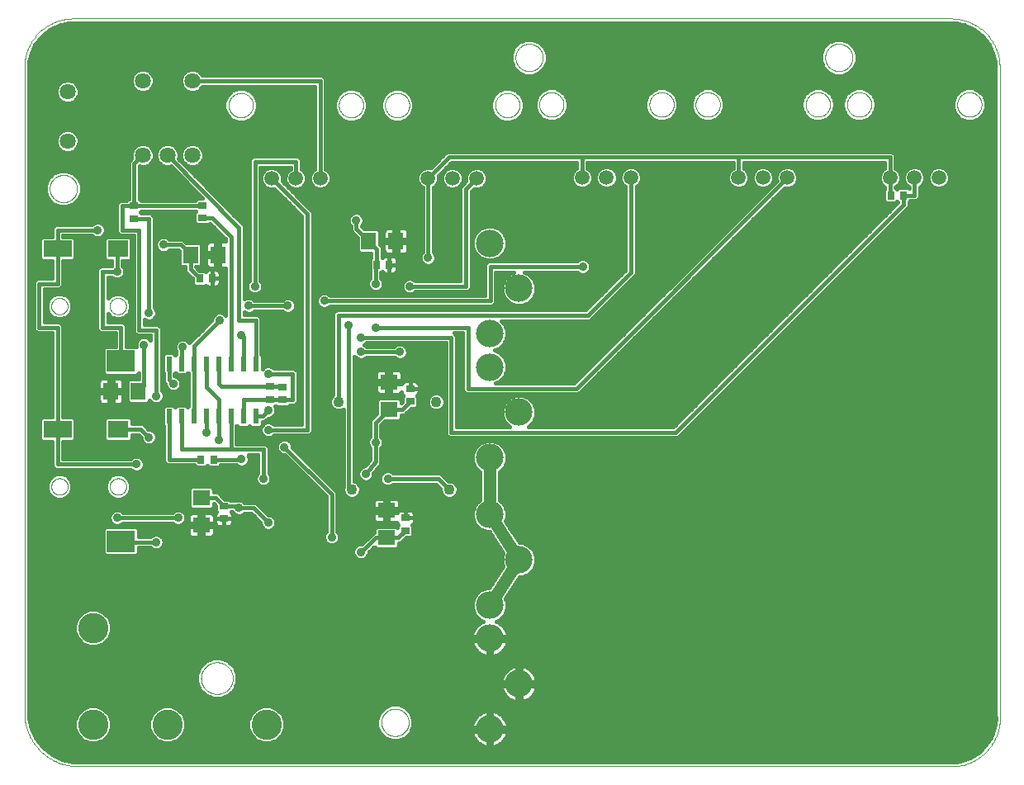
<source format=gtl>
G75*
%MOIN*%
%OFA0B0*%
%FSLAX25Y25*%
%IPPOS*%
%LPD*%
%AMOC8*
5,1,8,0,0,1.08239X$1,22.5*
%
%ADD10C,0.00000*%
%ADD11C,0.11102*%
%ADD12R,0.07087X0.06299*%
%ADD13R,0.03543X0.02756*%
%ADD14R,0.06299X0.07087*%
%ADD15R,0.02756X0.03543*%
%ADD16C,0.04283*%
%ADD17C,0.12189*%
%ADD18R,0.11417X0.06890*%
%ADD19R,0.08268X0.06890*%
%ADD20R,0.11417X0.08858*%
%ADD21C,0.06437*%
%ADD22R,0.02362X0.06102*%
%ADD23C,0.05937*%
%ADD24C,0.03562*%
%ADD25C,0.01600*%
%ADD26C,0.05000*%
D10*
X0023454Y0031328D02*
X0023454Y0291957D01*
X0023460Y0292433D01*
X0023477Y0292908D01*
X0023506Y0293383D01*
X0023546Y0293857D01*
X0023598Y0294330D01*
X0023661Y0294801D01*
X0023735Y0295271D01*
X0023821Y0295739D01*
X0023918Y0296205D01*
X0024026Y0296668D01*
X0024145Y0297128D01*
X0024276Y0297586D01*
X0024417Y0298040D01*
X0024570Y0298491D01*
X0024733Y0298937D01*
X0024907Y0299380D01*
X0025092Y0299818D01*
X0025287Y0300252D01*
X0025493Y0300681D01*
X0025709Y0301105D01*
X0025935Y0301524D01*
X0026171Y0301937D01*
X0026417Y0302344D01*
X0026673Y0302745D01*
X0026939Y0303139D01*
X0027214Y0303528D01*
X0027498Y0303909D01*
X0027791Y0304283D01*
X0028093Y0304651D01*
X0028405Y0305011D01*
X0028724Y0305363D01*
X0029052Y0305707D01*
X0029389Y0306044D01*
X0029733Y0306372D01*
X0030085Y0306691D01*
X0030445Y0307003D01*
X0030813Y0307305D01*
X0031187Y0307598D01*
X0031568Y0307882D01*
X0031957Y0308157D01*
X0032351Y0308423D01*
X0032752Y0308679D01*
X0033159Y0308925D01*
X0033572Y0309161D01*
X0033991Y0309387D01*
X0034415Y0309603D01*
X0034844Y0309809D01*
X0035278Y0310004D01*
X0035716Y0310189D01*
X0036159Y0310363D01*
X0036605Y0310526D01*
X0037056Y0310679D01*
X0037510Y0310820D01*
X0037968Y0310951D01*
X0038428Y0311070D01*
X0038891Y0311178D01*
X0039357Y0311275D01*
X0039825Y0311361D01*
X0040295Y0311435D01*
X0040766Y0311498D01*
X0041239Y0311550D01*
X0041713Y0311590D01*
X0042188Y0311619D01*
X0042663Y0311636D01*
X0043139Y0311642D01*
X0043139Y0311643D02*
X0397469Y0311643D01*
X0397469Y0311642D02*
X0397945Y0311636D01*
X0398420Y0311619D01*
X0398895Y0311590D01*
X0399369Y0311550D01*
X0399842Y0311498D01*
X0400313Y0311435D01*
X0400783Y0311361D01*
X0401251Y0311275D01*
X0401717Y0311178D01*
X0402180Y0311070D01*
X0402640Y0310951D01*
X0403098Y0310820D01*
X0403552Y0310679D01*
X0404003Y0310526D01*
X0404449Y0310363D01*
X0404892Y0310189D01*
X0405330Y0310004D01*
X0405764Y0309809D01*
X0406193Y0309603D01*
X0406617Y0309387D01*
X0407036Y0309161D01*
X0407449Y0308925D01*
X0407856Y0308679D01*
X0408257Y0308423D01*
X0408651Y0308157D01*
X0409040Y0307882D01*
X0409421Y0307598D01*
X0409795Y0307305D01*
X0410163Y0307003D01*
X0410523Y0306691D01*
X0410875Y0306372D01*
X0411219Y0306044D01*
X0411556Y0305707D01*
X0411884Y0305363D01*
X0412203Y0305011D01*
X0412515Y0304651D01*
X0412817Y0304283D01*
X0413110Y0303909D01*
X0413394Y0303528D01*
X0413669Y0303139D01*
X0413935Y0302745D01*
X0414191Y0302344D01*
X0414437Y0301937D01*
X0414673Y0301524D01*
X0414899Y0301105D01*
X0415115Y0300681D01*
X0415321Y0300252D01*
X0415516Y0299818D01*
X0415701Y0299380D01*
X0415875Y0298937D01*
X0416038Y0298491D01*
X0416191Y0298040D01*
X0416332Y0297586D01*
X0416463Y0297128D01*
X0416582Y0296668D01*
X0416690Y0296205D01*
X0416787Y0295739D01*
X0416873Y0295271D01*
X0416947Y0294801D01*
X0417010Y0294330D01*
X0417062Y0293857D01*
X0417102Y0293383D01*
X0417131Y0292908D01*
X0417148Y0292433D01*
X0417154Y0291957D01*
X0417154Y0031328D01*
X0417154Y0031327D02*
X0417196Y0030851D01*
X0417226Y0030374D01*
X0417245Y0029896D01*
X0417252Y0029418D01*
X0417248Y0028940D01*
X0417232Y0028463D01*
X0417204Y0027985D01*
X0417165Y0027509D01*
X0417115Y0027033D01*
X0417053Y0026559D01*
X0416980Y0026087D01*
X0416895Y0025617D01*
X0416799Y0025148D01*
X0416691Y0024682D01*
X0416573Y0024219D01*
X0416443Y0023759D01*
X0416302Y0023302D01*
X0416150Y0022849D01*
X0415987Y0022399D01*
X0415814Y0021954D01*
X0415630Y0021513D01*
X0415435Y0021076D01*
X0415229Y0020645D01*
X0415014Y0020218D01*
X0414788Y0019797D01*
X0414551Y0019381D01*
X0414305Y0018971D01*
X0414049Y0018567D01*
X0413784Y0018170D01*
X0413509Y0017779D01*
X0413224Y0017395D01*
X0412930Y0017018D01*
X0412628Y0016648D01*
X0412316Y0016285D01*
X0411996Y0015930D01*
X0411667Y0015583D01*
X0411330Y0015244D01*
X0410985Y0014913D01*
X0410632Y0014591D01*
X0410271Y0014277D01*
X0409903Y0013972D01*
X0409528Y0013676D01*
X0409145Y0013389D01*
X0408756Y0013112D01*
X0408360Y0012844D01*
X0407958Y0012585D01*
X0407549Y0012337D01*
X0407135Y0012098D01*
X0406715Y0011870D01*
X0406290Y0011651D01*
X0405859Y0011443D01*
X0405424Y0011246D01*
X0404984Y0011059D01*
X0404540Y0010883D01*
X0404091Y0010717D01*
X0403639Y0010563D01*
X0403183Y0010419D01*
X0402723Y0010287D01*
X0402261Y0010165D01*
X0401796Y0010055D01*
X0401328Y0009956D01*
X0400858Y0009868D01*
X0400386Y0009792D01*
X0399913Y0009727D01*
X0399437Y0009674D01*
X0399438Y0009674D02*
X0045107Y0009674D01*
X0044584Y0009680D01*
X0044061Y0009699D01*
X0043538Y0009731D01*
X0043017Y0009775D01*
X0042497Y0009832D01*
X0041978Y0009901D01*
X0041461Y0009983D01*
X0040947Y0010077D01*
X0040434Y0010184D01*
X0039925Y0010303D01*
X0039418Y0010435D01*
X0038915Y0010578D01*
X0038416Y0010734D01*
X0037920Y0010902D01*
X0037428Y0011081D01*
X0036941Y0011273D01*
X0036459Y0011476D01*
X0035982Y0011691D01*
X0035510Y0011917D01*
X0035044Y0012154D01*
X0034584Y0012403D01*
X0034129Y0012663D01*
X0033681Y0012934D01*
X0033240Y0013215D01*
X0032806Y0013507D01*
X0032379Y0013810D01*
X0031960Y0014122D01*
X0031548Y0014445D01*
X0031144Y0014778D01*
X0030748Y0015120D01*
X0030360Y0015471D01*
X0029981Y0015832D01*
X0029611Y0016202D01*
X0029250Y0016581D01*
X0028899Y0016969D01*
X0028557Y0017365D01*
X0028224Y0017769D01*
X0027901Y0018181D01*
X0027589Y0018600D01*
X0027286Y0019027D01*
X0026994Y0019461D01*
X0026713Y0019902D01*
X0026442Y0020350D01*
X0026182Y0020805D01*
X0025933Y0021265D01*
X0025696Y0021731D01*
X0025470Y0022203D01*
X0025255Y0022680D01*
X0025052Y0023162D01*
X0024860Y0023649D01*
X0024681Y0024141D01*
X0024513Y0024637D01*
X0024357Y0025136D01*
X0024214Y0025639D01*
X0024082Y0026146D01*
X0023963Y0026655D01*
X0023856Y0027168D01*
X0023762Y0027682D01*
X0023680Y0028199D01*
X0023611Y0028718D01*
X0023554Y0029238D01*
X0023510Y0029759D01*
X0023478Y0030282D01*
X0023459Y0030805D01*
X0023453Y0031328D01*
X0094772Y0045265D02*
X0094774Y0045425D01*
X0094780Y0045584D01*
X0094790Y0045743D01*
X0094804Y0045902D01*
X0094822Y0046061D01*
X0094843Y0046219D01*
X0094869Y0046376D01*
X0094899Y0046533D01*
X0094932Y0046689D01*
X0094970Y0046844D01*
X0095011Y0046998D01*
X0095056Y0047151D01*
X0095105Y0047303D01*
X0095158Y0047453D01*
X0095214Y0047602D01*
X0095274Y0047750D01*
X0095338Y0047896D01*
X0095406Y0048041D01*
X0095477Y0048184D01*
X0095551Y0048325D01*
X0095629Y0048464D01*
X0095711Y0048601D01*
X0095796Y0048736D01*
X0095884Y0048869D01*
X0095975Y0049000D01*
X0096070Y0049128D01*
X0096168Y0049254D01*
X0096269Y0049378D01*
X0096373Y0049498D01*
X0096480Y0049617D01*
X0096590Y0049732D01*
X0096703Y0049845D01*
X0096818Y0049955D01*
X0096937Y0050062D01*
X0097057Y0050166D01*
X0097181Y0050267D01*
X0097307Y0050365D01*
X0097435Y0050460D01*
X0097566Y0050551D01*
X0097699Y0050639D01*
X0097834Y0050724D01*
X0097971Y0050806D01*
X0098110Y0050884D01*
X0098251Y0050958D01*
X0098394Y0051029D01*
X0098539Y0051097D01*
X0098685Y0051161D01*
X0098833Y0051221D01*
X0098982Y0051277D01*
X0099132Y0051330D01*
X0099284Y0051379D01*
X0099437Y0051424D01*
X0099591Y0051465D01*
X0099746Y0051503D01*
X0099902Y0051536D01*
X0100059Y0051566D01*
X0100216Y0051592D01*
X0100374Y0051613D01*
X0100533Y0051631D01*
X0100692Y0051645D01*
X0100851Y0051655D01*
X0101010Y0051661D01*
X0101170Y0051663D01*
X0101330Y0051661D01*
X0101489Y0051655D01*
X0101648Y0051645D01*
X0101807Y0051631D01*
X0101966Y0051613D01*
X0102124Y0051592D01*
X0102281Y0051566D01*
X0102438Y0051536D01*
X0102594Y0051503D01*
X0102749Y0051465D01*
X0102903Y0051424D01*
X0103056Y0051379D01*
X0103208Y0051330D01*
X0103358Y0051277D01*
X0103507Y0051221D01*
X0103655Y0051161D01*
X0103801Y0051097D01*
X0103946Y0051029D01*
X0104089Y0050958D01*
X0104230Y0050884D01*
X0104369Y0050806D01*
X0104506Y0050724D01*
X0104641Y0050639D01*
X0104774Y0050551D01*
X0104905Y0050460D01*
X0105033Y0050365D01*
X0105159Y0050267D01*
X0105283Y0050166D01*
X0105403Y0050062D01*
X0105522Y0049955D01*
X0105637Y0049845D01*
X0105750Y0049732D01*
X0105860Y0049617D01*
X0105967Y0049498D01*
X0106071Y0049378D01*
X0106172Y0049254D01*
X0106270Y0049128D01*
X0106365Y0049000D01*
X0106456Y0048869D01*
X0106544Y0048736D01*
X0106629Y0048601D01*
X0106711Y0048464D01*
X0106789Y0048325D01*
X0106863Y0048184D01*
X0106934Y0048041D01*
X0107002Y0047896D01*
X0107066Y0047750D01*
X0107126Y0047602D01*
X0107182Y0047453D01*
X0107235Y0047303D01*
X0107284Y0047151D01*
X0107329Y0046998D01*
X0107370Y0046844D01*
X0107408Y0046689D01*
X0107441Y0046533D01*
X0107471Y0046376D01*
X0107497Y0046219D01*
X0107518Y0046061D01*
X0107536Y0045902D01*
X0107550Y0045743D01*
X0107560Y0045584D01*
X0107566Y0045425D01*
X0107568Y0045265D01*
X0107566Y0045105D01*
X0107560Y0044946D01*
X0107550Y0044787D01*
X0107536Y0044628D01*
X0107518Y0044469D01*
X0107497Y0044311D01*
X0107471Y0044154D01*
X0107441Y0043997D01*
X0107408Y0043841D01*
X0107370Y0043686D01*
X0107329Y0043532D01*
X0107284Y0043379D01*
X0107235Y0043227D01*
X0107182Y0043077D01*
X0107126Y0042928D01*
X0107066Y0042780D01*
X0107002Y0042634D01*
X0106934Y0042489D01*
X0106863Y0042346D01*
X0106789Y0042205D01*
X0106711Y0042066D01*
X0106629Y0041929D01*
X0106544Y0041794D01*
X0106456Y0041661D01*
X0106365Y0041530D01*
X0106270Y0041402D01*
X0106172Y0041276D01*
X0106071Y0041152D01*
X0105967Y0041032D01*
X0105860Y0040913D01*
X0105750Y0040798D01*
X0105637Y0040685D01*
X0105522Y0040575D01*
X0105403Y0040468D01*
X0105283Y0040364D01*
X0105159Y0040263D01*
X0105033Y0040165D01*
X0104905Y0040070D01*
X0104774Y0039979D01*
X0104641Y0039891D01*
X0104506Y0039806D01*
X0104369Y0039724D01*
X0104230Y0039646D01*
X0104089Y0039572D01*
X0103946Y0039501D01*
X0103801Y0039433D01*
X0103655Y0039369D01*
X0103507Y0039309D01*
X0103358Y0039253D01*
X0103208Y0039200D01*
X0103056Y0039151D01*
X0102903Y0039106D01*
X0102749Y0039065D01*
X0102594Y0039027D01*
X0102438Y0038994D01*
X0102281Y0038964D01*
X0102124Y0038938D01*
X0101966Y0038917D01*
X0101807Y0038899D01*
X0101648Y0038885D01*
X0101489Y0038875D01*
X0101330Y0038869D01*
X0101170Y0038867D01*
X0101010Y0038869D01*
X0100851Y0038875D01*
X0100692Y0038885D01*
X0100533Y0038899D01*
X0100374Y0038917D01*
X0100216Y0038938D01*
X0100059Y0038964D01*
X0099902Y0038994D01*
X0099746Y0039027D01*
X0099591Y0039065D01*
X0099437Y0039106D01*
X0099284Y0039151D01*
X0099132Y0039200D01*
X0098982Y0039253D01*
X0098833Y0039309D01*
X0098685Y0039369D01*
X0098539Y0039433D01*
X0098394Y0039501D01*
X0098251Y0039572D01*
X0098110Y0039646D01*
X0097971Y0039724D01*
X0097834Y0039806D01*
X0097699Y0039891D01*
X0097566Y0039979D01*
X0097435Y0040070D01*
X0097307Y0040165D01*
X0097181Y0040263D01*
X0097057Y0040364D01*
X0096937Y0040468D01*
X0096818Y0040575D01*
X0096703Y0040685D01*
X0096590Y0040798D01*
X0096480Y0040913D01*
X0096373Y0041032D01*
X0096269Y0041152D01*
X0096168Y0041276D01*
X0096070Y0041402D01*
X0095975Y0041530D01*
X0095884Y0041661D01*
X0095796Y0041794D01*
X0095711Y0041929D01*
X0095629Y0042066D01*
X0095551Y0042205D01*
X0095477Y0042346D01*
X0095406Y0042489D01*
X0095338Y0042634D01*
X0095274Y0042780D01*
X0095214Y0042928D01*
X0095158Y0043077D01*
X0095105Y0043227D01*
X0095056Y0043379D01*
X0095011Y0043532D01*
X0094970Y0043686D01*
X0094932Y0043841D01*
X0094899Y0043997D01*
X0094869Y0044154D01*
X0094843Y0044311D01*
X0094822Y0044469D01*
X0094804Y0044628D01*
X0094790Y0044787D01*
X0094780Y0044946D01*
X0094774Y0045105D01*
X0094772Y0045265D01*
X0167548Y0027391D02*
X0167550Y0027539D01*
X0167556Y0027687D01*
X0167566Y0027835D01*
X0167580Y0027982D01*
X0167598Y0028129D01*
X0167619Y0028275D01*
X0167645Y0028421D01*
X0167675Y0028566D01*
X0167708Y0028710D01*
X0167746Y0028853D01*
X0167787Y0028995D01*
X0167832Y0029136D01*
X0167880Y0029276D01*
X0167933Y0029415D01*
X0167989Y0029552D01*
X0168049Y0029687D01*
X0168112Y0029821D01*
X0168179Y0029953D01*
X0168250Y0030083D01*
X0168324Y0030211D01*
X0168401Y0030337D01*
X0168482Y0030461D01*
X0168566Y0030583D01*
X0168653Y0030702D01*
X0168744Y0030819D01*
X0168838Y0030934D01*
X0168934Y0031046D01*
X0169034Y0031156D01*
X0169136Y0031262D01*
X0169242Y0031366D01*
X0169350Y0031467D01*
X0169461Y0031565D01*
X0169574Y0031661D01*
X0169690Y0031753D01*
X0169808Y0031842D01*
X0169929Y0031927D01*
X0170052Y0032010D01*
X0170177Y0032089D01*
X0170304Y0032165D01*
X0170433Y0032237D01*
X0170564Y0032306D01*
X0170697Y0032371D01*
X0170832Y0032432D01*
X0170968Y0032490D01*
X0171105Y0032545D01*
X0171244Y0032595D01*
X0171385Y0032642D01*
X0171526Y0032685D01*
X0171669Y0032725D01*
X0171813Y0032760D01*
X0171957Y0032792D01*
X0172103Y0032819D01*
X0172249Y0032843D01*
X0172396Y0032863D01*
X0172543Y0032879D01*
X0172690Y0032891D01*
X0172838Y0032899D01*
X0172986Y0032903D01*
X0173134Y0032903D01*
X0173282Y0032899D01*
X0173430Y0032891D01*
X0173577Y0032879D01*
X0173724Y0032863D01*
X0173871Y0032843D01*
X0174017Y0032819D01*
X0174163Y0032792D01*
X0174307Y0032760D01*
X0174451Y0032725D01*
X0174594Y0032685D01*
X0174735Y0032642D01*
X0174876Y0032595D01*
X0175015Y0032545D01*
X0175152Y0032490D01*
X0175288Y0032432D01*
X0175423Y0032371D01*
X0175556Y0032306D01*
X0175687Y0032237D01*
X0175816Y0032165D01*
X0175943Y0032089D01*
X0176068Y0032010D01*
X0176191Y0031927D01*
X0176312Y0031842D01*
X0176430Y0031753D01*
X0176546Y0031661D01*
X0176659Y0031565D01*
X0176770Y0031467D01*
X0176878Y0031366D01*
X0176984Y0031262D01*
X0177086Y0031156D01*
X0177186Y0031046D01*
X0177282Y0030934D01*
X0177376Y0030819D01*
X0177467Y0030702D01*
X0177554Y0030583D01*
X0177638Y0030461D01*
X0177719Y0030337D01*
X0177796Y0030211D01*
X0177870Y0030083D01*
X0177941Y0029953D01*
X0178008Y0029821D01*
X0178071Y0029687D01*
X0178131Y0029552D01*
X0178187Y0029415D01*
X0178240Y0029276D01*
X0178288Y0029136D01*
X0178333Y0028995D01*
X0178374Y0028853D01*
X0178412Y0028710D01*
X0178445Y0028566D01*
X0178475Y0028421D01*
X0178501Y0028275D01*
X0178522Y0028129D01*
X0178540Y0027982D01*
X0178554Y0027835D01*
X0178564Y0027687D01*
X0178570Y0027539D01*
X0178572Y0027391D01*
X0178570Y0027243D01*
X0178564Y0027095D01*
X0178554Y0026947D01*
X0178540Y0026800D01*
X0178522Y0026653D01*
X0178501Y0026507D01*
X0178475Y0026361D01*
X0178445Y0026216D01*
X0178412Y0026072D01*
X0178374Y0025929D01*
X0178333Y0025787D01*
X0178288Y0025646D01*
X0178240Y0025506D01*
X0178187Y0025367D01*
X0178131Y0025230D01*
X0178071Y0025095D01*
X0178008Y0024961D01*
X0177941Y0024829D01*
X0177870Y0024699D01*
X0177796Y0024571D01*
X0177719Y0024445D01*
X0177638Y0024321D01*
X0177554Y0024199D01*
X0177467Y0024080D01*
X0177376Y0023963D01*
X0177282Y0023848D01*
X0177186Y0023736D01*
X0177086Y0023626D01*
X0176984Y0023520D01*
X0176878Y0023416D01*
X0176770Y0023315D01*
X0176659Y0023217D01*
X0176546Y0023121D01*
X0176430Y0023029D01*
X0176312Y0022940D01*
X0176191Y0022855D01*
X0176068Y0022772D01*
X0175943Y0022693D01*
X0175816Y0022617D01*
X0175687Y0022545D01*
X0175556Y0022476D01*
X0175423Y0022411D01*
X0175288Y0022350D01*
X0175152Y0022292D01*
X0175015Y0022237D01*
X0174876Y0022187D01*
X0174735Y0022140D01*
X0174594Y0022097D01*
X0174451Y0022057D01*
X0174307Y0022022D01*
X0174163Y0021990D01*
X0174017Y0021963D01*
X0173871Y0021939D01*
X0173724Y0021919D01*
X0173577Y0021903D01*
X0173430Y0021891D01*
X0173282Y0021883D01*
X0173134Y0021879D01*
X0172986Y0021879D01*
X0172838Y0021883D01*
X0172690Y0021891D01*
X0172543Y0021903D01*
X0172396Y0021919D01*
X0172249Y0021939D01*
X0172103Y0021963D01*
X0171957Y0021990D01*
X0171813Y0022022D01*
X0171669Y0022057D01*
X0171526Y0022097D01*
X0171385Y0022140D01*
X0171244Y0022187D01*
X0171105Y0022237D01*
X0170968Y0022292D01*
X0170832Y0022350D01*
X0170697Y0022411D01*
X0170564Y0022476D01*
X0170433Y0022545D01*
X0170304Y0022617D01*
X0170177Y0022693D01*
X0170052Y0022772D01*
X0169929Y0022855D01*
X0169808Y0022940D01*
X0169690Y0023029D01*
X0169574Y0023121D01*
X0169461Y0023217D01*
X0169350Y0023315D01*
X0169242Y0023416D01*
X0169136Y0023520D01*
X0169034Y0023626D01*
X0168934Y0023736D01*
X0168838Y0023848D01*
X0168744Y0023963D01*
X0168653Y0024080D01*
X0168566Y0024199D01*
X0168482Y0024321D01*
X0168401Y0024445D01*
X0168324Y0024571D01*
X0168250Y0024699D01*
X0168179Y0024829D01*
X0168112Y0024961D01*
X0168049Y0025095D01*
X0167989Y0025230D01*
X0167933Y0025367D01*
X0167880Y0025506D01*
X0167832Y0025646D01*
X0167787Y0025787D01*
X0167746Y0025929D01*
X0167708Y0026072D01*
X0167675Y0026216D01*
X0167645Y0026361D01*
X0167619Y0026507D01*
X0167598Y0026653D01*
X0167580Y0026800D01*
X0167566Y0026947D01*
X0167556Y0027095D01*
X0167550Y0027243D01*
X0167548Y0027391D01*
X0057942Y0122666D02*
X0057944Y0122781D01*
X0057950Y0122895D01*
X0057960Y0123010D01*
X0057974Y0123124D01*
X0057992Y0123237D01*
X0058013Y0123350D01*
X0058039Y0123462D01*
X0058069Y0123573D01*
X0058102Y0123682D01*
X0058139Y0123791D01*
X0058180Y0123898D01*
X0058225Y0124004D01*
X0058273Y0124108D01*
X0058325Y0124211D01*
X0058380Y0124311D01*
X0058439Y0124410D01*
X0058501Y0124506D01*
X0058567Y0124601D01*
X0058636Y0124692D01*
X0058708Y0124782D01*
X0058782Y0124869D01*
X0058860Y0124953D01*
X0058941Y0125035D01*
X0059025Y0125113D01*
X0059111Y0125189D01*
X0059200Y0125262D01*
X0059291Y0125331D01*
X0059385Y0125398D01*
X0059481Y0125461D01*
X0059579Y0125520D01*
X0059679Y0125577D01*
X0059781Y0125629D01*
X0059885Y0125678D01*
X0059990Y0125724D01*
X0060097Y0125766D01*
X0060205Y0125804D01*
X0060315Y0125838D01*
X0060425Y0125869D01*
X0060537Y0125895D01*
X0060650Y0125918D01*
X0060763Y0125937D01*
X0060877Y0125952D01*
X0060991Y0125963D01*
X0061106Y0125970D01*
X0061220Y0125973D01*
X0061335Y0125972D01*
X0061450Y0125967D01*
X0061564Y0125958D01*
X0061678Y0125945D01*
X0061792Y0125928D01*
X0061905Y0125907D01*
X0062017Y0125883D01*
X0062128Y0125854D01*
X0062238Y0125822D01*
X0062347Y0125785D01*
X0062455Y0125745D01*
X0062561Y0125702D01*
X0062665Y0125654D01*
X0062768Y0125603D01*
X0062869Y0125549D01*
X0062968Y0125491D01*
X0063065Y0125430D01*
X0063160Y0125365D01*
X0063253Y0125297D01*
X0063343Y0125226D01*
X0063430Y0125152D01*
X0063515Y0125074D01*
X0063598Y0124994D01*
X0063677Y0124911D01*
X0063753Y0124826D01*
X0063827Y0124737D01*
X0063897Y0124647D01*
X0063964Y0124554D01*
X0064028Y0124458D01*
X0064089Y0124361D01*
X0064146Y0124261D01*
X0064199Y0124160D01*
X0064250Y0124056D01*
X0064296Y0123951D01*
X0064339Y0123845D01*
X0064378Y0123737D01*
X0064413Y0123628D01*
X0064445Y0123517D01*
X0064472Y0123406D01*
X0064496Y0123294D01*
X0064516Y0123180D01*
X0064532Y0123067D01*
X0064544Y0122953D01*
X0064552Y0122838D01*
X0064556Y0122723D01*
X0064556Y0122609D01*
X0064552Y0122494D01*
X0064544Y0122379D01*
X0064532Y0122265D01*
X0064516Y0122152D01*
X0064496Y0122038D01*
X0064472Y0121926D01*
X0064445Y0121815D01*
X0064413Y0121704D01*
X0064378Y0121595D01*
X0064339Y0121487D01*
X0064296Y0121381D01*
X0064250Y0121276D01*
X0064199Y0121172D01*
X0064146Y0121071D01*
X0064089Y0120971D01*
X0064028Y0120874D01*
X0063964Y0120778D01*
X0063897Y0120685D01*
X0063827Y0120595D01*
X0063753Y0120506D01*
X0063677Y0120421D01*
X0063598Y0120338D01*
X0063515Y0120258D01*
X0063430Y0120180D01*
X0063343Y0120106D01*
X0063253Y0120035D01*
X0063160Y0119967D01*
X0063065Y0119902D01*
X0062968Y0119841D01*
X0062869Y0119783D01*
X0062768Y0119729D01*
X0062665Y0119678D01*
X0062561Y0119630D01*
X0062455Y0119587D01*
X0062347Y0119547D01*
X0062238Y0119510D01*
X0062128Y0119478D01*
X0062017Y0119449D01*
X0061905Y0119425D01*
X0061792Y0119404D01*
X0061678Y0119387D01*
X0061564Y0119374D01*
X0061450Y0119365D01*
X0061335Y0119360D01*
X0061220Y0119359D01*
X0061106Y0119362D01*
X0060991Y0119369D01*
X0060877Y0119380D01*
X0060763Y0119395D01*
X0060650Y0119414D01*
X0060537Y0119437D01*
X0060425Y0119463D01*
X0060315Y0119494D01*
X0060205Y0119528D01*
X0060097Y0119566D01*
X0059990Y0119608D01*
X0059885Y0119654D01*
X0059781Y0119703D01*
X0059679Y0119755D01*
X0059579Y0119812D01*
X0059481Y0119871D01*
X0059385Y0119934D01*
X0059291Y0120001D01*
X0059200Y0120070D01*
X0059111Y0120143D01*
X0059025Y0120219D01*
X0058941Y0120297D01*
X0058860Y0120379D01*
X0058782Y0120463D01*
X0058708Y0120550D01*
X0058636Y0120640D01*
X0058567Y0120731D01*
X0058501Y0120826D01*
X0058439Y0120922D01*
X0058380Y0121021D01*
X0058325Y0121121D01*
X0058273Y0121224D01*
X0058225Y0121328D01*
X0058180Y0121434D01*
X0058139Y0121541D01*
X0058102Y0121650D01*
X0058069Y0121759D01*
X0058039Y0121870D01*
X0058013Y0121982D01*
X0057992Y0122095D01*
X0057974Y0122208D01*
X0057960Y0122322D01*
X0057950Y0122437D01*
X0057944Y0122551D01*
X0057942Y0122666D01*
X0034320Y0122666D02*
X0034322Y0122781D01*
X0034328Y0122895D01*
X0034338Y0123010D01*
X0034352Y0123124D01*
X0034370Y0123237D01*
X0034391Y0123350D01*
X0034417Y0123462D01*
X0034447Y0123573D01*
X0034480Y0123682D01*
X0034517Y0123791D01*
X0034558Y0123898D01*
X0034603Y0124004D01*
X0034651Y0124108D01*
X0034703Y0124211D01*
X0034758Y0124311D01*
X0034817Y0124410D01*
X0034879Y0124506D01*
X0034945Y0124601D01*
X0035014Y0124692D01*
X0035086Y0124782D01*
X0035160Y0124869D01*
X0035238Y0124953D01*
X0035319Y0125035D01*
X0035403Y0125113D01*
X0035489Y0125189D01*
X0035578Y0125262D01*
X0035669Y0125331D01*
X0035763Y0125398D01*
X0035859Y0125461D01*
X0035957Y0125520D01*
X0036057Y0125577D01*
X0036159Y0125629D01*
X0036263Y0125678D01*
X0036368Y0125724D01*
X0036475Y0125766D01*
X0036583Y0125804D01*
X0036693Y0125838D01*
X0036803Y0125869D01*
X0036915Y0125895D01*
X0037028Y0125918D01*
X0037141Y0125937D01*
X0037255Y0125952D01*
X0037369Y0125963D01*
X0037484Y0125970D01*
X0037598Y0125973D01*
X0037713Y0125972D01*
X0037828Y0125967D01*
X0037942Y0125958D01*
X0038056Y0125945D01*
X0038170Y0125928D01*
X0038283Y0125907D01*
X0038395Y0125883D01*
X0038506Y0125854D01*
X0038616Y0125822D01*
X0038725Y0125785D01*
X0038833Y0125745D01*
X0038939Y0125702D01*
X0039043Y0125654D01*
X0039146Y0125603D01*
X0039247Y0125549D01*
X0039346Y0125491D01*
X0039443Y0125430D01*
X0039538Y0125365D01*
X0039631Y0125297D01*
X0039721Y0125226D01*
X0039808Y0125152D01*
X0039893Y0125074D01*
X0039976Y0124994D01*
X0040055Y0124911D01*
X0040131Y0124826D01*
X0040205Y0124737D01*
X0040275Y0124647D01*
X0040342Y0124554D01*
X0040406Y0124458D01*
X0040467Y0124361D01*
X0040524Y0124261D01*
X0040577Y0124160D01*
X0040628Y0124056D01*
X0040674Y0123951D01*
X0040717Y0123845D01*
X0040756Y0123737D01*
X0040791Y0123628D01*
X0040823Y0123517D01*
X0040850Y0123406D01*
X0040874Y0123294D01*
X0040894Y0123180D01*
X0040910Y0123067D01*
X0040922Y0122953D01*
X0040930Y0122838D01*
X0040934Y0122723D01*
X0040934Y0122609D01*
X0040930Y0122494D01*
X0040922Y0122379D01*
X0040910Y0122265D01*
X0040894Y0122152D01*
X0040874Y0122038D01*
X0040850Y0121926D01*
X0040823Y0121815D01*
X0040791Y0121704D01*
X0040756Y0121595D01*
X0040717Y0121487D01*
X0040674Y0121381D01*
X0040628Y0121276D01*
X0040577Y0121172D01*
X0040524Y0121071D01*
X0040467Y0120971D01*
X0040406Y0120874D01*
X0040342Y0120778D01*
X0040275Y0120685D01*
X0040205Y0120595D01*
X0040131Y0120506D01*
X0040055Y0120421D01*
X0039976Y0120338D01*
X0039893Y0120258D01*
X0039808Y0120180D01*
X0039721Y0120106D01*
X0039631Y0120035D01*
X0039538Y0119967D01*
X0039443Y0119902D01*
X0039346Y0119841D01*
X0039247Y0119783D01*
X0039146Y0119729D01*
X0039043Y0119678D01*
X0038939Y0119630D01*
X0038833Y0119587D01*
X0038725Y0119547D01*
X0038616Y0119510D01*
X0038506Y0119478D01*
X0038395Y0119449D01*
X0038283Y0119425D01*
X0038170Y0119404D01*
X0038056Y0119387D01*
X0037942Y0119374D01*
X0037828Y0119365D01*
X0037713Y0119360D01*
X0037598Y0119359D01*
X0037484Y0119362D01*
X0037369Y0119369D01*
X0037255Y0119380D01*
X0037141Y0119395D01*
X0037028Y0119414D01*
X0036915Y0119437D01*
X0036803Y0119463D01*
X0036693Y0119494D01*
X0036583Y0119528D01*
X0036475Y0119566D01*
X0036368Y0119608D01*
X0036263Y0119654D01*
X0036159Y0119703D01*
X0036057Y0119755D01*
X0035957Y0119812D01*
X0035859Y0119871D01*
X0035763Y0119934D01*
X0035669Y0120001D01*
X0035578Y0120070D01*
X0035489Y0120143D01*
X0035403Y0120219D01*
X0035319Y0120297D01*
X0035238Y0120379D01*
X0035160Y0120463D01*
X0035086Y0120550D01*
X0035014Y0120640D01*
X0034945Y0120731D01*
X0034879Y0120826D01*
X0034817Y0120922D01*
X0034758Y0121021D01*
X0034703Y0121121D01*
X0034651Y0121224D01*
X0034603Y0121328D01*
X0034558Y0121434D01*
X0034517Y0121541D01*
X0034480Y0121650D01*
X0034447Y0121759D01*
X0034417Y0121870D01*
X0034391Y0121982D01*
X0034370Y0122095D01*
X0034352Y0122208D01*
X0034338Y0122322D01*
X0034328Y0122437D01*
X0034322Y0122551D01*
X0034320Y0122666D01*
X0034280Y0195501D02*
X0034282Y0195616D01*
X0034288Y0195730D01*
X0034298Y0195845D01*
X0034312Y0195959D01*
X0034330Y0196072D01*
X0034351Y0196185D01*
X0034377Y0196297D01*
X0034407Y0196408D01*
X0034440Y0196517D01*
X0034477Y0196626D01*
X0034518Y0196733D01*
X0034563Y0196839D01*
X0034611Y0196943D01*
X0034663Y0197046D01*
X0034718Y0197146D01*
X0034777Y0197245D01*
X0034839Y0197341D01*
X0034905Y0197436D01*
X0034974Y0197527D01*
X0035046Y0197617D01*
X0035120Y0197704D01*
X0035198Y0197788D01*
X0035279Y0197870D01*
X0035363Y0197948D01*
X0035449Y0198024D01*
X0035538Y0198097D01*
X0035629Y0198166D01*
X0035723Y0198233D01*
X0035819Y0198296D01*
X0035917Y0198355D01*
X0036017Y0198412D01*
X0036119Y0198464D01*
X0036223Y0198513D01*
X0036328Y0198559D01*
X0036435Y0198601D01*
X0036543Y0198639D01*
X0036653Y0198673D01*
X0036763Y0198704D01*
X0036875Y0198730D01*
X0036988Y0198753D01*
X0037101Y0198772D01*
X0037215Y0198787D01*
X0037329Y0198798D01*
X0037444Y0198805D01*
X0037558Y0198808D01*
X0037673Y0198807D01*
X0037788Y0198802D01*
X0037902Y0198793D01*
X0038016Y0198780D01*
X0038130Y0198763D01*
X0038243Y0198742D01*
X0038355Y0198718D01*
X0038466Y0198689D01*
X0038576Y0198657D01*
X0038685Y0198620D01*
X0038793Y0198580D01*
X0038899Y0198537D01*
X0039003Y0198489D01*
X0039106Y0198438D01*
X0039207Y0198384D01*
X0039306Y0198326D01*
X0039403Y0198265D01*
X0039498Y0198200D01*
X0039591Y0198132D01*
X0039681Y0198061D01*
X0039768Y0197987D01*
X0039853Y0197909D01*
X0039936Y0197829D01*
X0040015Y0197746D01*
X0040091Y0197661D01*
X0040165Y0197572D01*
X0040235Y0197482D01*
X0040302Y0197389D01*
X0040366Y0197293D01*
X0040427Y0197196D01*
X0040484Y0197096D01*
X0040537Y0196995D01*
X0040588Y0196891D01*
X0040634Y0196786D01*
X0040677Y0196680D01*
X0040716Y0196572D01*
X0040751Y0196463D01*
X0040783Y0196352D01*
X0040810Y0196241D01*
X0040834Y0196129D01*
X0040854Y0196015D01*
X0040870Y0195902D01*
X0040882Y0195788D01*
X0040890Y0195673D01*
X0040894Y0195558D01*
X0040894Y0195444D01*
X0040890Y0195329D01*
X0040882Y0195214D01*
X0040870Y0195100D01*
X0040854Y0194987D01*
X0040834Y0194873D01*
X0040810Y0194761D01*
X0040783Y0194650D01*
X0040751Y0194539D01*
X0040716Y0194430D01*
X0040677Y0194322D01*
X0040634Y0194216D01*
X0040588Y0194111D01*
X0040537Y0194007D01*
X0040484Y0193906D01*
X0040427Y0193806D01*
X0040366Y0193709D01*
X0040302Y0193613D01*
X0040235Y0193520D01*
X0040165Y0193430D01*
X0040091Y0193341D01*
X0040015Y0193256D01*
X0039936Y0193173D01*
X0039853Y0193093D01*
X0039768Y0193015D01*
X0039681Y0192941D01*
X0039591Y0192870D01*
X0039498Y0192802D01*
X0039403Y0192737D01*
X0039306Y0192676D01*
X0039207Y0192618D01*
X0039106Y0192564D01*
X0039003Y0192513D01*
X0038899Y0192465D01*
X0038793Y0192422D01*
X0038685Y0192382D01*
X0038576Y0192345D01*
X0038466Y0192313D01*
X0038355Y0192284D01*
X0038243Y0192260D01*
X0038130Y0192239D01*
X0038016Y0192222D01*
X0037902Y0192209D01*
X0037788Y0192200D01*
X0037673Y0192195D01*
X0037558Y0192194D01*
X0037444Y0192197D01*
X0037329Y0192204D01*
X0037215Y0192215D01*
X0037101Y0192230D01*
X0036988Y0192249D01*
X0036875Y0192272D01*
X0036763Y0192298D01*
X0036653Y0192329D01*
X0036543Y0192363D01*
X0036435Y0192401D01*
X0036328Y0192443D01*
X0036223Y0192489D01*
X0036119Y0192538D01*
X0036017Y0192590D01*
X0035917Y0192647D01*
X0035819Y0192706D01*
X0035723Y0192769D01*
X0035629Y0192836D01*
X0035538Y0192905D01*
X0035449Y0192978D01*
X0035363Y0193054D01*
X0035279Y0193132D01*
X0035198Y0193214D01*
X0035120Y0193298D01*
X0035046Y0193385D01*
X0034974Y0193475D01*
X0034905Y0193566D01*
X0034839Y0193661D01*
X0034777Y0193757D01*
X0034718Y0193856D01*
X0034663Y0193956D01*
X0034611Y0194059D01*
X0034563Y0194163D01*
X0034518Y0194269D01*
X0034477Y0194376D01*
X0034440Y0194485D01*
X0034407Y0194594D01*
X0034377Y0194705D01*
X0034351Y0194817D01*
X0034330Y0194930D01*
X0034312Y0195043D01*
X0034298Y0195157D01*
X0034288Y0195272D01*
X0034282Y0195386D01*
X0034280Y0195501D01*
X0057902Y0195501D02*
X0057904Y0195616D01*
X0057910Y0195730D01*
X0057920Y0195845D01*
X0057934Y0195959D01*
X0057952Y0196072D01*
X0057973Y0196185D01*
X0057999Y0196297D01*
X0058029Y0196408D01*
X0058062Y0196517D01*
X0058099Y0196626D01*
X0058140Y0196733D01*
X0058185Y0196839D01*
X0058233Y0196943D01*
X0058285Y0197046D01*
X0058340Y0197146D01*
X0058399Y0197245D01*
X0058461Y0197341D01*
X0058527Y0197436D01*
X0058596Y0197527D01*
X0058668Y0197617D01*
X0058742Y0197704D01*
X0058820Y0197788D01*
X0058901Y0197870D01*
X0058985Y0197948D01*
X0059071Y0198024D01*
X0059160Y0198097D01*
X0059251Y0198166D01*
X0059345Y0198233D01*
X0059441Y0198296D01*
X0059539Y0198355D01*
X0059639Y0198412D01*
X0059741Y0198464D01*
X0059845Y0198513D01*
X0059950Y0198559D01*
X0060057Y0198601D01*
X0060165Y0198639D01*
X0060275Y0198673D01*
X0060385Y0198704D01*
X0060497Y0198730D01*
X0060610Y0198753D01*
X0060723Y0198772D01*
X0060837Y0198787D01*
X0060951Y0198798D01*
X0061066Y0198805D01*
X0061180Y0198808D01*
X0061295Y0198807D01*
X0061410Y0198802D01*
X0061524Y0198793D01*
X0061638Y0198780D01*
X0061752Y0198763D01*
X0061865Y0198742D01*
X0061977Y0198718D01*
X0062088Y0198689D01*
X0062198Y0198657D01*
X0062307Y0198620D01*
X0062415Y0198580D01*
X0062521Y0198537D01*
X0062625Y0198489D01*
X0062728Y0198438D01*
X0062829Y0198384D01*
X0062928Y0198326D01*
X0063025Y0198265D01*
X0063120Y0198200D01*
X0063213Y0198132D01*
X0063303Y0198061D01*
X0063390Y0197987D01*
X0063475Y0197909D01*
X0063558Y0197829D01*
X0063637Y0197746D01*
X0063713Y0197661D01*
X0063787Y0197572D01*
X0063857Y0197482D01*
X0063924Y0197389D01*
X0063988Y0197293D01*
X0064049Y0197196D01*
X0064106Y0197096D01*
X0064159Y0196995D01*
X0064210Y0196891D01*
X0064256Y0196786D01*
X0064299Y0196680D01*
X0064338Y0196572D01*
X0064373Y0196463D01*
X0064405Y0196352D01*
X0064432Y0196241D01*
X0064456Y0196129D01*
X0064476Y0196015D01*
X0064492Y0195902D01*
X0064504Y0195788D01*
X0064512Y0195673D01*
X0064516Y0195558D01*
X0064516Y0195444D01*
X0064512Y0195329D01*
X0064504Y0195214D01*
X0064492Y0195100D01*
X0064476Y0194987D01*
X0064456Y0194873D01*
X0064432Y0194761D01*
X0064405Y0194650D01*
X0064373Y0194539D01*
X0064338Y0194430D01*
X0064299Y0194322D01*
X0064256Y0194216D01*
X0064210Y0194111D01*
X0064159Y0194007D01*
X0064106Y0193906D01*
X0064049Y0193806D01*
X0063988Y0193709D01*
X0063924Y0193613D01*
X0063857Y0193520D01*
X0063787Y0193430D01*
X0063713Y0193341D01*
X0063637Y0193256D01*
X0063558Y0193173D01*
X0063475Y0193093D01*
X0063390Y0193015D01*
X0063303Y0192941D01*
X0063213Y0192870D01*
X0063120Y0192802D01*
X0063025Y0192737D01*
X0062928Y0192676D01*
X0062829Y0192618D01*
X0062728Y0192564D01*
X0062625Y0192513D01*
X0062521Y0192465D01*
X0062415Y0192422D01*
X0062307Y0192382D01*
X0062198Y0192345D01*
X0062088Y0192313D01*
X0061977Y0192284D01*
X0061865Y0192260D01*
X0061752Y0192239D01*
X0061638Y0192222D01*
X0061524Y0192209D01*
X0061410Y0192200D01*
X0061295Y0192195D01*
X0061180Y0192194D01*
X0061066Y0192197D01*
X0060951Y0192204D01*
X0060837Y0192215D01*
X0060723Y0192230D01*
X0060610Y0192249D01*
X0060497Y0192272D01*
X0060385Y0192298D01*
X0060275Y0192329D01*
X0060165Y0192363D01*
X0060057Y0192401D01*
X0059950Y0192443D01*
X0059845Y0192489D01*
X0059741Y0192538D01*
X0059639Y0192590D01*
X0059539Y0192647D01*
X0059441Y0192706D01*
X0059345Y0192769D01*
X0059251Y0192836D01*
X0059160Y0192905D01*
X0059071Y0192978D01*
X0058985Y0193054D01*
X0058901Y0193132D01*
X0058820Y0193214D01*
X0058742Y0193298D01*
X0058668Y0193385D01*
X0058596Y0193475D01*
X0058527Y0193566D01*
X0058461Y0193661D01*
X0058399Y0193757D01*
X0058340Y0193856D01*
X0058285Y0193956D01*
X0058233Y0194059D01*
X0058185Y0194163D01*
X0058140Y0194269D01*
X0058099Y0194376D01*
X0058062Y0194485D01*
X0058029Y0194594D01*
X0057999Y0194705D01*
X0057973Y0194817D01*
X0057952Y0194930D01*
X0057934Y0195043D01*
X0057920Y0195157D01*
X0057910Y0195272D01*
X0057904Y0195386D01*
X0057902Y0195501D01*
X0033690Y0242942D02*
X0033692Y0243090D01*
X0033698Y0243238D01*
X0033708Y0243386D01*
X0033722Y0243533D01*
X0033740Y0243680D01*
X0033761Y0243826D01*
X0033787Y0243972D01*
X0033817Y0244117D01*
X0033850Y0244261D01*
X0033888Y0244404D01*
X0033929Y0244546D01*
X0033974Y0244687D01*
X0034022Y0244827D01*
X0034075Y0244966D01*
X0034131Y0245103D01*
X0034191Y0245238D01*
X0034254Y0245372D01*
X0034321Y0245504D01*
X0034392Y0245634D01*
X0034466Y0245762D01*
X0034543Y0245888D01*
X0034624Y0246012D01*
X0034708Y0246134D01*
X0034795Y0246253D01*
X0034886Y0246370D01*
X0034980Y0246485D01*
X0035076Y0246597D01*
X0035176Y0246707D01*
X0035278Y0246813D01*
X0035384Y0246917D01*
X0035492Y0247018D01*
X0035603Y0247116D01*
X0035716Y0247212D01*
X0035832Y0247304D01*
X0035950Y0247393D01*
X0036071Y0247478D01*
X0036194Y0247561D01*
X0036319Y0247640D01*
X0036446Y0247716D01*
X0036575Y0247788D01*
X0036706Y0247857D01*
X0036839Y0247922D01*
X0036974Y0247983D01*
X0037110Y0248041D01*
X0037247Y0248096D01*
X0037386Y0248146D01*
X0037527Y0248193D01*
X0037668Y0248236D01*
X0037811Y0248276D01*
X0037955Y0248311D01*
X0038099Y0248343D01*
X0038245Y0248370D01*
X0038391Y0248394D01*
X0038538Y0248414D01*
X0038685Y0248430D01*
X0038832Y0248442D01*
X0038980Y0248450D01*
X0039128Y0248454D01*
X0039276Y0248454D01*
X0039424Y0248450D01*
X0039572Y0248442D01*
X0039719Y0248430D01*
X0039866Y0248414D01*
X0040013Y0248394D01*
X0040159Y0248370D01*
X0040305Y0248343D01*
X0040449Y0248311D01*
X0040593Y0248276D01*
X0040736Y0248236D01*
X0040877Y0248193D01*
X0041018Y0248146D01*
X0041157Y0248096D01*
X0041294Y0248041D01*
X0041430Y0247983D01*
X0041565Y0247922D01*
X0041698Y0247857D01*
X0041829Y0247788D01*
X0041958Y0247716D01*
X0042085Y0247640D01*
X0042210Y0247561D01*
X0042333Y0247478D01*
X0042454Y0247393D01*
X0042572Y0247304D01*
X0042688Y0247212D01*
X0042801Y0247116D01*
X0042912Y0247018D01*
X0043020Y0246917D01*
X0043126Y0246813D01*
X0043228Y0246707D01*
X0043328Y0246597D01*
X0043424Y0246485D01*
X0043518Y0246370D01*
X0043609Y0246253D01*
X0043696Y0246134D01*
X0043780Y0246012D01*
X0043861Y0245888D01*
X0043938Y0245762D01*
X0044012Y0245634D01*
X0044083Y0245504D01*
X0044150Y0245372D01*
X0044213Y0245238D01*
X0044273Y0245103D01*
X0044329Y0244966D01*
X0044382Y0244827D01*
X0044430Y0244687D01*
X0044475Y0244546D01*
X0044516Y0244404D01*
X0044554Y0244261D01*
X0044587Y0244117D01*
X0044617Y0243972D01*
X0044643Y0243826D01*
X0044664Y0243680D01*
X0044682Y0243533D01*
X0044696Y0243386D01*
X0044706Y0243238D01*
X0044712Y0243090D01*
X0044714Y0242942D01*
X0044712Y0242794D01*
X0044706Y0242646D01*
X0044696Y0242498D01*
X0044682Y0242351D01*
X0044664Y0242204D01*
X0044643Y0242058D01*
X0044617Y0241912D01*
X0044587Y0241767D01*
X0044554Y0241623D01*
X0044516Y0241480D01*
X0044475Y0241338D01*
X0044430Y0241197D01*
X0044382Y0241057D01*
X0044329Y0240918D01*
X0044273Y0240781D01*
X0044213Y0240646D01*
X0044150Y0240512D01*
X0044083Y0240380D01*
X0044012Y0240250D01*
X0043938Y0240122D01*
X0043861Y0239996D01*
X0043780Y0239872D01*
X0043696Y0239750D01*
X0043609Y0239631D01*
X0043518Y0239514D01*
X0043424Y0239399D01*
X0043328Y0239287D01*
X0043228Y0239177D01*
X0043126Y0239071D01*
X0043020Y0238967D01*
X0042912Y0238866D01*
X0042801Y0238768D01*
X0042688Y0238672D01*
X0042572Y0238580D01*
X0042454Y0238491D01*
X0042333Y0238406D01*
X0042210Y0238323D01*
X0042085Y0238244D01*
X0041958Y0238168D01*
X0041829Y0238096D01*
X0041698Y0238027D01*
X0041565Y0237962D01*
X0041430Y0237901D01*
X0041294Y0237843D01*
X0041157Y0237788D01*
X0041018Y0237738D01*
X0040877Y0237691D01*
X0040736Y0237648D01*
X0040593Y0237608D01*
X0040449Y0237573D01*
X0040305Y0237541D01*
X0040159Y0237514D01*
X0040013Y0237490D01*
X0039866Y0237470D01*
X0039719Y0237454D01*
X0039572Y0237442D01*
X0039424Y0237434D01*
X0039276Y0237430D01*
X0039128Y0237430D01*
X0038980Y0237434D01*
X0038832Y0237442D01*
X0038685Y0237454D01*
X0038538Y0237470D01*
X0038391Y0237490D01*
X0038245Y0237514D01*
X0038099Y0237541D01*
X0037955Y0237573D01*
X0037811Y0237608D01*
X0037668Y0237648D01*
X0037527Y0237691D01*
X0037386Y0237738D01*
X0037247Y0237788D01*
X0037110Y0237843D01*
X0036974Y0237901D01*
X0036839Y0237962D01*
X0036706Y0238027D01*
X0036575Y0238096D01*
X0036446Y0238168D01*
X0036319Y0238244D01*
X0036194Y0238323D01*
X0036071Y0238406D01*
X0035950Y0238491D01*
X0035832Y0238580D01*
X0035716Y0238672D01*
X0035603Y0238768D01*
X0035492Y0238866D01*
X0035384Y0238967D01*
X0035278Y0239071D01*
X0035176Y0239177D01*
X0035076Y0239287D01*
X0034980Y0239399D01*
X0034886Y0239514D01*
X0034795Y0239631D01*
X0034708Y0239750D01*
X0034624Y0239872D01*
X0034543Y0239996D01*
X0034466Y0240122D01*
X0034392Y0240250D01*
X0034321Y0240380D01*
X0034254Y0240512D01*
X0034191Y0240646D01*
X0034131Y0240781D01*
X0034075Y0240918D01*
X0034022Y0241057D01*
X0033974Y0241197D01*
X0033929Y0241338D01*
X0033888Y0241480D01*
X0033850Y0241623D01*
X0033817Y0241767D01*
X0033787Y0241912D01*
X0033761Y0242058D01*
X0033740Y0242204D01*
X0033722Y0242351D01*
X0033708Y0242498D01*
X0033698Y0242646D01*
X0033692Y0242794D01*
X0033690Y0242942D01*
X0105895Y0276643D02*
X0105897Y0276783D01*
X0105903Y0276923D01*
X0105913Y0277062D01*
X0105927Y0277201D01*
X0105945Y0277340D01*
X0105966Y0277478D01*
X0105992Y0277616D01*
X0106022Y0277753D01*
X0106055Y0277888D01*
X0106093Y0278023D01*
X0106134Y0278157D01*
X0106179Y0278290D01*
X0106227Y0278421D01*
X0106280Y0278550D01*
X0106336Y0278679D01*
X0106395Y0278805D01*
X0106459Y0278930D01*
X0106525Y0279053D01*
X0106596Y0279174D01*
X0106669Y0279293D01*
X0106746Y0279410D01*
X0106827Y0279524D01*
X0106910Y0279636D01*
X0106997Y0279746D01*
X0107087Y0279854D01*
X0107179Y0279958D01*
X0107275Y0280060D01*
X0107374Y0280160D01*
X0107475Y0280256D01*
X0107579Y0280350D01*
X0107686Y0280440D01*
X0107795Y0280527D01*
X0107907Y0280612D01*
X0108021Y0280693D01*
X0108137Y0280771D01*
X0108255Y0280845D01*
X0108376Y0280916D01*
X0108498Y0280984D01*
X0108623Y0281048D01*
X0108749Y0281109D01*
X0108876Y0281166D01*
X0109006Y0281219D01*
X0109137Y0281269D01*
X0109269Y0281314D01*
X0109402Y0281357D01*
X0109537Y0281395D01*
X0109672Y0281429D01*
X0109809Y0281460D01*
X0109946Y0281487D01*
X0110084Y0281509D01*
X0110223Y0281528D01*
X0110362Y0281543D01*
X0110501Y0281554D01*
X0110641Y0281561D01*
X0110781Y0281564D01*
X0110921Y0281563D01*
X0111061Y0281558D01*
X0111200Y0281549D01*
X0111340Y0281536D01*
X0111479Y0281519D01*
X0111617Y0281498D01*
X0111755Y0281474D01*
X0111892Y0281445D01*
X0112028Y0281413D01*
X0112163Y0281376D01*
X0112297Y0281336D01*
X0112430Y0281292D01*
X0112561Y0281244D01*
X0112691Y0281193D01*
X0112820Y0281138D01*
X0112947Y0281079D01*
X0113072Y0281016D01*
X0113195Y0280951D01*
X0113317Y0280881D01*
X0113436Y0280808D01*
X0113554Y0280732D01*
X0113669Y0280653D01*
X0113782Y0280570D01*
X0113892Y0280484D01*
X0114000Y0280395D01*
X0114105Y0280303D01*
X0114208Y0280208D01*
X0114308Y0280110D01*
X0114405Y0280010D01*
X0114499Y0279906D01*
X0114591Y0279800D01*
X0114679Y0279692D01*
X0114764Y0279581D01*
X0114846Y0279467D01*
X0114925Y0279351D01*
X0115000Y0279234D01*
X0115072Y0279114D01*
X0115140Y0278992D01*
X0115205Y0278868D01*
X0115267Y0278742D01*
X0115325Y0278615D01*
X0115379Y0278486D01*
X0115430Y0278355D01*
X0115476Y0278223D01*
X0115519Y0278090D01*
X0115559Y0277956D01*
X0115594Y0277821D01*
X0115626Y0277684D01*
X0115653Y0277547D01*
X0115677Y0277409D01*
X0115697Y0277271D01*
X0115713Y0277132D01*
X0115725Y0276992D01*
X0115733Y0276853D01*
X0115737Y0276713D01*
X0115737Y0276573D01*
X0115733Y0276433D01*
X0115725Y0276294D01*
X0115713Y0276154D01*
X0115697Y0276015D01*
X0115677Y0275877D01*
X0115653Y0275739D01*
X0115626Y0275602D01*
X0115594Y0275465D01*
X0115559Y0275330D01*
X0115519Y0275196D01*
X0115476Y0275063D01*
X0115430Y0274931D01*
X0115379Y0274800D01*
X0115325Y0274671D01*
X0115267Y0274544D01*
X0115205Y0274418D01*
X0115140Y0274294D01*
X0115072Y0274172D01*
X0115000Y0274052D01*
X0114925Y0273935D01*
X0114846Y0273819D01*
X0114764Y0273705D01*
X0114679Y0273594D01*
X0114591Y0273486D01*
X0114499Y0273380D01*
X0114405Y0273276D01*
X0114308Y0273176D01*
X0114208Y0273078D01*
X0114105Y0272983D01*
X0114000Y0272891D01*
X0113892Y0272802D01*
X0113782Y0272716D01*
X0113669Y0272633D01*
X0113554Y0272554D01*
X0113436Y0272478D01*
X0113317Y0272405D01*
X0113195Y0272335D01*
X0113072Y0272270D01*
X0112947Y0272207D01*
X0112820Y0272148D01*
X0112691Y0272093D01*
X0112561Y0272042D01*
X0112430Y0271994D01*
X0112297Y0271950D01*
X0112163Y0271910D01*
X0112028Y0271873D01*
X0111892Y0271841D01*
X0111755Y0271812D01*
X0111617Y0271788D01*
X0111479Y0271767D01*
X0111340Y0271750D01*
X0111200Y0271737D01*
X0111061Y0271728D01*
X0110921Y0271723D01*
X0110781Y0271722D01*
X0110641Y0271725D01*
X0110501Y0271732D01*
X0110362Y0271743D01*
X0110223Y0271758D01*
X0110084Y0271777D01*
X0109946Y0271799D01*
X0109809Y0271826D01*
X0109672Y0271857D01*
X0109537Y0271891D01*
X0109402Y0271929D01*
X0109269Y0271972D01*
X0109137Y0272017D01*
X0109006Y0272067D01*
X0108876Y0272120D01*
X0108749Y0272177D01*
X0108623Y0272238D01*
X0108498Y0272302D01*
X0108376Y0272370D01*
X0108255Y0272441D01*
X0108137Y0272515D01*
X0108021Y0272593D01*
X0107907Y0272674D01*
X0107795Y0272759D01*
X0107686Y0272846D01*
X0107579Y0272936D01*
X0107475Y0273030D01*
X0107374Y0273126D01*
X0107275Y0273226D01*
X0107179Y0273328D01*
X0107087Y0273432D01*
X0106997Y0273540D01*
X0106910Y0273650D01*
X0106827Y0273762D01*
X0106746Y0273876D01*
X0106669Y0273993D01*
X0106596Y0274112D01*
X0106525Y0274233D01*
X0106459Y0274356D01*
X0106395Y0274481D01*
X0106336Y0274607D01*
X0106280Y0274736D01*
X0106227Y0274865D01*
X0106179Y0274996D01*
X0106134Y0275129D01*
X0106093Y0275263D01*
X0106055Y0275398D01*
X0106022Y0275533D01*
X0105992Y0275670D01*
X0105966Y0275808D01*
X0105945Y0275946D01*
X0105927Y0276085D01*
X0105913Y0276224D01*
X0105903Y0276363D01*
X0105897Y0276503D01*
X0105895Y0276643D01*
X0150383Y0276643D02*
X0150385Y0276783D01*
X0150391Y0276923D01*
X0150401Y0277062D01*
X0150415Y0277201D01*
X0150433Y0277340D01*
X0150454Y0277478D01*
X0150480Y0277616D01*
X0150510Y0277753D01*
X0150543Y0277888D01*
X0150581Y0278023D01*
X0150622Y0278157D01*
X0150667Y0278290D01*
X0150715Y0278421D01*
X0150768Y0278550D01*
X0150824Y0278679D01*
X0150883Y0278805D01*
X0150947Y0278930D01*
X0151013Y0279053D01*
X0151084Y0279174D01*
X0151157Y0279293D01*
X0151234Y0279410D01*
X0151315Y0279524D01*
X0151398Y0279636D01*
X0151485Y0279746D01*
X0151575Y0279854D01*
X0151667Y0279958D01*
X0151763Y0280060D01*
X0151862Y0280160D01*
X0151963Y0280256D01*
X0152067Y0280350D01*
X0152174Y0280440D01*
X0152283Y0280527D01*
X0152395Y0280612D01*
X0152509Y0280693D01*
X0152625Y0280771D01*
X0152743Y0280845D01*
X0152864Y0280916D01*
X0152986Y0280984D01*
X0153111Y0281048D01*
X0153237Y0281109D01*
X0153364Y0281166D01*
X0153494Y0281219D01*
X0153625Y0281269D01*
X0153757Y0281314D01*
X0153890Y0281357D01*
X0154025Y0281395D01*
X0154160Y0281429D01*
X0154297Y0281460D01*
X0154434Y0281487D01*
X0154572Y0281509D01*
X0154711Y0281528D01*
X0154850Y0281543D01*
X0154989Y0281554D01*
X0155129Y0281561D01*
X0155269Y0281564D01*
X0155409Y0281563D01*
X0155549Y0281558D01*
X0155688Y0281549D01*
X0155828Y0281536D01*
X0155967Y0281519D01*
X0156105Y0281498D01*
X0156243Y0281474D01*
X0156380Y0281445D01*
X0156516Y0281413D01*
X0156651Y0281376D01*
X0156785Y0281336D01*
X0156918Y0281292D01*
X0157049Y0281244D01*
X0157179Y0281193D01*
X0157308Y0281138D01*
X0157435Y0281079D01*
X0157560Y0281016D01*
X0157683Y0280951D01*
X0157805Y0280881D01*
X0157924Y0280808D01*
X0158042Y0280732D01*
X0158157Y0280653D01*
X0158270Y0280570D01*
X0158380Y0280484D01*
X0158488Y0280395D01*
X0158593Y0280303D01*
X0158696Y0280208D01*
X0158796Y0280110D01*
X0158893Y0280010D01*
X0158987Y0279906D01*
X0159079Y0279800D01*
X0159167Y0279692D01*
X0159252Y0279581D01*
X0159334Y0279467D01*
X0159413Y0279351D01*
X0159488Y0279234D01*
X0159560Y0279114D01*
X0159628Y0278992D01*
X0159693Y0278868D01*
X0159755Y0278742D01*
X0159813Y0278615D01*
X0159867Y0278486D01*
X0159918Y0278355D01*
X0159964Y0278223D01*
X0160007Y0278090D01*
X0160047Y0277956D01*
X0160082Y0277821D01*
X0160114Y0277684D01*
X0160141Y0277547D01*
X0160165Y0277409D01*
X0160185Y0277271D01*
X0160201Y0277132D01*
X0160213Y0276992D01*
X0160221Y0276853D01*
X0160225Y0276713D01*
X0160225Y0276573D01*
X0160221Y0276433D01*
X0160213Y0276294D01*
X0160201Y0276154D01*
X0160185Y0276015D01*
X0160165Y0275877D01*
X0160141Y0275739D01*
X0160114Y0275602D01*
X0160082Y0275465D01*
X0160047Y0275330D01*
X0160007Y0275196D01*
X0159964Y0275063D01*
X0159918Y0274931D01*
X0159867Y0274800D01*
X0159813Y0274671D01*
X0159755Y0274544D01*
X0159693Y0274418D01*
X0159628Y0274294D01*
X0159560Y0274172D01*
X0159488Y0274052D01*
X0159413Y0273935D01*
X0159334Y0273819D01*
X0159252Y0273705D01*
X0159167Y0273594D01*
X0159079Y0273486D01*
X0158987Y0273380D01*
X0158893Y0273276D01*
X0158796Y0273176D01*
X0158696Y0273078D01*
X0158593Y0272983D01*
X0158488Y0272891D01*
X0158380Y0272802D01*
X0158270Y0272716D01*
X0158157Y0272633D01*
X0158042Y0272554D01*
X0157924Y0272478D01*
X0157805Y0272405D01*
X0157683Y0272335D01*
X0157560Y0272270D01*
X0157435Y0272207D01*
X0157308Y0272148D01*
X0157179Y0272093D01*
X0157049Y0272042D01*
X0156918Y0271994D01*
X0156785Y0271950D01*
X0156651Y0271910D01*
X0156516Y0271873D01*
X0156380Y0271841D01*
X0156243Y0271812D01*
X0156105Y0271788D01*
X0155967Y0271767D01*
X0155828Y0271750D01*
X0155688Y0271737D01*
X0155549Y0271728D01*
X0155409Y0271723D01*
X0155269Y0271722D01*
X0155129Y0271725D01*
X0154989Y0271732D01*
X0154850Y0271743D01*
X0154711Y0271758D01*
X0154572Y0271777D01*
X0154434Y0271799D01*
X0154297Y0271826D01*
X0154160Y0271857D01*
X0154025Y0271891D01*
X0153890Y0271929D01*
X0153757Y0271972D01*
X0153625Y0272017D01*
X0153494Y0272067D01*
X0153364Y0272120D01*
X0153237Y0272177D01*
X0153111Y0272238D01*
X0152986Y0272302D01*
X0152864Y0272370D01*
X0152743Y0272441D01*
X0152625Y0272515D01*
X0152509Y0272593D01*
X0152395Y0272674D01*
X0152283Y0272759D01*
X0152174Y0272846D01*
X0152067Y0272936D01*
X0151963Y0273030D01*
X0151862Y0273126D01*
X0151763Y0273226D01*
X0151667Y0273328D01*
X0151575Y0273432D01*
X0151485Y0273540D01*
X0151398Y0273650D01*
X0151315Y0273762D01*
X0151234Y0273876D01*
X0151157Y0273993D01*
X0151084Y0274112D01*
X0151013Y0274233D01*
X0150947Y0274356D01*
X0150883Y0274481D01*
X0150824Y0274607D01*
X0150768Y0274736D01*
X0150715Y0274865D01*
X0150667Y0274996D01*
X0150622Y0275129D01*
X0150581Y0275263D01*
X0150543Y0275398D01*
X0150510Y0275533D01*
X0150480Y0275670D01*
X0150454Y0275808D01*
X0150433Y0275946D01*
X0150415Y0276085D01*
X0150401Y0276224D01*
X0150391Y0276363D01*
X0150385Y0276503D01*
X0150383Y0276643D01*
X0169005Y0276643D02*
X0169007Y0276783D01*
X0169013Y0276923D01*
X0169023Y0277062D01*
X0169037Y0277201D01*
X0169055Y0277340D01*
X0169076Y0277478D01*
X0169102Y0277616D01*
X0169132Y0277753D01*
X0169165Y0277888D01*
X0169203Y0278023D01*
X0169244Y0278157D01*
X0169289Y0278290D01*
X0169337Y0278421D01*
X0169390Y0278550D01*
X0169446Y0278679D01*
X0169505Y0278805D01*
X0169569Y0278930D01*
X0169635Y0279053D01*
X0169706Y0279174D01*
X0169779Y0279293D01*
X0169856Y0279410D01*
X0169937Y0279524D01*
X0170020Y0279636D01*
X0170107Y0279746D01*
X0170197Y0279854D01*
X0170289Y0279958D01*
X0170385Y0280060D01*
X0170484Y0280160D01*
X0170585Y0280256D01*
X0170689Y0280350D01*
X0170796Y0280440D01*
X0170905Y0280527D01*
X0171017Y0280612D01*
X0171131Y0280693D01*
X0171247Y0280771D01*
X0171365Y0280845D01*
X0171486Y0280916D01*
X0171608Y0280984D01*
X0171733Y0281048D01*
X0171859Y0281109D01*
X0171986Y0281166D01*
X0172116Y0281219D01*
X0172247Y0281269D01*
X0172379Y0281314D01*
X0172512Y0281357D01*
X0172647Y0281395D01*
X0172782Y0281429D01*
X0172919Y0281460D01*
X0173056Y0281487D01*
X0173194Y0281509D01*
X0173333Y0281528D01*
X0173472Y0281543D01*
X0173611Y0281554D01*
X0173751Y0281561D01*
X0173891Y0281564D01*
X0174031Y0281563D01*
X0174171Y0281558D01*
X0174310Y0281549D01*
X0174450Y0281536D01*
X0174589Y0281519D01*
X0174727Y0281498D01*
X0174865Y0281474D01*
X0175002Y0281445D01*
X0175138Y0281413D01*
X0175273Y0281376D01*
X0175407Y0281336D01*
X0175540Y0281292D01*
X0175671Y0281244D01*
X0175801Y0281193D01*
X0175930Y0281138D01*
X0176057Y0281079D01*
X0176182Y0281016D01*
X0176305Y0280951D01*
X0176427Y0280881D01*
X0176546Y0280808D01*
X0176664Y0280732D01*
X0176779Y0280653D01*
X0176892Y0280570D01*
X0177002Y0280484D01*
X0177110Y0280395D01*
X0177215Y0280303D01*
X0177318Y0280208D01*
X0177418Y0280110D01*
X0177515Y0280010D01*
X0177609Y0279906D01*
X0177701Y0279800D01*
X0177789Y0279692D01*
X0177874Y0279581D01*
X0177956Y0279467D01*
X0178035Y0279351D01*
X0178110Y0279234D01*
X0178182Y0279114D01*
X0178250Y0278992D01*
X0178315Y0278868D01*
X0178377Y0278742D01*
X0178435Y0278615D01*
X0178489Y0278486D01*
X0178540Y0278355D01*
X0178586Y0278223D01*
X0178629Y0278090D01*
X0178669Y0277956D01*
X0178704Y0277821D01*
X0178736Y0277684D01*
X0178763Y0277547D01*
X0178787Y0277409D01*
X0178807Y0277271D01*
X0178823Y0277132D01*
X0178835Y0276992D01*
X0178843Y0276853D01*
X0178847Y0276713D01*
X0178847Y0276573D01*
X0178843Y0276433D01*
X0178835Y0276294D01*
X0178823Y0276154D01*
X0178807Y0276015D01*
X0178787Y0275877D01*
X0178763Y0275739D01*
X0178736Y0275602D01*
X0178704Y0275465D01*
X0178669Y0275330D01*
X0178629Y0275196D01*
X0178586Y0275063D01*
X0178540Y0274931D01*
X0178489Y0274800D01*
X0178435Y0274671D01*
X0178377Y0274544D01*
X0178315Y0274418D01*
X0178250Y0274294D01*
X0178182Y0274172D01*
X0178110Y0274052D01*
X0178035Y0273935D01*
X0177956Y0273819D01*
X0177874Y0273705D01*
X0177789Y0273594D01*
X0177701Y0273486D01*
X0177609Y0273380D01*
X0177515Y0273276D01*
X0177418Y0273176D01*
X0177318Y0273078D01*
X0177215Y0272983D01*
X0177110Y0272891D01*
X0177002Y0272802D01*
X0176892Y0272716D01*
X0176779Y0272633D01*
X0176664Y0272554D01*
X0176546Y0272478D01*
X0176427Y0272405D01*
X0176305Y0272335D01*
X0176182Y0272270D01*
X0176057Y0272207D01*
X0175930Y0272148D01*
X0175801Y0272093D01*
X0175671Y0272042D01*
X0175540Y0271994D01*
X0175407Y0271950D01*
X0175273Y0271910D01*
X0175138Y0271873D01*
X0175002Y0271841D01*
X0174865Y0271812D01*
X0174727Y0271788D01*
X0174589Y0271767D01*
X0174450Y0271750D01*
X0174310Y0271737D01*
X0174171Y0271728D01*
X0174031Y0271723D01*
X0173891Y0271722D01*
X0173751Y0271725D01*
X0173611Y0271732D01*
X0173472Y0271743D01*
X0173333Y0271758D01*
X0173194Y0271777D01*
X0173056Y0271799D01*
X0172919Y0271826D01*
X0172782Y0271857D01*
X0172647Y0271891D01*
X0172512Y0271929D01*
X0172379Y0271972D01*
X0172247Y0272017D01*
X0172116Y0272067D01*
X0171986Y0272120D01*
X0171859Y0272177D01*
X0171733Y0272238D01*
X0171608Y0272302D01*
X0171486Y0272370D01*
X0171365Y0272441D01*
X0171247Y0272515D01*
X0171131Y0272593D01*
X0171017Y0272674D01*
X0170905Y0272759D01*
X0170796Y0272846D01*
X0170689Y0272936D01*
X0170585Y0273030D01*
X0170484Y0273126D01*
X0170385Y0273226D01*
X0170289Y0273328D01*
X0170197Y0273432D01*
X0170107Y0273540D01*
X0170020Y0273650D01*
X0169937Y0273762D01*
X0169856Y0273876D01*
X0169779Y0273993D01*
X0169706Y0274112D01*
X0169635Y0274233D01*
X0169569Y0274356D01*
X0169505Y0274481D01*
X0169446Y0274607D01*
X0169390Y0274736D01*
X0169337Y0274865D01*
X0169289Y0274996D01*
X0169244Y0275129D01*
X0169203Y0275263D01*
X0169165Y0275398D01*
X0169132Y0275533D01*
X0169102Y0275670D01*
X0169076Y0275808D01*
X0169055Y0275946D01*
X0169037Y0276085D01*
X0169023Y0276224D01*
X0169013Y0276363D01*
X0169007Y0276503D01*
X0169005Y0276643D01*
X0213493Y0276643D02*
X0213495Y0276783D01*
X0213501Y0276923D01*
X0213511Y0277062D01*
X0213525Y0277201D01*
X0213543Y0277340D01*
X0213564Y0277478D01*
X0213590Y0277616D01*
X0213620Y0277753D01*
X0213653Y0277888D01*
X0213691Y0278023D01*
X0213732Y0278157D01*
X0213777Y0278290D01*
X0213825Y0278421D01*
X0213878Y0278550D01*
X0213934Y0278679D01*
X0213993Y0278805D01*
X0214057Y0278930D01*
X0214123Y0279053D01*
X0214194Y0279174D01*
X0214267Y0279293D01*
X0214344Y0279410D01*
X0214425Y0279524D01*
X0214508Y0279636D01*
X0214595Y0279746D01*
X0214685Y0279854D01*
X0214777Y0279958D01*
X0214873Y0280060D01*
X0214972Y0280160D01*
X0215073Y0280256D01*
X0215177Y0280350D01*
X0215284Y0280440D01*
X0215393Y0280527D01*
X0215505Y0280612D01*
X0215619Y0280693D01*
X0215735Y0280771D01*
X0215853Y0280845D01*
X0215974Y0280916D01*
X0216096Y0280984D01*
X0216221Y0281048D01*
X0216347Y0281109D01*
X0216474Y0281166D01*
X0216604Y0281219D01*
X0216735Y0281269D01*
X0216867Y0281314D01*
X0217000Y0281357D01*
X0217135Y0281395D01*
X0217270Y0281429D01*
X0217407Y0281460D01*
X0217544Y0281487D01*
X0217682Y0281509D01*
X0217821Y0281528D01*
X0217960Y0281543D01*
X0218099Y0281554D01*
X0218239Y0281561D01*
X0218379Y0281564D01*
X0218519Y0281563D01*
X0218659Y0281558D01*
X0218798Y0281549D01*
X0218938Y0281536D01*
X0219077Y0281519D01*
X0219215Y0281498D01*
X0219353Y0281474D01*
X0219490Y0281445D01*
X0219626Y0281413D01*
X0219761Y0281376D01*
X0219895Y0281336D01*
X0220028Y0281292D01*
X0220159Y0281244D01*
X0220289Y0281193D01*
X0220418Y0281138D01*
X0220545Y0281079D01*
X0220670Y0281016D01*
X0220793Y0280951D01*
X0220915Y0280881D01*
X0221034Y0280808D01*
X0221152Y0280732D01*
X0221267Y0280653D01*
X0221380Y0280570D01*
X0221490Y0280484D01*
X0221598Y0280395D01*
X0221703Y0280303D01*
X0221806Y0280208D01*
X0221906Y0280110D01*
X0222003Y0280010D01*
X0222097Y0279906D01*
X0222189Y0279800D01*
X0222277Y0279692D01*
X0222362Y0279581D01*
X0222444Y0279467D01*
X0222523Y0279351D01*
X0222598Y0279234D01*
X0222670Y0279114D01*
X0222738Y0278992D01*
X0222803Y0278868D01*
X0222865Y0278742D01*
X0222923Y0278615D01*
X0222977Y0278486D01*
X0223028Y0278355D01*
X0223074Y0278223D01*
X0223117Y0278090D01*
X0223157Y0277956D01*
X0223192Y0277821D01*
X0223224Y0277684D01*
X0223251Y0277547D01*
X0223275Y0277409D01*
X0223295Y0277271D01*
X0223311Y0277132D01*
X0223323Y0276992D01*
X0223331Y0276853D01*
X0223335Y0276713D01*
X0223335Y0276573D01*
X0223331Y0276433D01*
X0223323Y0276294D01*
X0223311Y0276154D01*
X0223295Y0276015D01*
X0223275Y0275877D01*
X0223251Y0275739D01*
X0223224Y0275602D01*
X0223192Y0275465D01*
X0223157Y0275330D01*
X0223117Y0275196D01*
X0223074Y0275063D01*
X0223028Y0274931D01*
X0222977Y0274800D01*
X0222923Y0274671D01*
X0222865Y0274544D01*
X0222803Y0274418D01*
X0222738Y0274294D01*
X0222670Y0274172D01*
X0222598Y0274052D01*
X0222523Y0273935D01*
X0222444Y0273819D01*
X0222362Y0273705D01*
X0222277Y0273594D01*
X0222189Y0273486D01*
X0222097Y0273380D01*
X0222003Y0273276D01*
X0221906Y0273176D01*
X0221806Y0273078D01*
X0221703Y0272983D01*
X0221598Y0272891D01*
X0221490Y0272802D01*
X0221380Y0272716D01*
X0221267Y0272633D01*
X0221152Y0272554D01*
X0221034Y0272478D01*
X0220915Y0272405D01*
X0220793Y0272335D01*
X0220670Y0272270D01*
X0220545Y0272207D01*
X0220418Y0272148D01*
X0220289Y0272093D01*
X0220159Y0272042D01*
X0220028Y0271994D01*
X0219895Y0271950D01*
X0219761Y0271910D01*
X0219626Y0271873D01*
X0219490Y0271841D01*
X0219353Y0271812D01*
X0219215Y0271788D01*
X0219077Y0271767D01*
X0218938Y0271750D01*
X0218798Y0271737D01*
X0218659Y0271728D01*
X0218519Y0271723D01*
X0218379Y0271722D01*
X0218239Y0271725D01*
X0218099Y0271732D01*
X0217960Y0271743D01*
X0217821Y0271758D01*
X0217682Y0271777D01*
X0217544Y0271799D01*
X0217407Y0271826D01*
X0217270Y0271857D01*
X0217135Y0271891D01*
X0217000Y0271929D01*
X0216867Y0271972D01*
X0216735Y0272017D01*
X0216604Y0272067D01*
X0216474Y0272120D01*
X0216347Y0272177D01*
X0216221Y0272238D01*
X0216096Y0272302D01*
X0215974Y0272370D01*
X0215853Y0272441D01*
X0215735Y0272515D01*
X0215619Y0272593D01*
X0215505Y0272674D01*
X0215393Y0272759D01*
X0215284Y0272846D01*
X0215177Y0272936D01*
X0215073Y0273030D01*
X0214972Y0273126D01*
X0214873Y0273226D01*
X0214777Y0273328D01*
X0214685Y0273432D01*
X0214595Y0273540D01*
X0214508Y0273650D01*
X0214425Y0273762D01*
X0214344Y0273876D01*
X0214267Y0273993D01*
X0214194Y0274112D01*
X0214123Y0274233D01*
X0214057Y0274356D01*
X0213993Y0274481D01*
X0213934Y0274607D01*
X0213878Y0274736D01*
X0213825Y0274865D01*
X0213777Y0274996D01*
X0213732Y0275129D01*
X0213691Y0275263D01*
X0213653Y0275398D01*
X0213620Y0275533D01*
X0213590Y0275670D01*
X0213564Y0275808D01*
X0213543Y0275946D01*
X0213525Y0276085D01*
X0213511Y0276224D01*
X0213501Y0276363D01*
X0213495Y0276503D01*
X0213493Y0276643D01*
X0231249Y0276918D02*
X0231251Y0277058D01*
X0231257Y0277198D01*
X0231267Y0277337D01*
X0231281Y0277476D01*
X0231299Y0277615D01*
X0231320Y0277753D01*
X0231346Y0277891D01*
X0231376Y0278028D01*
X0231409Y0278163D01*
X0231447Y0278298D01*
X0231488Y0278432D01*
X0231533Y0278565D01*
X0231581Y0278696D01*
X0231634Y0278825D01*
X0231690Y0278954D01*
X0231749Y0279080D01*
X0231813Y0279205D01*
X0231879Y0279328D01*
X0231950Y0279449D01*
X0232023Y0279568D01*
X0232100Y0279685D01*
X0232181Y0279799D01*
X0232264Y0279911D01*
X0232351Y0280021D01*
X0232441Y0280129D01*
X0232533Y0280233D01*
X0232629Y0280335D01*
X0232728Y0280435D01*
X0232829Y0280531D01*
X0232933Y0280625D01*
X0233040Y0280715D01*
X0233149Y0280802D01*
X0233261Y0280887D01*
X0233375Y0280968D01*
X0233491Y0281046D01*
X0233609Y0281120D01*
X0233730Y0281191D01*
X0233852Y0281259D01*
X0233977Y0281323D01*
X0234103Y0281384D01*
X0234230Y0281441D01*
X0234360Y0281494D01*
X0234491Y0281544D01*
X0234623Y0281589D01*
X0234756Y0281632D01*
X0234891Y0281670D01*
X0235026Y0281704D01*
X0235163Y0281735D01*
X0235300Y0281762D01*
X0235438Y0281784D01*
X0235577Y0281803D01*
X0235716Y0281818D01*
X0235855Y0281829D01*
X0235995Y0281836D01*
X0236135Y0281839D01*
X0236275Y0281838D01*
X0236415Y0281833D01*
X0236554Y0281824D01*
X0236694Y0281811D01*
X0236833Y0281794D01*
X0236971Y0281773D01*
X0237109Y0281749D01*
X0237246Y0281720D01*
X0237382Y0281688D01*
X0237517Y0281651D01*
X0237651Y0281611D01*
X0237784Y0281567D01*
X0237915Y0281519D01*
X0238045Y0281468D01*
X0238174Y0281413D01*
X0238301Y0281354D01*
X0238426Y0281291D01*
X0238549Y0281226D01*
X0238671Y0281156D01*
X0238790Y0281083D01*
X0238908Y0281007D01*
X0239023Y0280928D01*
X0239136Y0280845D01*
X0239246Y0280759D01*
X0239354Y0280670D01*
X0239459Y0280578D01*
X0239562Y0280483D01*
X0239662Y0280385D01*
X0239759Y0280285D01*
X0239853Y0280181D01*
X0239945Y0280075D01*
X0240033Y0279967D01*
X0240118Y0279856D01*
X0240200Y0279742D01*
X0240279Y0279626D01*
X0240354Y0279509D01*
X0240426Y0279389D01*
X0240494Y0279267D01*
X0240559Y0279143D01*
X0240621Y0279017D01*
X0240679Y0278890D01*
X0240733Y0278761D01*
X0240784Y0278630D01*
X0240830Y0278498D01*
X0240873Y0278365D01*
X0240913Y0278231D01*
X0240948Y0278096D01*
X0240980Y0277959D01*
X0241007Y0277822D01*
X0241031Y0277684D01*
X0241051Y0277546D01*
X0241067Y0277407D01*
X0241079Y0277267D01*
X0241087Y0277128D01*
X0241091Y0276988D01*
X0241091Y0276848D01*
X0241087Y0276708D01*
X0241079Y0276569D01*
X0241067Y0276429D01*
X0241051Y0276290D01*
X0241031Y0276152D01*
X0241007Y0276014D01*
X0240980Y0275877D01*
X0240948Y0275740D01*
X0240913Y0275605D01*
X0240873Y0275471D01*
X0240830Y0275338D01*
X0240784Y0275206D01*
X0240733Y0275075D01*
X0240679Y0274946D01*
X0240621Y0274819D01*
X0240559Y0274693D01*
X0240494Y0274569D01*
X0240426Y0274447D01*
X0240354Y0274327D01*
X0240279Y0274210D01*
X0240200Y0274094D01*
X0240118Y0273980D01*
X0240033Y0273869D01*
X0239945Y0273761D01*
X0239853Y0273655D01*
X0239759Y0273551D01*
X0239662Y0273451D01*
X0239562Y0273353D01*
X0239459Y0273258D01*
X0239354Y0273166D01*
X0239246Y0273077D01*
X0239136Y0272991D01*
X0239023Y0272908D01*
X0238908Y0272829D01*
X0238790Y0272753D01*
X0238671Y0272680D01*
X0238549Y0272610D01*
X0238426Y0272545D01*
X0238301Y0272482D01*
X0238174Y0272423D01*
X0238045Y0272368D01*
X0237915Y0272317D01*
X0237784Y0272269D01*
X0237651Y0272225D01*
X0237517Y0272185D01*
X0237382Y0272148D01*
X0237246Y0272116D01*
X0237109Y0272087D01*
X0236971Y0272063D01*
X0236833Y0272042D01*
X0236694Y0272025D01*
X0236554Y0272012D01*
X0236415Y0272003D01*
X0236275Y0271998D01*
X0236135Y0271997D01*
X0235995Y0272000D01*
X0235855Y0272007D01*
X0235716Y0272018D01*
X0235577Y0272033D01*
X0235438Y0272052D01*
X0235300Y0272074D01*
X0235163Y0272101D01*
X0235026Y0272132D01*
X0234891Y0272166D01*
X0234756Y0272204D01*
X0234623Y0272247D01*
X0234491Y0272292D01*
X0234360Y0272342D01*
X0234230Y0272395D01*
X0234103Y0272452D01*
X0233977Y0272513D01*
X0233852Y0272577D01*
X0233730Y0272645D01*
X0233609Y0272716D01*
X0233491Y0272790D01*
X0233375Y0272868D01*
X0233261Y0272949D01*
X0233149Y0273034D01*
X0233040Y0273121D01*
X0232933Y0273211D01*
X0232829Y0273305D01*
X0232728Y0273401D01*
X0232629Y0273501D01*
X0232533Y0273603D01*
X0232441Y0273707D01*
X0232351Y0273815D01*
X0232264Y0273925D01*
X0232181Y0274037D01*
X0232100Y0274151D01*
X0232023Y0274268D01*
X0231950Y0274387D01*
X0231879Y0274508D01*
X0231813Y0274631D01*
X0231749Y0274756D01*
X0231690Y0274882D01*
X0231634Y0275011D01*
X0231581Y0275140D01*
X0231533Y0275271D01*
X0231488Y0275404D01*
X0231447Y0275538D01*
X0231409Y0275673D01*
X0231376Y0275808D01*
X0231346Y0275945D01*
X0231320Y0276083D01*
X0231299Y0276221D01*
X0231281Y0276360D01*
X0231267Y0276499D01*
X0231257Y0276638D01*
X0231251Y0276778D01*
X0231249Y0276918D01*
X0221682Y0295894D02*
X0221684Y0296042D01*
X0221690Y0296190D01*
X0221700Y0296338D01*
X0221714Y0296485D01*
X0221732Y0296632D01*
X0221753Y0296778D01*
X0221779Y0296924D01*
X0221809Y0297069D01*
X0221842Y0297213D01*
X0221880Y0297356D01*
X0221921Y0297498D01*
X0221966Y0297639D01*
X0222014Y0297779D01*
X0222067Y0297918D01*
X0222123Y0298055D01*
X0222183Y0298190D01*
X0222246Y0298324D01*
X0222313Y0298456D01*
X0222384Y0298586D01*
X0222458Y0298714D01*
X0222535Y0298840D01*
X0222616Y0298964D01*
X0222700Y0299086D01*
X0222787Y0299205D01*
X0222878Y0299322D01*
X0222972Y0299437D01*
X0223068Y0299549D01*
X0223168Y0299659D01*
X0223270Y0299765D01*
X0223376Y0299869D01*
X0223484Y0299970D01*
X0223595Y0300068D01*
X0223708Y0300164D01*
X0223824Y0300256D01*
X0223942Y0300345D01*
X0224063Y0300430D01*
X0224186Y0300513D01*
X0224311Y0300592D01*
X0224438Y0300668D01*
X0224567Y0300740D01*
X0224698Y0300809D01*
X0224831Y0300874D01*
X0224966Y0300935D01*
X0225102Y0300993D01*
X0225239Y0301048D01*
X0225378Y0301098D01*
X0225519Y0301145D01*
X0225660Y0301188D01*
X0225803Y0301228D01*
X0225947Y0301263D01*
X0226091Y0301295D01*
X0226237Y0301322D01*
X0226383Y0301346D01*
X0226530Y0301366D01*
X0226677Y0301382D01*
X0226824Y0301394D01*
X0226972Y0301402D01*
X0227120Y0301406D01*
X0227268Y0301406D01*
X0227416Y0301402D01*
X0227564Y0301394D01*
X0227711Y0301382D01*
X0227858Y0301366D01*
X0228005Y0301346D01*
X0228151Y0301322D01*
X0228297Y0301295D01*
X0228441Y0301263D01*
X0228585Y0301228D01*
X0228728Y0301188D01*
X0228869Y0301145D01*
X0229010Y0301098D01*
X0229149Y0301048D01*
X0229286Y0300993D01*
X0229422Y0300935D01*
X0229557Y0300874D01*
X0229690Y0300809D01*
X0229821Y0300740D01*
X0229950Y0300668D01*
X0230077Y0300592D01*
X0230202Y0300513D01*
X0230325Y0300430D01*
X0230446Y0300345D01*
X0230564Y0300256D01*
X0230680Y0300164D01*
X0230793Y0300068D01*
X0230904Y0299970D01*
X0231012Y0299869D01*
X0231118Y0299765D01*
X0231220Y0299659D01*
X0231320Y0299549D01*
X0231416Y0299437D01*
X0231510Y0299322D01*
X0231601Y0299205D01*
X0231688Y0299086D01*
X0231772Y0298964D01*
X0231853Y0298840D01*
X0231930Y0298714D01*
X0232004Y0298586D01*
X0232075Y0298456D01*
X0232142Y0298324D01*
X0232205Y0298190D01*
X0232265Y0298055D01*
X0232321Y0297918D01*
X0232374Y0297779D01*
X0232422Y0297639D01*
X0232467Y0297498D01*
X0232508Y0297356D01*
X0232546Y0297213D01*
X0232579Y0297069D01*
X0232609Y0296924D01*
X0232635Y0296778D01*
X0232656Y0296632D01*
X0232674Y0296485D01*
X0232688Y0296338D01*
X0232698Y0296190D01*
X0232704Y0296042D01*
X0232706Y0295894D01*
X0232704Y0295746D01*
X0232698Y0295598D01*
X0232688Y0295450D01*
X0232674Y0295303D01*
X0232656Y0295156D01*
X0232635Y0295010D01*
X0232609Y0294864D01*
X0232579Y0294719D01*
X0232546Y0294575D01*
X0232508Y0294432D01*
X0232467Y0294290D01*
X0232422Y0294149D01*
X0232374Y0294009D01*
X0232321Y0293870D01*
X0232265Y0293733D01*
X0232205Y0293598D01*
X0232142Y0293464D01*
X0232075Y0293332D01*
X0232004Y0293202D01*
X0231930Y0293074D01*
X0231853Y0292948D01*
X0231772Y0292824D01*
X0231688Y0292702D01*
X0231601Y0292583D01*
X0231510Y0292466D01*
X0231416Y0292351D01*
X0231320Y0292239D01*
X0231220Y0292129D01*
X0231118Y0292023D01*
X0231012Y0291919D01*
X0230904Y0291818D01*
X0230793Y0291720D01*
X0230680Y0291624D01*
X0230564Y0291532D01*
X0230446Y0291443D01*
X0230325Y0291358D01*
X0230202Y0291275D01*
X0230077Y0291196D01*
X0229950Y0291120D01*
X0229821Y0291048D01*
X0229690Y0290979D01*
X0229557Y0290914D01*
X0229422Y0290853D01*
X0229286Y0290795D01*
X0229149Y0290740D01*
X0229010Y0290690D01*
X0228869Y0290643D01*
X0228728Y0290600D01*
X0228585Y0290560D01*
X0228441Y0290525D01*
X0228297Y0290493D01*
X0228151Y0290466D01*
X0228005Y0290442D01*
X0227858Y0290422D01*
X0227711Y0290406D01*
X0227564Y0290394D01*
X0227416Y0290386D01*
X0227268Y0290382D01*
X0227120Y0290382D01*
X0226972Y0290386D01*
X0226824Y0290394D01*
X0226677Y0290406D01*
X0226530Y0290422D01*
X0226383Y0290442D01*
X0226237Y0290466D01*
X0226091Y0290493D01*
X0225947Y0290525D01*
X0225803Y0290560D01*
X0225660Y0290600D01*
X0225519Y0290643D01*
X0225378Y0290690D01*
X0225239Y0290740D01*
X0225102Y0290795D01*
X0224966Y0290853D01*
X0224831Y0290914D01*
X0224698Y0290979D01*
X0224567Y0291048D01*
X0224438Y0291120D01*
X0224311Y0291196D01*
X0224186Y0291275D01*
X0224063Y0291358D01*
X0223942Y0291443D01*
X0223824Y0291532D01*
X0223708Y0291624D01*
X0223595Y0291720D01*
X0223484Y0291818D01*
X0223376Y0291919D01*
X0223270Y0292023D01*
X0223168Y0292129D01*
X0223068Y0292239D01*
X0222972Y0292351D01*
X0222878Y0292466D01*
X0222787Y0292583D01*
X0222700Y0292702D01*
X0222616Y0292824D01*
X0222535Y0292948D01*
X0222458Y0293074D01*
X0222384Y0293202D01*
X0222313Y0293332D01*
X0222246Y0293464D01*
X0222183Y0293598D01*
X0222123Y0293733D01*
X0222067Y0293870D01*
X0222014Y0294009D01*
X0221966Y0294149D01*
X0221921Y0294290D01*
X0221880Y0294432D01*
X0221842Y0294575D01*
X0221809Y0294719D01*
X0221779Y0294864D01*
X0221753Y0295010D01*
X0221732Y0295156D01*
X0221714Y0295303D01*
X0221700Y0295450D01*
X0221690Y0295598D01*
X0221684Y0295746D01*
X0221682Y0295894D01*
X0275737Y0276918D02*
X0275739Y0277058D01*
X0275745Y0277198D01*
X0275755Y0277337D01*
X0275769Y0277476D01*
X0275787Y0277615D01*
X0275808Y0277753D01*
X0275834Y0277891D01*
X0275864Y0278028D01*
X0275897Y0278163D01*
X0275935Y0278298D01*
X0275976Y0278432D01*
X0276021Y0278565D01*
X0276069Y0278696D01*
X0276122Y0278825D01*
X0276178Y0278954D01*
X0276237Y0279080D01*
X0276301Y0279205D01*
X0276367Y0279328D01*
X0276438Y0279449D01*
X0276511Y0279568D01*
X0276588Y0279685D01*
X0276669Y0279799D01*
X0276752Y0279911D01*
X0276839Y0280021D01*
X0276929Y0280129D01*
X0277021Y0280233D01*
X0277117Y0280335D01*
X0277216Y0280435D01*
X0277317Y0280531D01*
X0277421Y0280625D01*
X0277528Y0280715D01*
X0277637Y0280802D01*
X0277749Y0280887D01*
X0277863Y0280968D01*
X0277979Y0281046D01*
X0278097Y0281120D01*
X0278218Y0281191D01*
X0278340Y0281259D01*
X0278465Y0281323D01*
X0278591Y0281384D01*
X0278718Y0281441D01*
X0278848Y0281494D01*
X0278979Y0281544D01*
X0279111Y0281589D01*
X0279244Y0281632D01*
X0279379Y0281670D01*
X0279514Y0281704D01*
X0279651Y0281735D01*
X0279788Y0281762D01*
X0279926Y0281784D01*
X0280065Y0281803D01*
X0280204Y0281818D01*
X0280343Y0281829D01*
X0280483Y0281836D01*
X0280623Y0281839D01*
X0280763Y0281838D01*
X0280903Y0281833D01*
X0281042Y0281824D01*
X0281182Y0281811D01*
X0281321Y0281794D01*
X0281459Y0281773D01*
X0281597Y0281749D01*
X0281734Y0281720D01*
X0281870Y0281688D01*
X0282005Y0281651D01*
X0282139Y0281611D01*
X0282272Y0281567D01*
X0282403Y0281519D01*
X0282533Y0281468D01*
X0282662Y0281413D01*
X0282789Y0281354D01*
X0282914Y0281291D01*
X0283037Y0281226D01*
X0283159Y0281156D01*
X0283278Y0281083D01*
X0283396Y0281007D01*
X0283511Y0280928D01*
X0283624Y0280845D01*
X0283734Y0280759D01*
X0283842Y0280670D01*
X0283947Y0280578D01*
X0284050Y0280483D01*
X0284150Y0280385D01*
X0284247Y0280285D01*
X0284341Y0280181D01*
X0284433Y0280075D01*
X0284521Y0279967D01*
X0284606Y0279856D01*
X0284688Y0279742D01*
X0284767Y0279626D01*
X0284842Y0279509D01*
X0284914Y0279389D01*
X0284982Y0279267D01*
X0285047Y0279143D01*
X0285109Y0279017D01*
X0285167Y0278890D01*
X0285221Y0278761D01*
X0285272Y0278630D01*
X0285318Y0278498D01*
X0285361Y0278365D01*
X0285401Y0278231D01*
X0285436Y0278096D01*
X0285468Y0277959D01*
X0285495Y0277822D01*
X0285519Y0277684D01*
X0285539Y0277546D01*
X0285555Y0277407D01*
X0285567Y0277267D01*
X0285575Y0277128D01*
X0285579Y0276988D01*
X0285579Y0276848D01*
X0285575Y0276708D01*
X0285567Y0276569D01*
X0285555Y0276429D01*
X0285539Y0276290D01*
X0285519Y0276152D01*
X0285495Y0276014D01*
X0285468Y0275877D01*
X0285436Y0275740D01*
X0285401Y0275605D01*
X0285361Y0275471D01*
X0285318Y0275338D01*
X0285272Y0275206D01*
X0285221Y0275075D01*
X0285167Y0274946D01*
X0285109Y0274819D01*
X0285047Y0274693D01*
X0284982Y0274569D01*
X0284914Y0274447D01*
X0284842Y0274327D01*
X0284767Y0274210D01*
X0284688Y0274094D01*
X0284606Y0273980D01*
X0284521Y0273869D01*
X0284433Y0273761D01*
X0284341Y0273655D01*
X0284247Y0273551D01*
X0284150Y0273451D01*
X0284050Y0273353D01*
X0283947Y0273258D01*
X0283842Y0273166D01*
X0283734Y0273077D01*
X0283624Y0272991D01*
X0283511Y0272908D01*
X0283396Y0272829D01*
X0283278Y0272753D01*
X0283159Y0272680D01*
X0283037Y0272610D01*
X0282914Y0272545D01*
X0282789Y0272482D01*
X0282662Y0272423D01*
X0282533Y0272368D01*
X0282403Y0272317D01*
X0282272Y0272269D01*
X0282139Y0272225D01*
X0282005Y0272185D01*
X0281870Y0272148D01*
X0281734Y0272116D01*
X0281597Y0272087D01*
X0281459Y0272063D01*
X0281321Y0272042D01*
X0281182Y0272025D01*
X0281042Y0272012D01*
X0280903Y0272003D01*
X0280763Y0271998D01*
X0280623Y0271997D01*
X0280483Y0272000D01*
X0280343Y0272007D01*
X0280204Y0272018D01*
X0280065Y0272033D01*
X0279926Y0272052D01*
X0279788Y0272074D01*
X0279651Y0272101D01*
X0279514Y0272132D01*
X0279379Y0272166D01*
X0279244Y0272204D01*
X0279111Y0272247D01*
X0278979Y0272292D01*
X0278848Y0272342D01*
X0278718Y0272395D01*
X0278591Y0272452D01*
X0278465Y0272513D01*
X0278340Y0272577D01*
X0278218Y0272645D01*
X0278097Y0272716D01*
X0277979Y0272790D01*
X0277863Y0272868D01*
X0277749Y0272949D01*
X0277637Y0273034D01*
X0277528Y0273121D01*
X0277421Y0273211D01*
X0277317Y0273305D01*
X0277216Y0273401D01*
X0277117Y0273501D01*
X0277021Y0273603D01*
X0276929Y0273707D01*
X0276839Y0273815D01*
X0276752Y0273925D01*
X0276669Y0274037D01*
X0276588Y0274151D01*
X0276511Y0274268D01*
X0276438Y0274387D01*
X0276367Y0274508D01*
X0276301Y0274631D01*
X0276237Y0274756D01*
X0276178Y0274882D01*
X0276122Y0275011D01*
X0276069Y0275140D01*
X0276021Y0275271D01*
X0275976Y0275404D01*
X0275935Y0275538D01*
X0275897Y0275673D01*
X0275864Y0275808D01*
X0275834Y0275945D01*
X0275808Y0276083D01*
X0275787Y0276221D01*
X0275769Y0276360D01*
X0275755Y0276499D01*
X0275745Y0276638D01*
X0275739Y0276778D01*
X0275737Y0276918D01*
X0294359Y0276918D02*
X0294361Y0277058D01*
X0294367Y0277198D01*
X0294377Y0277337D01*
X0294391Y0277476D01*
X0294409Y0277615D01*
X0294430Y0277753D01*
X0294456Y0277891D01*
X0294486Y0278028D01*
X0294519Y0278163D01*
X0294557Y0278298D01*
X0294598Y0278432D01*
X0294643Y0278565D01*
X0294691Y0278696D01*
X0294744Y0278825D01*
X0294800Y0278954D01*
X0294859Y0279080D01*
X0294923Y0279205D01*
X0294989Y0279328D01*
X0295060Y0279449D01*
X0295133Y0279568D01*
X0295210Y0279685D01*
X0295291Y0279799D01*
X0295374Y0279911D01*
X0295461Y0280021D01*
X0295551Y0280129D01*
X0295643Y0280233D01*
X0295739Y0280335D01*
X0295838Y0280435D01*
X0295939Y0280531D01*
X0296043Y0280625D01*
X0296150Y0280715D01*
X0296259Y0280802D01*
X0296371Y0280887D01*
X0296485Y0280968D01*
X0296601Y0281046D01*
X0296719Y0281120D01*
X0296840Y0281191D01*
X0296962Y0281259D01*
X0297087Y0281323D01*
X0297213Y0281384D01*
X0297340Y0281441D01*
X0297470Y0281494D01*
X0297601Y0281544D01*
X0297733Y0281589D01*
X0297866Y0281632D01*
X0298001Y0281670D01*
X0298136Y0281704D01*
X0298273Y0281735D01*
X0298410Y0281762D01*
X0298548Y0281784D01*
X0298687Y0281803D01*
X0298826Y0281818D01*
X0298965Y0281829D01*
X0299105Y0281836D01*
X0299245Y0281839D01*
X0299385Y0281838D01*
X0299525Y0281833D01*
X0299664Y0281824D01*
X0299804Y0281811D01*
X0299943Y0281794D01*
X0300081Y0281773D01*
X0300219Y0281749D01*
X0300356Y0281720D01*
X0300492Y0281688D01*
X0300627Y0281651D01*
X0300761Y0281611D01*
X0300894Y0281567D01*
X0301025Y0281519D01*
X0301155Y0281468D01*
X0301284Y0281413D01*
X0301411Y0281354D01*
X0301536Y0281291D01*
X0301659Y0281226D01*
X0301781Y0281156D01*
X0301900Y0281083D01*
X0302018Y0281007D01*
X0302133Y0280928D01*
X0302246Y0280845D01*
X0302356Y0280759D01*
X0302464Y0280670D01*
X0302569Y0280578D01*
X0302672Y0280483D01*
X0302772Y0280385D01*
X0302869Y0280285D01*
X0302963Y0280181D01*
X0303055Y0280075D01*
X0303143Y0279967D01*
X0303228Y0279856D01*
X0303310Y0279742D01*
X0303389Y0279626D01*
X0303464Y0279509D01*
X0303536Y0279389D01*
X0303604Y0279267D01*
X0303669Y0279143D01*
X0303731Y0279017D01*
X0303789Y0278890D01*
X0303843Y0278761D01*
X0303894Y0278630D01*
X0303940Y0278498D01*
X0303983Y0278365D01*
X0304023Y0278231D01*
X0304058Y0278096D01*
X0304090Y0277959D01*
X0304117Y0277822D01*
X0304141Y0277684D01*
X0304161Y0277546D01*
X0304177Y0277407D01*
X0304189Y0277267D01*
X0304197Y0277128D01*
X0304201Y0276988D01*
X0304201Y0276848D01*
X0304197Y0276708D01*
X0304189Y0276569D01*
X0304177Y0276429D01*
X0304161Y0276290D01*
X0304141Y0276152D01*
X0304117Y0276014D01*
X0304090Y0275877D01*
X0304058Y0275740D01*
X0304023Y0275605D01*
X0303983Y0275471D01*
X0303940Y0275338D01*
X0303894Y0275206D01*
X0303843Y0275075D01*
X0303789Y0274946D01*
X0303731Y0274819D01*
X0303669Y0274693D01*
X0303604Y0274569D01*
X0303536Y0274447D01*
X0303464Y0274327D01*
X0303389Y0274210D01*
X0303310Y0274094D01*
X0303228Y0273980D01*
X0303143Y0273869D01*
X0303055Y0273761D01*
X0302963Y0273655D01*
X0302869Y0273551D01*
X0302772Y0273451D01*
X0302672Y0273353D01*
X0302569Y0273258D01*
X0302464Y0273166D01*
X0302356Y0273077D01*
X0302246Y0272991D01*
X0302133Y0272908D01*
X0302018Y0272829D01*
X0301900Y0272753D01*
X0301781Y0272680D01*
X0301659Y0272610D01*
X0301536Y0272545D01*
X0301411Y0272482D01*
X0301284Y0272423D01*
X0301155Y0272368D01*
X0301025Y0272317D01*
X0300894Y0272269D01*
X0300761Y0272225D01*
X0300627Y0272185D01*
X0300492Y0272148D01*
X0300356Y0272116D01*
X0300219Y0272087D01*
X0300081Y0272063D01*
X0299943Y0272042D01*
X0299804Y0272025D01*
X0299664Y0272012D01*
X0299525Y0272003D01*
X0299385Y0271998D01*
X0299245Y0271997D01*
X0299105Y0272000D01*
X0298965Y0272007D01*
X0298826Y0272018D01*
X0298687Y0272033D01*
X0298548Y0272052D01*
X0298410Y0272074D01*
X0298273Y0272101D01*
X0298136Y0272132D01*
X0298001Y0272166D01*
X0297866Y0272204D01*
X0297733Y0272247D01*
X0297601Y0272292D01*
X0297470Y0272342D01*
X0297340Y0272395D01*
X0297213Y0272452D01*
X0297087Y0272513D01*
X0296962Y0272577D01*
X0296840Y0272645D01*
X0296719Y0272716D01*
X0296601Y0272790D01*
X0296485Y0272868D01*
X0296371Y0272949D01*
X0296259Y0273034D01*
X0296150Y0273121D01*
X0296043Y0273211D01*
X0295939Y0273305D01*
X0295838Y0273401D01*
X0295739Y0273501D01*
X0295643Y0273603D01*
X0295551Y0273707D01*
X0295461Y0273815D01*
X0295374Y0273925D01*
X0295291Y0274037D01*
X0295210Y0274151D01*
X0295133Y0274268D01*
X0295060Y0274387D01*
X0294989Y0274508D01*
X0294923Y0274631D01*
X0294859Y0274756D01*
X0294800Y0274882D01*
X0294744Y0275011D01*
X0294691Y0275140D01*
X0294643Y0275271D01*
X0294598Y0275404D01*
X0294557Y0275538D01*
X0294519Y0275673D01*
X0294486Y0275808D01*
X0294456Y0275945D01*
X0294430Y0276083D01*
X0294409Y0276221D01*
X0294391Y0276360D01*
X0294377Y0276499D01*
X0294367Y0276638D01*
X0294361Y0276778D01*
X0294359Y0276918D01*
X0338848Y0276918D02*
X0338850Y0277058D01*
X0338856Y0277198D01*
X0338866Y0277337D01*
X0338880Y0277476D01*
X0338898Y0277615D01*
X0338919Y0277753D01*
X0338945Y0277891D01*
X0338975Y0278028D01*
X0339008Y0278163D01*
X0339046Y0278298D01*
X0339087Y0278432D01*
X0339132Y0278565D01*
X0339180Y0278696D01*
X0339233Y0278825D01*
X0339289Y0278954D01*
X0339348Y0279080D01*
X0339412Y0279205D01*
X0339478Y0279328D01*
X0339549Y0279449D01*
X0339622Y0279568D01*
X0339699Y0279685D01*
X0339780Y0279799D01*
X0339863Y0279911D01*
X0339950Y0280021D01*
X0340040Y0280129D01*
X0340132Y0280233D01*
X0340228Y0280335D01*
X0340327Y0280435D01*
X0340428Y0280531D01*
X0340532Y0280625D01*
X0340639Y0280715D01*
X0340748Y0280802D01*
X0340860Y0280887D01*
X0340974Y0280968D01*
X0341090Y0281046D01*
X0341208Y0281120D01*
X0341329Y0281191D01*
X0341451Y0281259D01*
X0341576Y0281323D01*
X0341702Y0281384D01*
X0341829Y0281441D01*
X0341959Y0281494D01*
X0342090Y0281544D01*
X0342222Y0281589D01*
X0342355Y0281632D01*
X0342490Y0281670D01*
X0342625Y0281704D01*
X0342762Y0281735D01*
X0342899Y0281762D01*
X0343037Y0281784D01*
X0343176Y0281803D01*
X0343315Y0281818D01*
X0343454Y0281829D01*
X0343594Y0281836D01*
X0343734Y0281839D01*
X0343874Y0281838D01*
X0344014Y0281833D01*
X0344153Y0281824D01*
X0344293Y0281811D01*
X0344432Y0281794D01*
X0344570Y0281773D01*
X0344708Y0281749D01*
X0344845Y0281720D01*
X0344981Y0281688D01*
X0345116Y0281651D01*
X0345250Y0281611D01*
X0345383Y0281567D01*
X0345514Y0281519D01*
X0345644Y0281468D01*
X0345773Y0281413D01*
X0345900Y0281354D01*
X0346025Y0281291D01*
X0346148Y0281226D01*
X0346270Y0281156D01*
X0346389Y0281083D01*
X0346507Y0281007D01*
X0346622Y0280928D01*
X0346735Y0280845D01*
X0346845Y0280759D01*
X0346953Y0280670D01*
X0347058Y0280578D01*
X0347161Y0280483D01*
X0347261Y0280385D01*
X0347358Y0280285D01*
X0347452Y0280181D01*
X0347544Y0280075D01*
X0347632Y0279967D01*
X0347717Y0279856D01*
X0347799Y0279742D01*
X0347878Y0279626D01*
X0347953Y0279509D01*
X0348025Y0279389D01*
X0348093Y0279267D01*
X0348158Y0279143D01*
X0348220Y0279017D01*
X0348278Y0278890D01*
X0348332Y0278761D01*
X0348383Y0278630D01*
X0348429Y0278498D01*
X0348472Y0278365D01*
X0348512Y0278231D01*
X0348547Y0278096D01*
X0348579Y0277959D01*
X0348606Y0277822D01*
X0348630Y0277684D01*
X0348650Y0277546D01*
X0348666Y0277407D01*
X0348678Y0277267D01*
X0348686Y0277128D01*
X0348690Y0276988D01*
X0348690Y0276848D01*
X0348686Y0276708D01*
X0348678Y0276569D01*
X0348666Y0276429D01*
X0348650Y0276290D01*
X0348630Y0276152D01*
X0348606Y0276014D01*
X0348579Y0275877D01*
X0348547Y0275740D01*
X0348512Y0275605D01*
X0348472Y0275471D01*
X0348429Y0275338D01*
X0348383Y0275206D01*
X0348332Y0275075D01*
X0348278Y0274946D01*
X0348220Y0274819D01*
X0348158Y0274693D01*
X0348093Y0274569D01*
X0348025Y0274447D01*
X0347953Y0274327D01*
X0347878Y0274210D01*
X0347799Y0274094D01*
X0347717Y0273980D01*
X0347632Y0273869D01*
X0347544Y0273761D01*
X0347452Y0273655D01*
X0347358Y0273551D01*
X0347261Y0273451D01*
X0347161Y0273353D01*
X0347058Y0273258D01*
X0346953Y0273166D01*
X0346845Y0273077D01*
X0346735Y0272991D01*
X0346622Y0272908D01*
X0346507Y0272829D01*
X0346389Y0272753D01*
X0346270Y0272680D01*
X0346148Y0272610D01*
X0346025Y0272545D01*
X0345900Y0272482D01*
X0345773Y0272423D01*
X0345644Y0272368D01*
X0345514Y0272317D01*
X0345383Y0272269D01*
X0345250Y0272225D01*
X0345116Y0272185D01*
X0344981Y0272148D01*
X0344845Y0272116D01*
X0344708Y0272087D01*
X0344570Y0272063D01*
X0344432Y0272042D01*
X0344293Y0272025D01*
X0344153Y0272012D01*
X0344014Y0272003D01*
X0343874Y0271998D01*
X0343734Y0271997D01*
X0343594Y0272000D01*
X0343454Y0272007D01*
X0343315Y0272018D01*
X0343176Y0272033D01*
X0343037Y0272052D01*
X0342899Y0272074D01*
X0342762Y0272101D01*
X0342625Y0272132D01*
X0342490Y0272166D01*
X0342355Y0272204D01*
X0342222Y0272247D01*
X0342090Y0272292D01*
X0341959Y0272342D01*
X0341829Y0272395D01*
X0341702Y0272452D01*
X0341576Y0272513D01*
X0341451Y0272577D01*
X0341329Y0272645D01*
X0341208Y0272716D01*
X0341090Y0272790D01*
X0340974Y0272868D01*
X0340860Y0272949D01*
X0340748Y0273034D01*
X0340639Y0273121D01*
X0340532Y0273211D01*
X0340428Y0273305D01*
X0340327Y0273401D01*
X0340228Y0273501D01*
X0340132Y0273603D01*
X0340040Y0273707D01*
X0339950Y0273815D01*
X0339863Y0273925D01*
X0339780Y0274037D01*
X0339699Y0274151D01*
X0339622Y0274268D01*
X0339549Y0274387D01*
X0339478Y0274508D01*
X0339412Y0274631D01*
X0339348Y0274756D01*
X0339289Y0274882D01*
X0339233Y0275011D01*
X0339180Y0275140D01*
X0339132Y0275271D01*
X0339087Y0275404D01*
X0339046Y0275538D01*
X0339008Y0275673D01*
X0338975Y0275808D01*
X0338945Y0275945D01*
X0338919Y0276083D01*
X0338898Y0276221D01*
X0338880Y0276360D01*
X0338866Y0276499D01*
X0338856Y0276638D01*
X0338850Y0276778D01*
X0338848Y0276918D01*
X0355501Y0276918D02*
X0355503Y0277058D01*
X0355509Y0277198D01*
X0355519Y0277337D01*
X0355533Y0277476D01*
X0355551Y0277615D01*
X0355572Y0277753D01*
X0355598Y0277891D01*
X0355628Y0278028D01*
X0355661Y0278163D01*
X0355699Y0278298D01*
X0355740Y0278432D01*
X0355785Y0278565D01*
X0355833Y0278696D01*
X0355886Y0278825D01*
X0355942Y0278954D01*
X0356001Y0279080D01*
X0356065Y0279205D01*
X0356131Y0279328D01*
X0356202Y0279449D01*
X0356275Y0279568D01*
X0356352Y0279685D01*
X0356433Y0279799D01*
X0356516Y0279911D01*
X0356603Y0280021D01*
X0356693Y0280129D01*
X0356785Y0280233D01*
X0356881Y0280335D01*
X0356980Y0280435D01*
X0357081Y0280531D01*
X0357185Y0280625D01*
X0357292Y0280715D01*
X0357401Y0280802D01*
X0357513Y0280887D01*
X0357627Y0280968D01*
X0357743Y0281046D01*
X0357861Y0281120D01*
X0357982Y0281191D01*
X0358104Y0281259D01*
X0358229Y0281323D01*
X0358355Y0281384D01*
X0358482Y0281441D01*
X0358612Y0281494D01*
X0358743Y0281544D01*
X0358875Y0281589D01*
X0359008Y0281632D01*
X0359143Y0281670D01*
X0359278Y0281704D01*
X0359415Y0281735D01*
X0359552Y0281762D01*
X0359690Y0281784D01*
X0359829Y0281803D01*
X0359968Y0281818D01*
X0360107Y0281829D01*
X0360247Y0281836D01*
X0360387Y0281839D01*
X0360527Y0281838D01*
X0360667Y0281833D01*
X0360806Y0281824D01*
X0360946Y0281811D01*
X0361085Y0281794D01*
X0361223Y0281773D01*
X0361361Y0281749D01*
X0361498Y0281720D01*
X0361634Y0281688D01*
X0361769Y0281651D01*
X0361903Y0281611D01*
X0362036Y0281567D01*
X0362167Y0281519D01*
X0362297Y0281468D01*
X0362426Y0281413D01*
X0362553Y0281354D01*
X0362678Y0281291D01*
X0362801Y0281226D01*
X0362923Y0281156D01*
X0363042Y0281083D01*
X0363160Y0281007D01*
X0363275Y0280928D01*
X0363388Y0280845D01*
X0363498Y0280759D01*
X0363606Y0280670D01*
X0363711Y0280578D01*
X0363814Y0280483D01*
X0363914Y0280385D01*
X0364011Y0280285D01*
X0364105Y0280181D01*
X0364197Y0280075D01*
X0364285Y0279967D01*
X0364370Y0279856D01*
X0364452Y0279742D01*
X0364531Y0279626D01*
X0364606Y0279509D01*
X0364678Y0279389D01*
X0364746Y0279267D01*
X0364811Y0279143D01*
X0364873Y0279017D01*
X0364931Y0278890D01*
X0364985Y0278761D01*
X0365036Y0278630D01*
X0365082Y0278498D01*
X0365125Y0278365D01*
X0365165Y0278231D01*
X0365200Y0278096D01*
X0365232Y0277959D01*
X0365259Y0277822D01*
X0365283Y0277684D01*
X0365303Y0277546D01*
X0365319Y0277407D01*
X0365331Y0277267D01*
X0365339Y0277128D01*
X0365343Y0276988D01*
X0365343Y0276848D01*
X0365339Y0276708D01*
X0365331Y0276569D01*
X0365319Y0276429D01*
X0365303Y0276290D01*
X0365283Y0276152D01*
X0365259Y0276014D01*
X0365232Y0275877D01*
X0365200Y0275740D01*
X0365165Y0275605D01*
X0365125Y0275471D01*
X0365082Y0275338D01*
X0365036Y0275206D01*
X0364985Y0275075D01*
X0364931Y0274946D01*
X0364873Y0274819D01*
X0364811Y0274693D01*
X0364746Y0274569D01*
X0364678Y0274447D01*
X0364606Y0274327D01*
X0364531Y0274210D01*
X0364452Y0274094D01*
X0364370Y0273980D01*
X0364285Y0273869D01*
X0364197Y0273761D01*
X0364105Y0273655D01*
X0364011Y0273551D01*
X0363914Y0273451D01*
X0363814Y0273353D01*
X0363711Y0273258D01*
X0363606Y0273166D01*
X0363498Y0273077D01*
X0363388Y0272991D01*
X0363275Y0272908D01*
X0363160Y0272829D01*
X0363042Y0272753D01*
X0362923Y0272680D01*
X0362801Y0272610D01*
X0362678Y0272545D01*
X0362553Y0272482D01*
X0362426Y0272423D01*
X0362297Y0272368D01*
X0362167Y0272317D01*
X0362036Y0272269D01*
X0361903Y0272225D01*
X0361769Y0272185D01*
X0361634Y0272148D01*
X0361498Y0272116D01*
X0361361Y0272087D01*
X0361223Y0272063D01*
X0361085Y0272042D01*
X0360946Y0272025D01*
X0360806Y0272012D01*
X0360667Y0272003D01*
X0360527Y0271998D01*
X0360387Y0271997D01*
X0360247Y0272000D01*
X0360107Y0272007D01*
X0359968Y0272018D01*
X0359829Y0272033D01*
X0359690Y0272052D01*
X0359552Y0272074D01*
X0359415Y0272101D01*
X0359278Y0272132D01*
X0359143Y0272166D01*
X0359008Y0272204D01*
X0358875Y0272247D01*
X0358743Y0272292D01*
X0358612Y0272342D01*
X0358482Y0272395D01*
X0358355Y0272452D01*
X0358229Y0272513D01*
X0358104Y0272577D01*
X0357982Y0272645D01*
X0357861Y0272716D01*
X0357743Y0272790D01*
X0357627Y0272868D01*
X0357513Y0272949D01*
X0357401Y0273034D01*
X0357292Y0273121D01*
X0357185Y0273211D01*
X0357081Y0273305D01*
X0356980Y0273401D01*
X0356881Y0273501D01*
X0356785Y0273603D01*
X0356693Y0273707D01*
X0356603Y0273815D01*
X0356516Y0273925D01*
X0356433Y0274037D01*
X0356352Y0274151D01*
X0356275Y0274268D01*
X0356202Y0274387D01*
X0356131Y0274508D01*
X0356065Y0274631D01*
X0356001Y0274756D01*
X0355942Y0274882D01*
X0355886Y0275011D01*
X0355833Y0275140D01*
X0355785Y0275271D01*
X0355740Y0275404D01*
X0355699Y0275538D01*
X0355661Y0275673D01*
X0355628Y0275808D01*
X0355598Y0275945D01*
X0355572Y0276083D01*
X0355551Y0276221D01*
X0355533Y0276360D01*
X0355519Y0276499D01*
X0355509Y0276638D01*
X0355503Y0276778D01*
X0355501Y0276918D01*
X0346682Y0295894D02*
X0346684Y0296042D01*
X0346690Y0296190D01*
X0346700Y0296338D01*
X0346714Y0296485D01*
X0346732Y0296632D01*
X0346753Y0296778D01*
X0346779Y0296924D01*
X0346809Y0297069D01*
X0346842Y0297213D01*
X0346880Y0297356D01*
X0346921Y0297498D01*
X0346966Y0297639D01*
X0347014Y0297779D01*
X0347067Y0297918D01*
X0347123Y0298055D01*
X0347183Y0298190D01*
X0347246Y0298324D01*
X0347313Y0298456D01*
X0347384Y0298586D01*
X0347458Y0298714D01*
X0347535Y0298840D01*
X0347616Y0298964D01*
X0347700Y0299086D01*
X0347787Y0299205D01*
X0347878Y0299322D01*
X0347972Y0299437D01*
X0348068Y0299549D01*
X0348168Y0299659D01*
X0348270Y0299765D01*
X0348376Y0299869D01*
X0348484Y0299970D01*
X0348595Y0300068D01*
X0348708Y0300164D01*
X0348824Y0300256D01*
X0348942Y0300345D01*
X0349063Y0300430D01*
X0349186Y0300513D01*
X0349311Y0300592D01*
X0349438Y0300668D01*
X0349567Y0300740D01*
X0349698Y0300809D01*
X0349831Y0300874D01*
X0349966Y0300935D01*
X0350102Y0300993D01*
X0350239Y0301048D01*
X0350378Y0301098D01*
X0350519Y0301145D01*
X0350660Y0301188D01*
X0350803Y0301228D01*
X0350947Y0301263D01*
X0351091Y0301295D01*
X0351237Y0301322D01*
X0351383Y0301346D01*
X0351530Y0301366D01*
X0351677Y0301382D01*
X0351824Y0301394D01*
X0351972Y0301402D01*
X0352120Y0301406D01*
X0352268Y0301406D01*
X0352416Y0301402D01*
X0352564Y0301394D01*
X0352711Y0301382D01*
X0352858Y0301366D01*
X0353005Y0301346D01*
X0353151Y0301322D01*
X0353297Y0301295D01*
X0353441Y0301263D01*
X0353585Y0301228D01*
X0353728Y0301188D01*
X0353869Y0301145D01*
X0354010Y0301098D01*
X0354149Y0301048D01*
X0354286Y0300993D01*
X0354422Y0300935D01*
X0354557Y0300874D01*
X0354690Y0300809D01*
X0354821Y0300740D01*
X0354950Y0300668D01*
X0355077Y0300592D01*
X0355202Y0300513D01*
X0355325Y0300430D01*
X0355446Y0300345D01*
X0355564Y0300256D01*
X0355680Y0300164D01*
X0355793Y0300068D01*
X0355904Y0299970D01*
X0356012Y0299869D01*
X0356118Y0299765D01*
X0356220Y0299659D01*
X0356320Y0299549D01*
X0356416Y0299437D01*
X0356510Y0299322D01*
X0356601Y0299205D01*
X0356688Y0299086D01*
X0356772Y0298964D01*
X0356853Y0298840D01*
X0356930Y0298714D01*
X0357004Y0298586D01*
X0357075Y0298456D01*
X0357142Y0298324D01*
X0357205Y0298190D01*
X0357265Y0298055D01*
X0357321Y0297918D01*
X0357374Y0297779D01*
X0357422Y0297639D01*
X0357467Y0297498D01*
X0357508Y0297356D01*
X0357546Y0297213D01*
X0357579Y0297069D01*
X0357609Y0296924D01*
X0357635Y0296778D01*
X0357656Y0296632D01*
X0357674Y0296485D01*
X0357688Y0296338D01*
X0357698Y0296190D01*
X0357704Y0296042D01*
X0357706Y0295894D01*
X0357704Y0295746D01*
X0357698Y0295598D01*
X0357688Y0295450D01*
X0357674Y0295303D01*
X0357656Y0295156D01*
X0357635Y0295010D01*
X0357609Y0294864D01*
X0357579Y0294719D01*
X0357546Y0294575D01*
X0357508Y0294432D01*
X0357467Y0294290D01*
X0357422Y0294149D01*
X0357374Y0294009D01*
X0357321Y0293870D01*
X0357265Y0293733D01*
X0357205Y0293598D01*
X0357142Y0293464D01*
X0357075Y0293332D01*
X0357004Y0293202D01*
X0356930Y0293074D01*
X0356853Y0292948D01*
X0356772Y0292824D01*
X0356688Y0292702D01*
X0356601Y0292583D01*
X0356510Y0292466D01*
X0356416Y0292351D01*
X0356320Y0292239D01*
X0356220Y0292129D01*
X0356118Y0292023D01*
X0356012Y0291919D01*
X0355904Y0291818D01*
X0355793Y0291720D01*
X0355680Y0291624D01*
X0355564Y0291532D01*
X0355446Y0291443D01*
X0355325Y0291358D01*
X0355202Y0291275D01*
X0355077Y0291196D01*
X0354950Y0291120D01*
X0354821Y0291048D01*
X0354690Y0290979D01*
X0354557Y0290914D01*
X0354422Y0290853D01*
X0354286Y0290795D01*
X0354149Y0290740D01*
X0354010Y0290690D01*
X0353869Y0290643D01*
X0353728Y0290600D01*
X0353585Y0290560D01*
X0353441Y0290525D01*
X0353297Y0290493D01*
X0353151Y0290466D01*
X0353005Y0290442D01*
X0352858Y0290422D01*
X0352711Y0290406D01*
X0352564Y0290394D01*
X0352416Y0290386D01*
X0352268Y0290382D01*
X0352120Y0290382D01*
X0351972Y0290386D01*
X0351824Y0290394D01*
X0351677Y0290406D01*
X0351530Y0290422D01*
X0351383Y0290442D01*
X0351237Y0290466D01*
X0351091Y0290493D01*
X0350947Y0290525D01*
X0350803Y0290560D01*
X0350660Y0290600D01*
X0350519Y0290643D01*
X0350378Y0290690D01*
X0350239Y0290740D01*
X0350102Y0290795D01*
X0349966Y0290853D01*
X0349831Y0290914D01*
X0349698Y0290979D01*
X0349567Y0291048D01*
X0349438Y0291120D01*
X0349311Y0291196D01*
X0349186Y0291275D01*
X0349063Y0291358D01*
X0348942Y0291443D01*
X0348824Y0291532D01*
X0348708Y0291624D01*
X0348595Y0291720D01*
X0348484Y0291818D01*
X0348376Y0291919D01*
X0348270Y0292023D01*
X0348168Y0292129D01*
X0348068Y0292239D01*
X0347972Y0292351D01*
X0347878Y0292466D01*
X0347787Y0292583D01*
X0347700Y0292702D01*
X0347616Y0292824D01*
X0347535Y0292948D01*
X0347458Y0293074D01*
X0347384Y0293202D01*
X0347313Y0293332D01*
X0347246Y0293464D01*
X0347183Y0293598D01*
X0347123Y0293733D01*
X0347067Y0293870D01*
X0347014Y0294009D01*
X0346966Y0294149D01*
X0346921Y0294290D01*
X0346880Y0294432D01*
X0346842Y0294575D01*
X0346809Y0294719D01*
X0346779Y0294864D01*
X0346753Y0295010D01*
X0346732Y0295156D01*
X0346714Y0295303D01*
X0346700Y0295450D01*
X0346690Y0295598D01*
X0346684Y0295746D01*
X0346682Y0295894D01*
X0399989Y0276918D02*
X0399991Y0277058D01*
X0399997Y0277198D01*
X0400007Y0277337D01*
X0400021Y0277476D01*
X0400039Y0277615D01*
X0400060Y0277753D01*
X0400086Y0277891D01*
X0400116Y0278028D01*
X0400149Y0278163D01*
X0400187Y0278298D01*
X0400228Y0278432D01*
X0400273Y0278565D01*
X0400321Y0278696D01*
X0400374Y0278825D01*
X0400430Y0278954D01*
X0400489Y0279080D01*
X0400553Y0279205D01*
X0400619Y0279328D01*
X0400690Y0279449D01*
X0400763Y0279568D01*
X0400840Y0279685D01*
X0400921Y0279799D01*
X0401004Y0279911D01*
X0401091Y0280021D01*
X0401181Y0280129D01*
X0401273Y0280233D01*
X0401369Y0280335D01*
X0401468Y0280435D01*
X0401569Y0280531D01*
X0401673Y0280625D01*
X0401780Y0280715D01*
X0401889Y0280802D01*
X0402001Y0280887D01*
X0402115Y0280968D01*
X0402231Y0281046D01*
X0402349Y0281120D01*
X0402470Y0281191D01*
X0402592Y0281259D01*
X0402717Y0281323D01*
X0402843Y0281384D01*
X0402970Y0281441D01*
X0403100Y0281494D01*
X0403231Y0281544D01*
X0403363Y0281589D01*
X0403496Y0281632D01*
X0403631Y0281670D01*
X0403766Y0281704D01*
X0403903Y0281735D01*
X0404040Y0281762D01*
X0404178Y0281784D01*
X0404317Y0281803D01*
X0404456Y0281818D01*
X0404595Y0281829D01*
X0404735Y0281836D01*
X0404875Y0281839D01*
X0405015Y0281838D01*
X0405155Y0281833D01*
X0405294Y0281824D01*
X0405434Y0281811D01*
X0405573Y0281794D01*
X0405711Y0281773D01*
X0405849Y0281749D01*
X0405986Y0281720D01*
X0406122Y0281688D01*
X0406257Y0281651D01*
X0406391Y0281611D01*
X0406524Y0281567D01*
X0406655Y0281519D01*
X0406785Y0281468D01*
X0406914Y0281413D01*
X0407041Y0281354D01*
X0407166Y0281291D01*
X0407289Y0281226D01*
X0407411Y0281156D01*
X0407530Y0281083D01*
X0407648Y0281007D01*
X0407763Y0280928D01*
X0407876Y0280845D01*
X0407986Y0280759D01*
X0408094Y0280670D01*
X0408199Y0280578D01*
X0408302Y0280483D01*
X0408402Y0280385D01*
X0408499Y0280285D01*
X0408593Y0280181D01*
X0408685Y0280075D01*
X0408773Y0279967D01*
X0408858Y0279856D01*
X0408940Y0279742D01*
X0409019Y0279626D01*
X0409094Y0279509D01*
X0409166Y0279389D01*
X0409234Y0279267D01*
X0409299Y0279143D01*
X0409361Y0279017D01*
X0409419Y0278890D01*
X0409473Y0278761D01*
X0409524Y0278630D01*
X0409570Y0278498D01*
X0409613Y0278365D01*
X0409653Y0278231D01*
X0409688Y0278096D01*
X0409720Y0277959D01*
X0409747Y0277822D01*
X0409771Y0277684D01*
X0409791Y0277546D01*
X0409807Y0277407D01*
X0409819Y0277267D01*
X0409827Y0277128D01*
X0409831Y0276988D01*
X0409831Y0276848D01*
X0409827Y0276708D01*
X0409819Y0276569D01*
X0409807Y0276429D01*
X0409791Y0276290D01*
X0409771Y0276152D01*
X0409747Y0276014D01*
X0409720Y0275877D01*
X0409688Y0275740D01*
X0409653Y0275605D01*
X0409613Y0275471D01*
X0409570Y0275338D01*
X0409524Y0275206D01*
X0409473Y0275075D01*
X0409419Y0274946D01*
X0409361Y0274819D01*
X0409299Y0274693D01*
X0409234Y0274569D01*
X0409166Y0274447D01*
X0409094Y0274327D01*
X0409019Y0274210D01*
X0408940Y0274094D01*
X0408858Y0273980D01*
X0408773Y0273869D01*
X0408685Y0273761D01*
X0408593Y0273655D01*
X0408499Y0273551D01*
X0408402Y0273451D01*
X0408302Y0273353D01*
X0408199Y0273258D01*
X0408094Y0273166D01*
X0407986Y0273077D01*
X0407876Y0272991D01*
X0407763Y0272908D01*
X0407648Y0272829D01*
X0407530Y0272753D01*
X0407411Y0272680D01*
X0407289Y0272610D01*
X0407166Y0272545D01*
X0407041Y0272482D01*
X0406914Y0272423D01*
X0406785Y0272368D01*
X0406655Y0272317D01*
X0406524Y0272269D01*
X0406391Y0272225D01*
X0406257Y0272185D01*
X0406122Y0272148D01*
X0405986Y0272116D01*
X0405849Y0272087D01*
X0405711Y0272063D01*
X0405573Y0272042D01*
X0405434Y0272025D01*
X0405294Y0272012D01*
X0405155Y0272003D01*
X0405015Y0271998D01*
X0404875Y0271997D01*
X0404735Y0272000D01*
X0404595Y0272007D01*
X0404456Y0272018D01*
X0404317Y0272033D01*
X0404178Y0272052D01*
X0404040Y0272074D01*
X0403903Y0272101D01*
X0403766Y0272132D01*
X0403631Y0272166D01*
X0403496Y0272204D01*
X0403363Y0272247D01*
X0403231Y0272292D01*
X0403100Y0272342D01*
X0402970Y0272395D01*
X0402843Y0272452D01*
X0402717Y0272513D01*
X0402592Y0272577D01*
X0402470Y0272645D01*
X0402349Y0272716D01*
X0402231Y0272790D01*
X0402115Y0272868D01*
X0402001Y0272949D01*
X0401889Y0273034D01*
X0401780Y0273121D01*
X0401673Y0273211D01*
X0401569Y0273305D01*
X0401468Y0273401D01*
X0401369Y0273501D01*
X0401273Y0273603D01*
X0401181Y0273707D01*
X0401091Y0273815D01*
X0401004Y0273925D01*
X0400921Y0274037D01*
X0400840Y0274151D01*
X0400763Y0274268D01*
X0400690Y0274387D01*
X0400619Y0274508D01*
X0400553Y0274631D01*
X0400489Y0274756D01*
X0400430Y0274882D01*
X0400374Y0275011D01*
X0400321Y0275140D01*
X0400273Y0275271D01*
X0400228Y0275404D01*
X0400187Y0275538D01*
X0400149Y0275673D01*
X0400116Y0275808D01*
X0400086Y0275945D01*
X0400060Y0276083D01*
X0400039Y0276221D01*
X0400021Y0276360D01*
X0400007Y0276499D01*
X0399997Y0276638D01*
X0399991Y0276778D01*
X0399989Y0276918D01*
D11*
X0223060Y0202627D03*
X0211249Y0220934D03*
X0211249Y0184320D03*
X0211249Y0170934D03*
X0223060Y0152627D03*
X0211249Y0134320D03*
X0211249Y0111367D03*
X0223060Y0093060D03*
X0211249Y0074753D03*
X0211249Y0061367D03*
X0223060Y0043060D03*
X0211249Y0024753D03*
D12*
X0169556Y0101957D03*
X0169556Y0112981D03*
X0170540Y0153808D03*
X0170540Y0164831D03*
X0094871Y0118139D03*
X0094871Y0107115D03*
D13*
X0103926Y0109674D03*
X0103926Y0114792D03*
X0122627Y0157863D03*
X0127548Y0157627D03*
X0127548Y0162745D03*
X0122627Y0162981D03*
X0179202Y0162115D03*
X0179202Y0156997D03*
X0177233Y0109989D03*
X0177233Y0104871D03*
X0095225Y0231091D03*
X0095225Y0236209D03*
X0067666Y0235973D03*
X0067666Y0230855D03*
D14*
X0090501Y0216288D03*
X0101524Y0216288D03*
X0162351Y0221839D03*
X0173375Y0221839D03*
X0069359Y0161170D03*
X0058335Y0161170D03*
D15*
X0094753Y0133611D03*
X0099871Y0133611D03*
X0099280Y0206761D03*
X0094162Y0206761D03*
X0165619Y0212194D03*
X0170737Y0212194D03*
X0373178Y0240225D03*
X0378296Y0240225D03*
D16*
X0194950Y0121328D03*
X0155580Y0121328D03*
X0150304Y0156879D03*
X0189674Y0156879D03*
D17*
X0051170Y0065580D03*
X0051170Y0026564D03*
X0081170Y0026564D03*
X0121170Y0026564D03*
D18*
X0036839Y0145796D03*
X0036800Y0218631D03*
D19*
X0061209Y0218631D03*
X0061249Y0145796D03*
D20*
X0062391Y0173355D03*
X0062430Y0100520D03*
D21*
X0071170Y0256485D03*
X0081170Y0256485D03*
X0091170Y0256485D03*
X0091170Y0286446D03*
X0071170Y0286446D03*
X0040855Y0282115D03*
X0040855Y0262115D03*
D22*
X0081859Y0172233D03*
X0086859Y0172233D03*
X0091859Y0172233D03*
X0096859Y0172233D03*
X0101859Y0172233D03*
X0106859Y0172233D03*
X0111859Y0172233D03*
X0116859Y0172233D03*
X0116859Y0150973D03*
X0111859Y0150973D03*
X0106859Y0150973D03*
X0101859Y0150973D03*
X0096859Y0150973D03*
X0091859Y0150973D03*
X0086859Y0150973D03*
X0081859Y0150973D03*
D23*
X0123217Y0247115D03*
X0133060Y0247115D03*
X0142902Y0247115D03*
X0186328Y0247115D03*
X0196170Y0247115D03*
X0206013Y0247115D03*
X0248572Y0247391D03*
X0258414Y0247391D03*
X0268257Y0247391D03*
X0311682Y0247391D03*
X0321524Y0247391D03*
X0331367Y0247391D03*
X0372824Y0247391D03*
X0382666Y0247391D03*
X0392509Y0247391D03*
D24*
X0248847Y0211446D03*
X0186328Y0215009D03*
X0186328Y0207509D03*
X0178965Y0203572D03*
X0165186Y0204556D03*
X0144517Y0197666D03*
X0154359Y0187824D03*
X0159280Y0182902D03*
X0165186Y0186839D03*
X0159280Y0176997D03*
X0175028Y0176997D03*
X0180934Y0176997D03*
X0165186Y0140580D03*
X0161249Y0127784D03*
X0170107Y0125816D03*
X0185855Y0117942D03*
X0159280Y0096288D03*
X0147469Y0102194D03*
X0121879Y0108099D03*
X0110068Y0114005D03*
X0119910Y0125816D03*
X0111052Y0133690D03*
X0101859Y0141564D03*
X0096859Y0144517D03*
X0121879Y0145501D03*
X0121879Y0153375D03*
X0128434Y0138611D03*
X0121879Y0168139D03*
X0111052Y0183887D03*
X0102194Y0189792D03*
X0101209Y0199635D03*
X0114005Y0195698D03*
X0116465Y0203572D03*
X0129753Y0195698D03*
X0087430Y0178965D03*
X0083493Y0164202D03*
X0076603Y0159280D03*
X0073650Y0142548D03*
X0068729Y0131721D03*
X0051997Y0143532D03*
X0060855Y0110068D03*
X0076603Y0100225D03*
X0085461Y0110068D03*
X0091367Y0095304D03*
X0071682Y0179950D03*
X0073650Y0192745D03*
X0053965Y0180934D03*
X0060855Y0209477D03*
X0052981Y0226209D03*
X0079556Y0220304D03*
X0157312Y0230146D03*
D25*
X0026368Y0024770D02*
X0028297Y0020765D01*
X0031069Y0017289D01*
X0034544Y0014517D01*
X0038550Y0012588D01*
X0042884Y0011599D01*
X0045107Y0011474D01*
X0399316Y0011474D01*
X0401251Y0011778D01*
X0405068Y0013060D01*
X0408505Y0015160D01*
X0411388Y0017971D01*
X0413573Y0021354D01*
X0414950Y0025138D01*
X0415451Y0029134D01*
X0415389Y0030547D01*
X0415354Y0030582D01*
X0415354Y0031238D01*
X0415289Y0031890D01*
X0415354Y0031970D01*
X0415354Y0291957D01*
X0415242Y0293960D01*
X0414351Y0297865D01*
X0412613Y0301473D01*
X0410116Y0304604D01*
X0406985Y0307101D01*
X0403376Y0308839D01*
X0399472Y0309730D01*
X0397469Y0309843D01*
X0043139Y0309843D01*
X0041136Y0309730D01*
X0037232Y0308839D01*
X0033623Y0307101D01*
X0033623Y0307101D01*
X0030492Y0304604D01*
X0027995Y0301473D01*
X0026257Y0297865D01*
X0025366Y0293960D01*
X0025254Y0291957D01*
X0025254Y0032073D01*
X0025254Y0031328D01*
X0025378Y0029105D01*
X0026368Y0024770D01*
X0026531Y0024431D02*
X0043942Y0024431D01*
X0043676Y0025073D02*
X0044817Y0022318D01*
X0046925Y0020210D01*
X0049679Y0019069D01*
X0052661Y0019069D01*
X0055415Y0020210D01*
X0057524Y0022318D01*
X0058665Y0025073D01*
X0058665Y0028055D01*
X0057524Y0030809D01*
X0055415Y0032917D01*
X0052661Y0034058D01*
X0049679Y0034058D01*
X0046925Y0032917D01*
X0044817Y0030809D01*
X0043676Y0028055D01*
X0043676Y0025073D01*
X0043676Y0026029D02*
X0026080Y0026029D01*
X0025716Y0027628D02*
X0043676Y0027628D01*
X0044161Y0029226D02*
X0025372Y0029226D01*
X0025282Y0030825D02*
X0044832Y0030825D01*
X0046431Y0032423D02*
X0025254Y0032423D01*
X0025254Y0034022D02*
X0049591Y0034022D01*
X0052749Y0034022D02*
X0079591Y0034022D01*
X0079679Y0034058D02*
X0076925Y0032917D01*
X0074817Y0030809D01*
X0073676Y0028055D01*
X0073676Y0025073D01*
X0074817Y0022318D01*
X0076925Y0020210D01*
X0079679Y0019069D01*
X0082661Y0019069D01*
X0085415Y0020210D01*
X0087524Y0022318D01*
X0088665Y0025073D01*
X0088665Y0028055D01*
X0087524Y0030809D01*
X0085415Y0032917D01*
X0082661Y0034058D01*
X0079679Y0034058D01*
X0082749Y0034022D02*
X0119591Y0034022D01*
X0119679Y0034058D02*
X0116925Y0032917D01*
X0114817Y0030809D01*
X0113676Y0028055D01*
X0113676Y0025073D01*
X0114817Y0022318D01*
X0116925Y0020210D01*
X0119679Y0019069D01*
X0122661Y0019069D01*
X0125415Y0020210D01*
X0127524Y0022318D01*
X0128665Y0025073D01*
X0128665Y0028055D01*
X0127524Y0030809D01*
X0125415Y0032917D01*
X0122661Y0034058D01*
X0119679Y0034058D01*
X0122749Y0034022D02*
X0169962Y0034022D01*
X0168918Y0033589D02*
X0166861Y0031532D01*
X0165748Y0028845D01*
X0165748Y0025936D01*
X0166861Y0023249D01*
X0168918Y0021192D01*
X0171605Y0020079D01*
X0174514Y0020079D01*
X0177202Y0021192D01*
X0179258Y0023249D01*
X0180372Y0025936D01*
X0180372Y0028845D01*
X0179258Y0031532D01*
X0177202Y0033589D01*
X0174514Y0034702D01*
X0171605Y0034702D01*
X0168918Y0033589D01*
X0167752Y0032423D02*
X0125909Y0032423D01*
X0127508Y0030825D02*
X0166568Y0030825D01*
X0165906Y0029226D02*
X0128179Y0029226D01*
X0128665Y0027628D02*
X0165748Y0027628D01*
X0165748Y0026029D02*
X0128665Y0026029D01*
X0128398Y0024431D02*
X0166372Y0024431D01*
X0167278Y0022832D02*
X0127736Y0022832D01*
X0126439Y0021234D02*
X0168876Y0021234D01*
X0177243Y0021234D02*
X0204792Y0021234D01*
X0204642Y0021494D02*
X0205123Y0020660D01*
X0205710Y0019895D01*
X0206391Y0019214D01*
X0207156Y0018627D01*
X0207990Y0018146D01*
X0208881Y0017777D01*
X0209812Y0017527D01*
X0210449Y0017443D01*
X0210449Y0023953D01*
X0203940Y0023953D01*
X0204023Y0023316D01*
X0204273Y0022385D01*
X0204642Y0021494D01*
X0204153Y0022832D02*
X0178842Y0022832D01*
X0179748Y0024431D02*
X0210449Y0024431D01*
X0210449Y0023953D02*
X0210449Y0025553D01*
X0210449Y0032062D01*
X0209812Y0031978D01*
X0208881Y0031729D01*
X0207990Y0031360D01*
X0207156Y0030878D01*
X0206391Y0030292D01*
X0205710Y0029610D01*
X0205123Y0028846D01*
X0204642Y0028011D01*
X0204273Y0027121D01*
X0204023Y0026190D01*
X0203940Y0025553D01*
X0210449Y0025553D01*
X0212049Y0025553D01*
X0212049Y0032062D01*
X0212686Y0031978D01*
X0213617Y0031729D01*
X0214507Y0031360D01*
X0215342Y0030878D01*
X0216106Y0030292D01*
X0216788Y0029610D01*
X0217374Y0028846D01*
X0217856Y0028011D01*
X0218225Y0027121D01*
X0218474Y0026190D01*
X0218558Y0025553D01*
X0212049Y0025553D01*
X0212049Y0023953D01*
X0218558Y0023953D01*
X0218474Y0023316D01*
X0218225Y0022385D01*
X0217856Y0021494D01*
X0217374Y0020660D01*
X0216788Y0019895D01*
X0216106Y0019214D01*
X0215342Y0018627D01*
X0214507Y0018146D01*
X0213617Y0017777D01*
X0212686Y0017527D01*
X0212049Y0017443D01*
X0212049Y0023953D01*
X0210449Y0023953D01*
X0210449Y0022832D02*
X0212049Y0022832D01*
X0212049Y0021234D02*
X0210449Y0021234D01*
X0210449Y0019635D02*
X0212049Y0019635D01*
X0212049Y0018037D02*
X0210449Y0018037D01*
X0208254Y0018037D02*
X0030472Y0018037D01*
X0029198Y0019635D02*
X0048313Y0019635D01*
X0045901Y0021234D02*
X0028071Y0021234D01*
X0027301Y0022832D02*
X0044604Y0022832D01*
X0054027Y0019635D02*
X0078313Y0019635D01*
X0075901Y0021234D02*
X0056439Y0021234D01*
X0057736Y0022832D02*
X0074604Y0022832D01*
X0073942Y0024431D02*
X0058398Y0024431D01*
X0058665Y0026029D02*
X0073676Y0026029D01*
X0073676Y0027628D02*
X0058665Y0027628D01*
X0058179Y0029226D02*
X0074161Y0029226D01*
X0074832Y0030825D02*
X0057508Y0030825D01*
X0055909Y0032423D02*
X0076431Y0032423D01*
X0085909Y0032423D02*
X0116431Y0032423D01*
X0114832Y0030825D02*
X0087508Y0030825D01*
X0088179Y0029226D02*
X0114161Y0029226D01*
X0113676Y0027628D02*
X0088665Y0027628D01*
X0088665Y0026029D02*
X0113676Y0026029D01*
X0113942Y0024431D02*
X0088398Y0024431D01*
X0087736Y0022832D02*
X0114604Y0022832D01*
X0115901Y0021234D02*
X0086439Y0021234D01*
X0084027Y0019635D02*
X0118313Y0019635D01*
X0124027Y0019635D02*
X0205970Y0019635D01*
X0212049Y0024431D02*
X0414693Y0024431D01*
X0415062Y0026029D02*
X0218495Y0026029D01*
X0218015Y0027628D02*
X0415262Y0027628D01*
X0415447Y0029226D02*
X0217082Y0029226D01*
X0215411Y0030825D02*
X0415354Y0030825D01*
X0415354Y0032423D02*
X0178368Y0032423D01*
X0179552Y0030825D02*
X0207086Y0030825D01*
X0205415Y0029226D02*
X0180214Y0029226D01*
X0180372Y0027628D02*
X0204483Y0027628D01*
X0204002Y0026029D02*
X0180372Y0026029D01*
X0176158Y0034022D02*
X0415354Y0034022D01*
X0415354Y0035620D02*
X0025254Y0035620D01*
X0025254Y0037219D02*
X0099173Y0037219D01*
X0099539Y0037067D02*
X0102801Y0037067D01*
X0105814Y0038315D01*
X0108120Y0040621D01*
X0109368Y0043634D01*
X0109368Y0046895D01*
X0108120Y0049908D01*
X0105814Y0052214D01*
X0102801Y0053462D01*
X0099539Y0053462D01*
X0096526Y0052214D01*
X0094220Y0049908D01*
X0092972Y0046895D01*
X0092972Y0043634D01*
X0094220Y0040621D01*
X0096526Y0038315D01*
X0099539Y0037067D01*
X0103167Y0037219D02*
X0218597Y0037219D01*
X0218967Y0036934D02*
X0219802Y0036453D01*
X0220692Y0036084D01*
X0221623Y0035834D01*
X0222260Y0035751D01*
X0222260Y0042260D01*
X0215751Y0042260D01*
X0215834Y0041623D01*
X0216084Y0040692D01*
X0216453Y0039802D01*
X0216934Y0038967D01*
X0217521Y0038202D01*
X0218202Y0037521D01*
X0218967Y0036934D01*
X0217049Y0038817D02*
X0106316Y0038817D01*
X0107914Y0040416D02*
X0216198Y0040416D01*
X0215783Y0042014D02*
X0108697Y0042014D01*
X0109359Y0043613D02*
X0222260Y0043613D01*
X0222260Y0043860D02*
X0222260Y0042260D01*
X0223860Y0042260D01*
X0223860Y0043860D01*
X0222260Y0043860D01*
X0222260Y0050369D01*
X0221623Y0050285D01*
X0220692Y0050036D01*
X0219802Y0049667D01*
X0218967Y0049185D01*
X0218202Y0048599D01*
X0217521Y0047917D01*
X0216934Y0047153D01*
X0216453Y0046318D01*
X0216084Y0045428D01*
X0215834Y0044497D01*
X0215751Y0043860D01*
X0222260Y0043860D01*
X0222260Y0045211D02*
X0223860Y0045211D01*
X0223860Y0043860D02*
X0223860Y0050369D01*
X0224497Y0050285D01*
X0225428Y0050036D01*
X0226318Y0049667D01*
X0227153Y0049185D01*
X0227917Y0048599D01*
X0228599Y0047917D01*
X0229185Y0047153D01*
X0229667Y0046318D01*
X0230036Y0045428D01*
X0230285Y0044497D01*
X0230369Y0043860D01*
X0223860Y0043860D01*
X0223860Y0043613D02*
X0415354Y0043613D01*
X0415354Y0045211D02*
X0230094Y0045211D01*
X0229383Y0046810D02*
X0415354Y0046810D01*
X0415354Y0048408D02*
X0228108Y0048408D01*
X0225498Y0050007D02*
X0415354Y0050007D01*
X0415354Y0051605D02*
X0106423Y0051605D01*
X0108021Y0050007D02*
X0220622Y0050007D01*
X0222260Y0050007D02*
X0223860Y0050007D01*
X0223860Y0048408D02*
X0222260Y0048408D01*
X0222260Y0046810D02*
X0223860Y0046810D01*
X0223860Y0042260D02*
X0230369Y0042260D01*
X0230285Y0041623D01*
X0230036Y0040692D01*
X0229667Y0039802D01*
X0229185Y0038967D01*
X0228599Y0038202D01*
X0227917Y0037521D01*
X0227153Y0036934D01*
X0226318Y0036453D01*
X0225428Y0036084D01*
X0224497Y0035834D01*
X0223860Y0035751D01*
X0223860Y0042260D01*
X0223860Y0042014D02*
X0222260Y0042014D01*
X0222260Y0040416D02*
X0223860Y0040416D01*
X0223860Y0038817D02*
X0222260Y0038817D01*
X0222260Y0037219D02*
X0223860Y0037219D01*
X0227523Y0037219D02*
X0415354Y0037219D01*
X0415354Y0038817D02*
X0229070Y0038817D01*
X0229921Y0040416D02*
X0415354Y0040416D01*
X0415354Y0042014D02*
X0230337Y0042014D01*
X0218012Y0048408D02*
X0108741Y0048408D01*
X0109368Y0046810D02*
X0216736Y0046810D01*
X0216026Y0045211D02*
X0109368Y0045211D01*
X0103424Y0053204D02*
X0415354Y0053204D01*
X0415354Y0054802D02*
X0214581Y0054802D01*
X0214507Y0054760D02*
X0215342Y0055242D01*
X0216106Y0055828D01*
X0216788Y0056510D01*
X0217374Y0057274D01*
X0217856Y0058109D01*
X0218225Y0058999D01*
X0218474Y0059930D01*
X0218558Y0060567D01*
X0212049Y0060567D01*
X0212049Y0062167D01*
X0218558Y0062167D01*
X0218474Y0062804D01*
X0218225Y0063735D01*
X0217856Y0064625D01*
X0217374Y0065460D01*
X0216788Y0066224D01*
X0216106Y0066906D01*
X0215342Y0067492D01*
X0214507Y0067974D01*
X0213778Y0068276D01*
X0215186Y0068860D01*
X0217142Y0070815D01*
X0218200Y0073370D01*
X0218200Y0076135D01*
X0217646Y0077474D01*
X0223216Y0086109D01*
X0224443Y0086109D01*
X0226997Y0087167D01*
X0228953Y0089122D01*
X0230011Y0091677D01*
X0230011Y0094443D01*
X0228953Y0096997D01*
X0226997Y0098953D01*
X0224443Y0100011D01*
X0223216Y0100011D01*
X0217646Y0108646D01*
X0218200Y0109984D01*
X0218200Y0112750D01*
X0217142Y0115304D01*
X0215186Y0117260D01*
X0215149Y0117275D01*
X0215149Y0128411D01*
X0215186Y0128427D01*
X0217142Y0130382D01*
X0218200Y0132937D01*
X0218200Y0135702D01*
X0217142Y0138257D01*
X0215186Y0140213D01*
X0212631Y0141271D01*
X0209866Y0141271D01*
X0207311Y0140213D01*
X0205356Y0138257D01*
X0204298Y0135702D01*
X0204298Y0132937D01*
X0205356Y0130382D01*
X0207311Y0128427D01*
X0207349Y0128411D01*
X0207349Y0117275D01*
X0207311Y0117260D01*
X0205356Y0115304D01*
X0204298Y0112750D01*
X0204298Y0109984D01*
X0205356Y0107429D01*
X0207311Y0105474D01*
X0209866Y0104416D01*
X0211092Y0104416D01*
X0216663Y0095781D01*
X0216109Y0094443D01*
X0216109Y0091677D01*
X0216663Y0090339D01*
X0211092Y0081704D01*
X0209866Y0081704D01*
X0207311Y0080646D01*
X0205356Y0078690D01*
X0204298Y0076135D01*
X0204298Y0073370D01*
X0205356Y0070815D01*
X0207311Y0068860D01*
X0208720Y0068276D01*
X0207990Y0067974D01*
X0207156Y0067492D01*
X0206391Y0066906D01*
X0205710Y0066224D01*
X0205123Y0065460D01*
X0204642Y0064625D01*
X0204273Y0063735D01*
X0204023Y0062804D01*
X0203940Y0062167D01*
X0210449Y0062167D01*
X0210449Y0060567D01*
X0212049Y0060567D01*
X0212049Y0054058D01*
X0212686Y0054142D01*
X0213617Y0054391D01*
X0214507Y0054760D01*
X0212049Y0054802D02*
X0210449Y0054802D01*
X0210449Y0054058D02*
X0210449Y0060567D01*
X0203940Y0060567D01*
X0204023Y0059930D01*
X0204273Y0058999D01*
X0204642Y0058109D01*
X0205123Y0057274D01*
X0205710Y0056510D01*
X0206391Y0055828D01*
X0207156Y0055242D01*
X0207990Y0054760D01*
X0208881Y0054391D01*
X0209812Y0054142D01*
X0210449Y0054058D01*
X0210449Y0056401D02*
X0212049Y0056401D01*
X0212049Y0057999D02*
X0210449Y0057999D01*
X0210449Y0059598D02*
X0212049Y0059598D01*
X0212049Y0061196D02*
X0415354Y0061196D01*
X0415354Y0059598D02*
X0218385Y0059598D01*
X0217793Y0057999D02*
X0415354Y0057999D01*
X0415354Y0056401D02*
X0216679Y0056401D01*
X0218475Y0062795D02*
X0415354Y0062795D01*
X0415354Y0064393D02*
X0217952Y0064393D01*
X0216966Y0065992D02*
X0415354Y0065992D01*
X0415354Y0067590D02*
X0215172Y0067590D01*
X0215515Y0069189D02*
X0415354Y0069189D01*
X0415354Y0070787D02*
X0217114Y0070787D01*
X0217792Y0072386D02*
X0415354Y0072386D01*
X0415354Y0073984D02*
X0218200Y0073984D01*
X0218200Y0075583D02*
X0415354Y0075583D01*
X0415354Y0077181D02*
X0217767Y0077181D01*
X0218488Y0078780D02*
X0415354Y0078780D01*
X0415354Y0080379D02*
X0219520Y0080379D01*
X0220551Y0081977D02*
X0415354Y0081977D01*
X0415354Y0083576D02*
X0221582Y0083576D01*
X0222613Y0085174D02*
X0415354Y0085174D01*
X0415354Y0086773D02*
X0226045Y0086773D01*
X0228202Y0088371D02*
X0415354Y0088371D01*
X0415354Y0089970D02*
X0229304Y0089970D01*
X0229966Y0091568D02*
X0415354Y0091568D01*
X0415354Y0093167D02*
X0230011Y0093167D01*
X0229877Y0094765D02*
X0415354Y0094765D01*
X0415354Y0096364D02*
X0229215Y0096364D01*
X0227988Y0097962D02*
X0415354Y0097962D01*
X0415354Y0099561D02*
X0225530Y0099561D01*
X0222476Y0101159D02*
X0415354Y0101159D01*
X0415354Y0102758D02*
X0221444Y0102758D01*
X0220413Y0104356D02*
X0415354Y0104356D01*
X0415354Y0105955D02*
X0219382Y0105955D01*
X0218350Y0107553D02*
X0415354Y0107553D01*
X0415354Y0109152D02*
X0217855Y0109152D01*
X0218200Y0110750D02*
X0415354Y0110750D01*
X0415354Y0112349D02*
X0218200Y0112349D01*
X0217704Y0113947D02*
X0415354Y0113947D01*
X0415354Y0115546D02*
X0216900Y0115546D01*
X0215302Y0117144D02*
X0415354Y0117144D01*
X0415354Y0118743D02*
X0215149Y0118743D01*
X0215149Y0120341D02*
X0415354Y0120341D01*
X0415354Y0121940D02*
X0215149Y0121940D01*
X0215149Y0123538D02*
X0415354Y0123538D01*
X0415354Y0125137D02*
X0215149Y0125137D01*
X0215149Y0126735D02*
X0415354Y0126735D01*
X0415354Y0128334D02*
X0215149Y0128334D01*
X0216692Y0129932D02*
X0415354Y0129932D01*
X0415354Y0131531D02*
X0217618Y0131531D01*
X0218200Y0133129D02*
X0415354Y0133129D01*
X0415354Y0134728D02*
X0218200Y0134728D01*
X0217942Y0136326D02*
X0415354Y0136326D01*
X0415354Y0137925D02*
X0217279Y0137925D01*
X0215876Y0139523D02*
X0415354Y0139523D01*
X0415354Y0141122D02*
X0212991Y0141122D01*
X0209507Y0141122D02*
X0168367Y0141122D01*
X0168367Y0141212D02*
X0167883Y0142381D01*
X0167386Y0142878D01*
X0167386Y0147542D01*
X0169102Y0149258D01*
X0174663Y0149258D01*
X0175483Y0150078D01*
X0175483Y0151608D01*
X0176924Y0151608D01*
X0179535Y0154219D01*
X0181553Y0154219D01*
X0182373Y0155039D01*
X0182373Y0158955D01*
X0182049Y0159279D01*
X0182078Y0159297D01*
X0182414Y0159632D01*
X0182651Y0160042D01*
X0182773Y0160500D01*
X0182773Y0162115D01*
X0182773Y0163730D01*
X0182651Y0164188D01*
X0182414Y0164598D01*
X0182078Y0164933D01*
X0181668Y0165170D01*
X0181210Y0165293D01*
X0179202Y0165293D01*
X0179202Y0162115D01*
X0182773Y0162115D01*
X0179202Y0162115D01*
X0179202Y0162115D01*
X0179202Y0162115D01*
X0179202Y0165293D01*
X0177193Y0165293D01*
X0176735Y0165170D01*
X0176325Y0164933D01*
X0175990Y0164598D01*
X0175753Y0164188D01*
X0175717Y0164057D01*
X0171315Y0164057D01*
X0171315Y0165606D01*
X0175883Y0165606D01*
X0175883Y0168218D01*
X0175761Y0168676D01*
X0175524Y0169086D01*
X0175189Y0169421D01*
X0174778Y0169658D01*
X0174320Y0169781D01*
X0171315Y0169781D01*
X0171315Y0165606D01*
X0169765Y0165606D01*
X0169765Y0164057D01*
X0165197Y0164057D01*
X0165197Y0161445D01*
X0165320Y0160987D01*
X0165556Y0160577D01*
X0165892Y0160242D01*
X0166302Y0160005D01*
X0166760Y0159882D01*
X0169765Y0159882D01*
X0169765Y0164057D01*
X0171315Y0164057D01*
X0171315Y0159882D01*
X0174320Y0159882D01*
X0174778Y0160005D01*
X0175189Y0160242D01*
X0175524Y0160577D01*
X0175630Y0160760D01*
X0175630Y0160500D01*
X0175753Y0160042D01*
X0175990Y0159632D01*
X0176325Y0159297D01*
X0176355Y0159279D01*
X0176030Y0158955D01*
X0176030Y0156936D01*
X0175483Y0156390D01*
X0175483Y0157537D01*
X0174663Y0158357D01*
X0166417Y0158357D01*
X0165597Y0157537D01*
X0165597Y0151976D01*
X0164275Y0150654D01*
X0162986Y0149365D01*
X0162986Y0142878D01*
X0162489Y0142381D01*
X0162005Y0141212D01*
X0162005Y0139947D01*
X0162489Y0138778D01*
X0162986Y0138281D01*
X0162986Y0133477D01*
X0160976Y0130965D01*
X0160616Y0130965D01*
X0159447Y0130481D01*
X0158552Y0129586D01*
X0158068Y0128417D01*
X0158068Y0127151D01*
X0158552Y0125982D01*
X0159447Y0125087D01*
X0160616Y0124603D01*
X0161882Y0124603D01*
X0163051Y0125087D01*
X0163946Y0125982D01*
X0164430Y0127151D01*
X0164430Y0128239D01*
X0166828Y0131236D01*
X0167386Y0131794D01*
X0167386Y0131934D01*
X0167473Y0132043D01*
X0167386Y0132827D01*
X0167386Y0138281D01*
X0167883Y0138778D01*
X0168367Y0139947D01*
X0168367Y0141212D01*
X0168192Y0139523D02*
X0206622Y0139523D01*
X0205218Y0137925D02*
X0167386Y0137925D01*
X0167386Y0136326D02*
X0204556Y0136326D01*
X0204298Y0134728D02*
X0167386Y0134728D01*
X0167386Y0133129D02*
X0204298Y0133129D01*
X0204880Y0131531D02*
X0167122Y0131531D01*
X0165785Y0129932D02*
X0205806Y0129932D01*
X0207349Y0128334D02*
X0172088Y0128334D01*
X0171909Y0128513D02*
X0170740Y0128997D01*
X0169474Y0128997D01*
X0168305Y0128513D01*
X0167410Y0127618D01*
X0166926Y0126449D01*
X0166926Y0125183D01*
X0167410Y0124014D01*
X0168305Y0123119D01*
X0169474Y0122635D01*
X0170740Y0122635D01*
X0171909Y0123119D01*
X0172406Y0123616D01*
X0189550Y0123616D01*
X0191408Y0121758D01*
X0191408Y0120623D01*
X0191947Y0119321D01*
X0192943Y0118325D01*
X0194245Y0117786D01*
X0195654Y0117786D01*
X0196956Y0118325D01*
X0197952Y0119321D01*
X0198491Y0120623D01*
X0198491Y0122032D01*
X0197952Y0123334D01*
X0196956Y0124330D01*
X0195654Y0124869D01*
X0194519Y0124869D01*
X0192661Y0126727D01*
X0191373Y0128016D01*
X0172406Y0128016D01*
X0171909Y0128513D01*
X0170107Y0125816D02*
X0190461Y0125816D01*
X0194950Y0121328D01*
X0197374Y0118743D02*
X0207349Y0118743D01*
X0207349Y0120341D02*
X0198375Y0120341D01*
X0198491Y0121940D02*
X0207349Y0121940D01*
X0207349Y0123538D02*
X0197748Y0123538D01*
X0194252Y0125137D02*
X0207349Y0125137D01*
X0207349Y0126735D02*
X0192653Y0126735D01*
X0189628Y0123538D02*
X0172328Y0123538D01*
X0167886Y0123538D02*
X0158378Y0123538D01*
X0158582Y0123334D02*
X0157586Y0124330D01*
X0156559Y0124755D01*
X0156559Y0175254D01*
X0156584Y0175195D01*
X0157478Y0174300D01*
X0158648Y0173816D01*
X0159913Y0173816D01*
X0161082Y0174300D01*
X0161579Y0174797D01*
X0172730Y0174797D01*
X0173226Y0174300D01*
X0174396Y0173816D01*
X0175661Y0173816D01*
X0176830Y0174300D01*
X0177725Y0175195D01*
X0178209Y0176364D01*
X0178209Y0177630D01*
X0177725Y0178799D01*
X0176830Y0179694D01*
X0175661Y0180178D01*
X0174396Y0180178D01*
X0173226Y0179694D01*
X0172730Y0179197D01*
X0161579Y0179197D01*
X0161082Y0179694D01*
X0160464Y0179950D01*
X0161082Y0180206D01*
X0161579Y0180702D01*
X0193498Y0180702D01*
X0193498Y0143605D01*
X0194786Y0142317D01*
X0287160Y0142317D01*
X0379207Y0234364D01*
X0379207Y0234364D01*
X0380496Y0235652D01*
X0380496Y0237296D01*
X0381074Y0237874D01*
X0381074Y0238025D01*
X0383577Y0238025D01*
X0384866Y0239314D01*
X0384866Y0243573D01*
X0385141Y0243687D01*
X0386370Y0244916D01*
X0387035Y0246522D01*
X0387035Y0248259D01*
X0386370Y0249865D01*
X0385141Y0251094D01*
X0383535Y0251759D01*
X0381797Y0251759D01*
X0380192Y0251094D01*
X0378963Y0249865D01*
X0378298Y0248259D01*
X0378298Y0246522D01*
X0378963Y0244916D01*
X0380192Y0243687D01*
X0380466Y0243573D01*
X0380466Y0243185D01*
X0380254Y0243397D01*
X0376338Y0243397D01*
X0375737Y0242796D01*
X0375136Y0243397D01*
X0375024Y0243397D01*
X0375024Y0243573D01*
X0375298Y0243687D01*
X0376527Y0244916D01*
X0377192Y0246522D01*
X0377192Y0248259D01*
X0376527Y0249865D01*
X0375298Y0251094D01*
X0375024Y0251208D01*
X0375024Y0256648D01*
X0373735Y0257937D01*
X0194038Y0257937D01*
X0192750Y0256648D01*
X0187471Y0251370D01*
X0187197Y0251483D01*
X0185459Y0251483D01*
X0183853Y0250818D01*
X0182624Y0249590D01*
X0181959Y0247984D01*
X0181959Y0246246D01*
X0182624Y0244640D01*
X0183853Y0243412D01*
X0184128Y0243298D01*
X0184128Y0217307D01*
X0183631Y0216811D01*
X0183146Y0215641D01*
X0183146Y0214376D01*
X0183631Y0213207D01*
X0184526Y0212312D01*
X0185695Y0211828D01*
X0186960Y0211828D01*
X0188130Y0212312D01*
X0189024Y0213207D01*
X0189509Y0214376D01*
X0189509Y0215641D01*
X0189024Y0216811D01*
X0188528Y0217307D01*
X0188528Y0243298D01*
X0188802Y0243412D01*
X0190031Y0244640D01*
X0190696Y0246246D01*
X0190696Y0247984D01*
X0190582Y0248258D01*
X0195861Y0253537D01*
X0246372Y0253537D01*
X0246372Y0251208D01*
X0246097Y0251094D01*
X0244868Y0249865D01*
X0244203Y0248259D01*
X0244203Y0246522D01*
X0244868Y0244916D01*
X0246097Y0243687D01*
X0247703Y0243022D01*
X0249441Y0243022D01*
X0251046Y0243687D01*
X0252275Y0244916D01*
X0252940Y0246522D01*
X0252940Y0248259D01*
X0252275Y0249865D01*
X0251046Y0251094D01*
X0250772Y0251208D01*
X0250772Y0253537D01*
X0309482Y0253537D01*
X0309482Y0251208D01*
X0309207Y0251094D01*
X0307978Y0249865D01*
X0307313Y0248259D01*
X0307313Y0246522D01*
X0307978Y0244916D01*
X0309207Y0243687D01*
X0310813Y0243022D01*
X0312551Y0243022D01*
X0314156Y0243687D01*
X0315385Y0244916D01*
X0316050Y0246522D01*
X0316050Y0248259D01*
X0315385Y0249865D01*
X0314156Y0251094D01*
X0313882Y0251208D01*
X0313882Y0253537D01*
X0370624Y0253537D01*
X0370624Y0251208D01*
X0370349Y0251094D01*
X0369120Y0249865D01*
X0368455Y0248259D01*
X0368455Y0246522D01*
X0369120Y0244916D01*
X0370349Y0243687D01*
X0370624Y0243573D01*
X0370624Y0242800D01*
X0370400Y0242577D01*
X0370400Y0237874D01*
X0371220Y0237054D01*
X0375136Y0237054D01*
X0375737Y0237655D01*
X0376006Y0237385D01*
X0285338Y0146717D01*
X0226956Y0146717D01*
X0226997Y0146734D01*
X0228953Y0148689D01*
X0230011Y0151244D01*
X0230011Y0154009D01*
X0228953Y0156564D01*
X0226997Y0158520D01*
X0224443Y0159578D01*
X0221677Y0159578D01*
X0219122Y0158520D01*
X0217167Y0156564D01*
X0216109Y0154009D01*
X0216109Y0151244D01*
X0217167Y0148689D01*
X0219122Y0146734D01*
X0219164Y0146717D01*
X0197898Y0146717D01*
X0197898Y0183814D01*
X0197072Y0184639D01*
X0200387Y0184639D01*
X0200387Y0161322D01*
X0201676Y0160033D01*
X0247121Y0160033D01*
X0330223Y0243136D01*
X0330498Y0243022D01*
X0332236Y0243022D01*
X0333841Y0243687D01*
X0335070Y0244916D01*
X0335735Y0246522D01*
X0335735Y0248259D01*
X0335070Y0249865D01*
X0333841Y0251094D01*
X0332236Y0251759D01*
X0330498Y0251759D01*
X0328892Y0251094D01*
X0327663Y0249865D01*
X0326998Y0248259D01*
X0326998Y0246522D01*
X0327112Y0246247D01*
X0245298Y0164433D01*
X0213719Y0164433D01*
X0215186Y0165041D01*
X0217142Y0166996D01*
X0218200Y0169551D01*
X0218200Y0172317D01*
X0217142Y0174871D01*
X0215186Y0176827D01*
X0213255Y0177627D01*
X0215186Y0178427D01*
X0217142Y0180382D01*
X0218200Y0182937D01*
X0218200Y0185702D01*
X0217142Y0188257D01*
X0215838Y0189561D01*
X0251727Y0189561D01*
X0269168Y0207002D01*
X0270457Y0208290D01*
X0270457Y0243573D01*
X0270731Y0243687D01*
X0271960Y0244916D01*
X0272625Y0246522D01*
X0272625Y0248259D01*
X0271960Y0249865D01*
X0270731Y0251094D01*
X0269126Y0251759D01*
X0267388Y0251759D01*
X0265782Y0251094D01*
X0264553Y0249865D01*
X0263888Y0248259D01*
X0263888Y0246522D01*
X0264553Y0244916D01*
X0265782Y0243687D01*
X0266057Y0243573D01*
X0266057Y0210113D01*
X0249904Y0193961D01*
X0149393Y0193961D01*
X0148104Y0192672D01*
X0148104Y0159688D01*
X0147301Y0158885D01*
X0146762Y0157583D01*
X0146762Y0156174D01*
X0147301Y0154873D01*
X0148298Y0153876D01*
X0149599Y0153337D01*
X0151008Y0153337D01*
X0152159Y0153814D01*
X0152159Y0122325D01*
X0152038Y0122032D01*
X0152038Y0120623D01*
X0152577Y0119321D01*
X0153573Y0118325D01*
X0154875Y0117786D01*
X0156284Y0117786D01*
X0157586Y0118325D01*
X0158582Y0119321D01*
X0159121Y0120623D01*
X0159121Y0122032D01*
X0158582Y0123334D01*
X0159121Y0121940D02*
X0191226Y0121940D01*
X0191525Y0120341D02*
X0159005Y0120341D01*
X0158004Y0118743D02*
X0192526Y0118743D01*
X0204794Y0113947D02*
X0174899Y0113947D01*
X0174899Y0113756D02*
X0174899Y0116368D01*
X0174777Y0116825D01*
X0174540Y0117236D01*
X0174204Y0117571D01*
X0173794Y0117808D01*
X0173336Y0117931D01*
X0170331Y0117931D01*
X0170331Y0113756D01*
X0174899Y0113756D01*
X0175224Y0113167D02*
X0174767Y0113044D01*
X0174356Y0112807D01*
X0174021Y0112472D01*
X0173868Y0112206D01*
X0170331Y0112206D01*
X0170331Y0113756D01*
X0168781Y0113756D01*
X0168781Y0117931D01*
X0165776Y0117931D01*
X0165318Y0117808D01*
X0164907Y0117571D01*
X0164572Y0117236D01*
X0164335Y0116825D01*
X0164213Y0116368D01*
X0164213Y0113756D01*
X0168781Y0113756D01*
X0168781Y0112206D01*
X0170331Y0112206D01*
X0170331Y0108031D01*
X0173336Y0108031D01*
X0173725Y0108136D01*
X0173784Y0107916D01*
X0174021Y0107506D01*
X0174356Y0107171D01*
X0174386Y0107153D01*
X0174061Y0106829D01*
X0174061Y0106125D01*
X0173679Y0106507D01*
X0165433Y0106507D01*
X0164613Y0105687D01*
X0164613Y0104192D01*
X0164599Y0104192D01*
X0164562Y0104157D01*
X0164511Y0104157D01*
X0163897Y0103544D01*
X0159483Y0099469D01*
X0158648Y0099469D01*
X0157478Y0098985D01*
X0156584Y0098090D01*
X0156099Y0096921D01*
X0156099Y0095655D01*
X0156584Y0094486D01*
X0157478Y0093591D01*
X0158648Y0093107D01*
X0159913Y0093107D01*
X0161082Y0093591D01*
X0161977Y0094486D01*
X0162461Y0095655D01*
X0162461Y0096231D01*
X0164619Y0098222D01*
X0165433Y0097408D01*
X0173679Y0097408D01*
X0174499Y0098228D01*
X0174499Y0099757D01*
X0175231Y0099757D01*
X0176520Y0101046D01*
X0177566Y0102093D01*
X0179585Y0102093D01*
X0180405Y0102913D01*
X0180405Y0106829D01*
X0180080Y0107153D01*
X0180110Y0107171D01*
X0180445Y0107506D01*
X0180682Y0107916D01*
X0180805Y0108374D01*
X0180805Y0109989D01*
X0180805Y0111604D01*
X0180682Y0112062D01*
X0180445Y0112472D01*
X0180110Y0112807D01*
X0179699Y0113044D01*
X0179242Y0113167D01*
X0177233Y0113167D01*
X0175224Y0113167D01*
X0173950Y0112349D02*
X0170331Y0112349D01*
X0168781Y0112349D02*
X0149669Y0112349D01*
X0149669Y0113947D02*
X0164213Y0113947D01*
X0164213Y0115546D02*
X0149669Y0115546D01*
X0149669Y0117144D02*
X0164519Y0117144D01*
X0168781Y0117144D02*
X0170331Y0117144D01*
X0170331Y0115546D02*
X0168781Y0115546D01*
X0168781Y0113947D02*
X0170331Y0113947D01*
X0168781Y0112206D02*
X0168781Y0108031D01*
X0165776Y0108031D01*
X0165318Y0108154D01*
X0164907Y0108391D01*
X0164572Y0108726D01*
X0164335Y0109137D01*
X0164213Y0109595D01*
X0164213Y0112206D01*
X0168781Y0112206D01*
X0168781Y0110750D02*
X0170331Y0110750D01*
X0170331Y0109152D02*
X0168781Y0109152D01*
X0164331Y0109152D02*
X0149669Y0109152D01*
X0149669Y0110750D02*
X0164213Y0110750D01*
X0164880Y0105955D02*
X0149669Y0105955D01*
X0149669Y0104492D02*
X0149669Y0120487D01*
X0131615Y0138541D01*
X0131615Y0139244D01*
X0131131Y0140413D01*
X0130236Y0141308D01*
X0129067Y0141792D01*
X0127801Y0141792D01*
X0126632Y0141308D01*
X0125737Y0140413D01*
X0125253Y0139244D01*
X0125253Y0137978D01*
X0125737Y0136809D01*
X0126632Y0135914D01*
X0127801Y0135430D01*
X0128504Y0135430D01*
X0145269Y0118664D01*
X0145269Y0104492D01*
X0144772Y0103996D01*
X0144288Y0102826D01*
X0144288Y0101561D01*
X0144772Y0100392D01*
X0145667Y0099497D01*
X0146837Y0099013D01*
X0148102Y0099013D01*
X0149271Y0099497D01*
X0150166Y0100392D01*
X0150650Y0101561D01*
X0150650Y0102826D01*
X0150166Y0103996D01*
X0149669Y0104492D01*
X0149806Y0104356D02*
X0164613Y0104356D01*
X0163045Y0102758D02*
X0150650Y0102758D01*
X0150484Y0101159D02*
X0161314Y0101159D01*
X0159582Y0099561D02*
X0149335Y0099561D01*
X0147469Y0102194D02*
X0147469Y0119576D01*
X0128434Y0138611D01*
X0126220Y0136326D02*
X0122110Y0136326D01*
X0122110Y0134728D02*
X0129206Y0134728D01*
X0130804Y0133129D02*
X0122110Y0133129D01*
X0122110Y0131531D02*
X0132403Y0131531D01*
X0134001Y0129932D02*
X0122110Y0129932D01*
X0122110Y0128334D02*
X0135600Y0128334D01*
X0137198Y0126735D02*
X0122973Y0126735D01*
X0123091Y0126449D02*
X0122607Y0127618D01*
X0122110Y0128115D01*
X0122110Y0138538D01*
X0120822Y0139827D01*
X0109059Y0139827D01*
X0109059Y0146961D01*
X0109359Y0147261D01*
X0110098Y0146522D01*
X0113620Y0146522D01*
X0114359Y0147261D01*
X0115098Y0146522D01*
X0118620Y0146522D01*
X0119027Y0146929D01*
X0118698Y0146134D01*
X0118698Y0144868D01*
X0119182Y0143699D01*
X0120077Y0142804D01*
X0121246Y0142320D01*
X0122512Y0142320D01*
X0123681Y0142804D01*
X0124177Y0143301D01*
X0138538Y0143301D01*
X0139827Y0144590D01*
X0139827Y0233617D01*
X0127472Y0245971D01*
X0127586Y0246246D01*
X0127586Y0247984D01*
X0126921Y0249590D01*
X0125692Y0250818D01*
X0124086Y0251483D01*
X0122348Y0251483D01*
X0120743Y0250818D01*
X0119514Y0249590D01*
X0118849Y0247984D01*
X0118849Y0246246D01*
X0119514Y0244640D01*
X0120743Y0243412D01*
X0122348Y0242746D01*
X0124086Y0242746D01*
X0124361Y0242860D01*
X0135427Y0231794D01*
X0135427Y0147701D01*
X0124177Y0147701D01*
X0123681Y0148198D01*
X0122512Y0148682D01*
X0121246Y0148682D01*
X0120077Y0148198D01*
X0119440Y0147561D01*
X0119440Y0148773D01*
X0120388Y0148773D01*
X0121809Y0150194D01*
X0122512Y0150194D01*
X0123681Y0150678D01*
X0124576Y0151573D01*
X0125060Y0152742D01*
X0125060Y0154008D01*
X0124614Y0155085D01*
X0124960Y0155085D01*
X0125196Y0154849D01*
X0129900Y0154849D01*
X0130478Y0155427D01*
X0132633Y0155427D01*
X0133921Y0156715D01*
X0133921Y0169050D01*
X0132633Y0170339D01*
X0124177Y0170339D01*
X0123681Y0170835D01*
X0122512Y0171320D01*
X0121246Y0171320D01*
X0120077Y0170835D01*
X0119440Y0170199D01*
X0119440Y0175864D01*
X0119059Y0176245D01*
X0119059Y0190703D01*
X0117770Y0191992D01*
X0112268Y0191992D01*
X0112268Y0192974D01*
X0113372Y0192517D01*
X0114637Y0192517D01*
X0115807Y0193001D01*
X0116303Y0193498D01*
X0127454Y0193498D01*
X0127951Y0193001D01*
X0129120Y0192517D01*
X0130386Y0192517D01*
X0131555Y0193001D01*
X0132450Y0193896D01*
X0132934Y0195065D01*
X0132934Y0196330D01*
X0132450Y0197500D01*
X0131555Y0198394D01*
X0130386Y0198879D01*
X0129120Y0198879D01*
X0127951Y0198394D01*
X0127454Y0197898D01*
X0116303Y0197898D01*
X0115807Y0198394D01*
X0114637Y0198879D01*
X0113372Y0198879D01*
X0112268Y0198421D01*
X0112268Y0227086D01*
X0112275Y0227988D01*
X0112268Y0227996D01*
X0112268Y0228007D01*
X0111629Y0228645D01*
X0085602Y0255116D01*
X0085789Y0255566D01*
X0085789Y0257404D01*
X0085085Y0259101D01*
X0083786Y0260400D01*
X0082089Y0261104D01*
X0080251Y0261104D01*
X0078554Y0260400D01*
X0077255Y0259101D01*
X0076552Y0257404D01*
X0076552Y0255566D01*
X0077255Y0253869D01*
X0078554Y0252570D01*
X0080251Y0251867D01*
X0082089Y0251867D01*
X0082470Y0252025D01*
X0095289Y0238987D01*
X0092874Y0238987D01*
X0092138Y0238252D01*
X0070517Y0238252D01*
X0070018Y0238751D01*
X0069866Y0238751D01*
X0069866Y0252026D01*
X0070251Y0251867D01*
X0072089Y0251867D01*
X0073786Y0252570D01*
X0075085Y0253869D01*
X0075789Y0255566D01*
X0075789Y0257404D01*
X0075085Y0259101D01*
X0073786Y0260400D01*
X0072089Y0261104D01*
X0070251Y0261104D01*
X0068554Y0260400D01*
X0067255Y0259101D01*
X0066552Y0257404D01*
X0066552Y0255566D01*
X0066724Y0255150D01*
X0065466Y0253892D01*
X0065466Y0238751D01*
X0065315Y0238751D01*
X0064737Y0238173D01*
X0061912Y0238173D01*
X0060624Y0236884D01*
X0060624Y0225298D01*
X0061912Y0224009D01*
X0067513Y0224009D01*
X0067513Y0184944D01*
X0068802Y0183655D01*
X0074403Y0183655D01*
X0074403Y0181692D01*
X0074379Y0181752D01*
X0073484Y0182646D01*
X0072315Y0183131D01*
X0071049Y0183131D01*
X0069880Y0182646D01*
X0068985Y0181752D01*
X0068501Y0180582D01*
X0068501Y0179317D01*
X0068556Y0179184D01*
X0064591Y0179184D01*
X0064591Y0187751D01*
X0063302Y0189039D01*
X0057150Y0189039D01*
X0057150Y0192338D01*
X0058317Y0191171D01*
X0060194Y0190394D01*
X0062225Y0190394D01*
X0064102Y0191171D01*
X0065539Y0192608D01*
X0066317Y0194485D01*
X0066317Y0196517D01*
X0065539Y0198394D01*
X0064102Y0199830D01*
X0062225Y0200608D01*
X0060194Y0200608D01*
X0058317Y0199830D01*
X0057150Y0198663D01*
X0057150Y0207277D01*
X0058556Y0207277D01*
X0059053Y0206780D01*
X0060222Y0206296D01*
X0061488Y0206296D01*
X0062657Y0206780D01*
X0063552Y0207675D01*
X0064036Y0208844D01*
X0064036Y0210110D01*
X0063552Y0211279D01*
X0063055Y0211776D01*
X0063055Y0213786D01*
X0065923Y0213786D01*
X0066743Y0214606D01*
X0066743Y0222655D01*
X0065923Y0223476D01*
X0056496Y0223476D01*
X0055676Y0222655D01*
X0055676Y0214606D01*
X0056496Y0213786D01*
X0058655Y0213786D01*
X0058655Y0211776D01*
X0058556Y0211677D01*
X0054038Y0211677D01*
X0052750Y0210388D01*
X0052750Y0185928D01*
X0054038Y0184639D01*
X0060191Y0184639D01*
X0060191Y0179184D01*
X0056102Y0179184D01*
X0055282Y0178364D01*
X0055282Y0168346D01*
X0056102Y0167526D01*
X0068679Y0167526D01*
X0069482Y0168329D01*
X0069482Y0166113D01*
X0065630Y0166113D01*
X0064809Y0165293D01*
X0064809Y0157047D01*
X0065630Y0156227D01*
X0073089Y0156227D01*
X0073909Y0157047D01*
X0073909Y0157476D01*
X0074801Y0156584D01*
X0075970Y0156099D01*
X0077236Y0156099D01*
X0078405Y0156584D01*
X0079300Y0157478D01*
X0079784Y0158648D01*
X0079784Y0159913D01*
X0079300Y0161082D01*
X0078803Y0161579D01*
X0078803Y0186766D01*
X0077514Y0188055D01*
X0071913Y0188055D01*
X0071913Y0190021D01*
X0073018Y0189564D01*
X0074283Y0189564D01*
X0075452Y0190048D01*
X0076347Y0190943D01*
X0076831Y0192112D01*
X0076831Y0193378D01*
X0076347Y0194547D01*
X0075850Y0195044D01*
X0075850Y0231766D01*
X0074562Y0233055D01*
X0070596Y0233055D01*
X0070237Y0233414D01*
X0070674Y0233852D01*
X0092453Y0233852D01*
X0092655Y0233650D01*
X0092054Y0233049D01*
X0092054Y0229133D01*
X0092874Y0228313D01*
X0097577Y0228313D01*
X0098155Y0228891D01*
X0098369Y0228891D01*
X0104659Y0222601D01*
X0104659Y0221631D01*
X0102299Y0221631D01*
X0102299Y0217063D01*
X0100750Y0217063D01*
X0100750Y0221631D01*
X0098138Y0221631D01*
X0097680Y0221509D01*
X0097270Y0221272D01*
X0096934Y0220937D01*
X0096697Y0220526D01*
X0096575Y0220068D01*
X0096575Y0217063D01*
X0100750Y0217063D01*
X0100750Y0215513D01*
X0102299Y0215513D01*
X0102299Y0210945D01*
X0104659Y0210945D01*
X0104659Y0191826D01*
X0103996Y0192489D01*
X0102826Y0192973D01*
X0101561Y0192973D01*
X0100392Y0192489D01*
X0099497Y0191594D01*
X0099013Y0190425D01*
X0099013Y0189722D01*
X0090092Y0180802D01*
X0089232Y0181662D01*
X0088063Y0182146D01*
X0086797Y0182146D01*
X0085628Y0181662D01*
X0084733Y0180767D01*
X0084249Y0179598D01*
X0084249Y0178333D01*
X0084659Y0177342D01*
X0084659Y0176245D01*
X0084359Y0175945D01*
X0083620Y0176684D01*
X0080098Y0176684D01*
X0079278Y0175864D01*
X0079278Y0168602D01*
X0079659Y0168221D01*
X0079659Y0164924D01*
X0080312Y0164271D01*
X0080312Y0163569D01*
X0080796Y0162400D01*
X0081691Y0161505D01*
X0082860Y0161020D01*
X0084126Y0161020D01*
X0085295Y0161505D01*
X0086190Y0162400D01*
X0086674Y0163569D01*
X0086674Y0164834D01*
X0086190Y0166004D01*
X0085295Y0166898D01*
X0084126Y0167383D01*
X0084059Y0167383D01*
X0084059Y0168221D01*
X0084359Y0168521D01*
X0085098Y0167782D01*
X0088620Y0167782D01*
X0089359Y0168521D01*
X0089659Y0168221D01*
X0089659Y0154985D01*
X0089359Y0154685D01*
X0088620Y0155424D01*
X0085098Y0155424D01*
X0084359Y0154685D01*
X0083620Y0155424D01*
X0080098Y0155424D01*
X0079278Y0154604D01*
X0079278Y0147342D01*
X0079659Y0146961D01*
X0079659Y0132700D01*
X0080948Y0131411D01*
X0091975Y0131411D01*
X0091975Y0131259D01*
X0092795Y0130439D01*
X0096711Y0130439D01*
X0097312Y0131041D01*
X0097913Y0130439D01*
X0101829Y0130439D01*
X0102649Y0131259D01*
X0102649Y0131411D01*
X0108832Y0131411D01*
X0109250Y0130993D01*
X0110419Y0130509D01*
X0111685Y0130509D01*
X0112854Y0130993D01*
X0113749Y0131888D01*
X0114233Y0133057D01*
X0114233Y0134323D01*
X0113776Y0135427D01*
X0117710Y0135427D01*
X0117710Y0128115D01*
X0117213Y0127618D01*
X0116729Y0126449D01*
X0116729Y0125183D01*
X0117213Y0124014D01*
X0118108Y0123119D01*
X0119277Y0122635D01*
X0120543Y0122635D01*
X0121712Y0123119D01*
X0122607Y0124014D01*
X0123091Y0125183D01*
X0123091Y0126449D01*
X0123072Y0125137D02*
X0138797Y0125137D01*
X0140395Y0123538D02*
X0122132Y0123538D01*
X0119910Y0125816D02*
X0119910Y0137627D01*
X0106859Y0137627D01*
X0086859Y0137627D01*
X0086859Y0150973D01*
X0081859Y0150973D02*
X0081859Y0133611D01*
X0094753Y0133611D01*
X0099871Y0133611D02*
X0110973Y0133611D01*
X0111052Y0133690D01*
X0113392Y0131531D02*
X0117710Y0131531D01*
X0117710Y0133129D02*
X0114233Y0133129D01*
X0114065Y0134728D02*
X0117710Y0134728D01*
X0122110Y0137925D02*
X0125275Y0137925D01*
X0125369Y0139523D02*
X0121125Y0139523D01*
X0120278Y0142720D02*
X0109059Y0142720D01*
X0109059Y0141122D02*
X0126446Y0141122D01*
X0123479Y0142720D02*
X0152159Y0142720D01*
X0152159Y0141122D02*
X0130422Y0141122D01*
X0131499Y0139523D02*
X0152159Y0139523D01*
X0152159Y0137925D02*
X0132231Y0137925D01*
X0133830Y0136326D02*
X0152159Y0136326D01*
X0152159Y0134728D02*
X0135428Y0134728D01*
X0137027Y0133129D02*
X0152159Y0133129D01*
X0152159Y0131531D02*
X0138625Y0131531D01*
X0140224Y0129932D02*
X0152159Y0129932D01*
X0152159Y0128334D02*
X0141822Y0128334D01*
X0143421Y0126735D02*
X0152159Y0126735D01*
X0152159Y0125137D02*
X0145019Y0125137D01*
X0146618Y0123538D02*
X0152159Y0123538D01*
X0152038Y0121940D02*
X0148216Y0121940D01*
X0149669Y0120341D02*
X0152155Y0120341D01*
X0153156Y0118743D02*
X0149669Y0118743D01*
X0145191Y0118743D02*
X0103087Y0118743D01*
X0102780Y0119050D02*
X0101491Y0120339D01*
X0099814Y0120339D01*
X0099814Y0121868D01*
X0098994Y0122688D01*
X0090748Y0122688D01*
X0089928Y0121868D01*
X0089928Y0114409D01*
X0090748Y0113589D01*
X0098994Y0113589D01*
X0099814Y0114409D01*
X0099814Y0115793D01*
X0100754Y0114853D01*
X0100754Y0112834D01*
X0101079Y0112510D01*
X0101049Y0112492D01*
X0100714Y0112157D01*
X0100477Y0111747D01*
X0100354Y0111289D01*
X0100354Y0109674D01*
X0100354Y0108059D01*
X0100477Y0107601D01*
X0100714Y0107191D01*
X0101049Y0106856D01*
X0101460Y0106619D01*
X0101917Y0106496D01*
X0103926Y0106496D01*
X0105935Y0106496D01*
X0106392Y0106619D01*
X0106803Y0106856D01*
X0107138Y0107191D01*
X0107375Y0107601D01*
X0107498Y0108059D01*
X0107498Y0109674D01*
X0107498Y0111289D01*
X0107375Y0111747D01*
X0107138Y0112157D01*
X0106803Y0112492D01*
X0106773Y0112510D01*
X0106855Y0112592D01*
X0107210Y0112592D01*
X0107371Y0112203D01*
X0108266Y0111308D01*
X0109435Y0110824D01*
X0110700Y0110824D01*
X0111870Y0111308D01*
X0112366Y0111805D01*
X0115062Y0111805D01*
X0118698Y0108169D01*
X0118698Y0107466D01*
X0119182Y0106297D01*
X0120077Y0105402D01*
X0121246Y0104918D01*
X0122512Y0104918D01*
X0123681Y0105402D01*
X0124576Y0106297D01*
X0125060Y0107466D01*
X0125060Y0108732D01*
X0124576Y0109901D01*
X0123681Y0110796D01*
X0122512Y0111280D01*
X0121809Y0111280D01*
X0116884Y0116205D01*
X0112366Y0116205D01*
X0111870Y0116702D01*
X0110700Y0117186D01*
X0109435Y0117186D01*
X0108967Y0116992D01*
X0106855Y0116992D01*
X0106278Y0117570D01*
X0104259Y0117570D01*
X0102780Y0119050D01*
X0102780Y0119050D01*
X0100580Y0118139D02*
X0103926Y0114792D01*
X0109280Y0114792D01*
X0110068Y0114005D01*
X0115973Y0114005D01*
X0121879Y0108099D01*
X0124233Y0105955D02*
X0145269Y0105955D01*
X0145269Y0107553D02*
X0125060Y0107553D01*
X0124886Y0109152D02*
X0145269Y0109152D01*
X0145269Y0110750D02*
X0123726Y0110750D01*
X0120740Y0112349D02*
X0145269Y0112349D01*
X0145269Y0113947D02*
X0119142Y0113947D01*
X0117543Y0115546D02*
X0145269Y0115546D01*
X0145269Y0117144D02*
X0110801Y0117144D01*
X0109335Y0117144D02*
X0106703Y0117144D01*
X0106946Y0112349D02*
X0107310Y0112349D01*
X0107498Y0110750D02*
X0116116Y0110750D01*
X0117715Y0109152D02*
X0107498Y0109152D01*
X0107498Y0109674D02*
X0103926Y0109674D01*
X0107498Y0109674D01*
X0107347Y0107553D02*
X0118698Y0107553D01*
X0119524Y0105955D02*
X0100214Y0105955D01*
X0100214Y0106340D02*
X0095646Y0106340D01*
X0095646Y0107890D01*
X0100214Y0107890D01*
X0100214Y0110502D01*
X0100091Y0110959D01*
X0099855Y0111370D01*
X0099519Y0111705D01*
X0099109Y0111942D01*
X0098651Y0112065D01*
X0095646Y0112065D01*
X0095646Y0107890D01*
X0094096Y0107890D01*
X0094096Y0112065D01*
X0091091Y0112065D01*
X0090633Y0111942D01*
X0090222Y0111705D01*
X0089887Y0111370D01*
X0089650Y0110959D01*
X0089528Y0110502D01*
X0089528Y0107890D01*
X0094096Y0107890D01*
X0094096Y0106340D01*
X0095646Y0106340D01*
X0095646Y0102165D01*
X0098651Y0102165D01*
X0099109Y0102288D01*
X0099519Y0102525D01*
X0099855Y0102860D01*
X0100091Y0103271D01*
X0100214Y0103728D01*
X0100214Y0106340D01*
X0100505Y0107553D02*
X0095646Y0107553D01*
X0094096Y0107553D02*
X0087446Y0107553D01*
X0087263Y0107371D02*
X0088158Y0108266D01*
X0088643Y0109435D01*
X0088643Y0110700D01*
X0088158Y0111870D01*
X0087263Y0112765D01*
X0086094Y0113249D01*
X0084829Y0113249D01*
X0083659Y0112765D01*
X0083163Y0112268D01*
X0063154Y0112268D01*
X0062657Y0112765D01*
X0061488Y0113249D01*
X0060222Y0113249D01*
X0059053Y0112765D01*
X0058158Y0111870D01*
X0057674Y0110700D01*
X0057674Y0109435D01*
X0058158Y0108266D01*
X0059053Y0107371D01*
X0060222Y0106887D01*
X0061488Y0106887D01*
X0062657Y0107371D01*
X0063154Y0107868D01*
X0083163Y0107868D01*
X0083659Y0107371D01*
X0084829Y0106887D01*
X0086094Y0106887D01*
X0087263Y0107371D01*
X0088525Y0109152D02*
X0089528Y0109152D01*
X0089594Y0110750D02*
X0088622Y0110750D01*
X0087679Y0112349D02*
X0100906Y0112349D01*
X0100754Y0113947D02*
X0099352Y0113947D01*
X0099814Y0115546D02*
X0100061Y0115546D01*
X0100580Y0118139D02*
X0094871Y0118139D01*
X0089928Y0118743D02*
X0064548Y0118743D01*
X0064142Y0118337D02*
X0065578Y0119773D01*
X0066356Y0121650D01*
X0066356Y0123682D01*
X0065578Y0125559D01*
X0064142Y0126996D01*
X0062265Y0127773D01*
X0060233Y0127773D01*
X0058356Y0126996D01*
X0056919Y0125559D01*
X0056142Y0123682D01*
X0056142Y0121650D01*
X0056919Y0119773D01*
X0058356Y0118337D01*
X0060233Y0117559D01*
X0062265Y0117559D01*
X0064142Y0118337D01*
X0065814Y0120341D02*
X0089928Y0120341D01*
X0089999Y0121940D02*
X0066356Y0121940D01*
X0066356Y0123538D02*
X0117689Y0123538D01*
X0116748Y0125137D02*
X0065753Y0125137D01*
X0064402Y0126735D02*
X0116848Y0126735D01*
X0117710Y0128334D02*
X0025254Y0128334D01*
X0025254Y0129932D02*
X0035517Y0129932D01*
X0035928Y0129521D02*
X0066430Y0129521D01*
X0066927Y0129024D01*
X0068096Y0128540D01*
X0069362Y0128540D01*
X0070531Y0129024D01*
X0071426Y0129919D01*
X0071910Y0131088D01*
X0071910Y0132354D01*
X0071426Y0133523D01*
X0070531Y0134418D01*
X0069362Y0134902D01*
X0068096Y0134902D01*
X0066927Y0134418D01*
X0066430Y0133921D01*
X0039039Y0133921D01*
X0039039Y0140951D01*
X0043128Y0140951D01*
X0043948Y0141771D01*
X0043948Y0149821D01*
X0043128Y0150641D01*
X0039039Y0150641D01*
X0039039Y0187751D01*
X0037751Y0189039D01*
X0031559Y0189039D01*
X0031559Y0202356D01*
X0037711Y0202356D01*
X0039000Y0203645D01*
X0039000Y0213786D01*
X0043089Y0213786D01*
X0043909Y0214606D01*
X0043909Y0222655D01*
X0043089Y0223476D01*
X0039000Y0223476D01*
X0039000Y0224009D01*
X0050682Y0224009D01*
X0051179Y0223513D01*
X0052348Y0223028D01*
X0053614Y0223028D01*
X0054783Y0223513D01*
X0055678Y0224407D01*
X0056162Y0225577D01*
X0056162Y0226842D01*
X0055678Y0228011D01*
X0054783Y0228906D01*
X0053614Y0229391D01*
X0052348Y0229391D01*
X0051179Y0228906D01*
X0050682Y0228409D01*
X0035889Y0228409D01*
X0034600Y0227121D01*
X0034600Y0223476D01*
X0030511Y0223476D01*
X0029691Y0222655D01*
X0029691Y0214606D01*
X0030511Y0213786D01*
X0034600Y0213786D01*
X0034600Y0206756D01*
X0028448Y0206756D01*
X0027159Y0205467D01*
X0027159Y0185928D01*
X0028448Y0184639D01*
X0034639Y0184639D01*
X0034639Y0150641D01*
X0030551Y0150641D01*
X0029731Y0149821D01*
X0029731Y0141771D01*
X0030551Y0140951D01*
X0034639Y0140951D01*
X0034639Y0130810D01*
X0035928Y0129521D01*
X0036611Y0127773D02*
X0034734Y0126996D01*
X0033297Y0125559D01*
X0032520Y0123682D01*
X0032520Y0121650D01*
X0033297Y0119773D01*
X0034734Y0118337D01*
X0036611Y0117559D01*
X0038643Y0117559D01*
X0040520Y0118337D01*
X0041956Y0119773D01*
X0042734Y0121650D01*
X0042734Y0123682D01*
X0041956Y0125559D01*
X0040520Y0126996D01*
X0038643Y0127773D01*
X0036611Y0127773D01*
X0034473Y0126735D02*
X0025254Y0126735D01*
X0025254Y0125137D02*
X0033122Y0125137D01*
X0032520Y0123538D02*
X0025254Y0123538D01*
X0025254Y0121940D02*
X0032520Y0121940D01*
X0033062Y0120341D02*
X0025254Y0120341D01*
X0025254Y0118743D02*
X0034328Y0118743D01*
X0040926Y0118743D02*
X0057950Y0118743D01*
X0056684Y0120341D02*
X0042192Y0120341D01*
X0042734Y0121940D02*
X0056142Y0121940D01*
X0056142Y0123538D02*
X0042734Y0123538D01*
X0042131Y0125137D02*
X0056744Y0125137D01*
X0058096Y0126735D02*
X0040780Y0126735D01*
X0036839Y0131721D02*
X0036839Y0145796D01*
X0036839Y0186839D01*
X0029359Y0186839D01*
X0029359Y0204556D01*
X0036800Y0204556D01*
X0036800Y0218631D01*
X0036800Y0226209D01*
X0052981Y0226209D01*
X0055914Y0227442D02*
X0060624Y0227442D01*
X0060624Y0229040D02*
X0054460Y0229040D01*
X0051502Y0229040D02*
X0025254Y0229040D01*
X0025254Y0227442D02*
X0034921Y0227442D01*
X0034600Y0225843D02*
X0025254Y0225843D01*
X0025254Y0224245D02*
X0034600Y0224245D01*
X0029691Y0222646D02*
X0025254Y0222646D01*
X0025254Y0221048D02*
X0029691Y0221048D01*
X0029691Y0219449D02*
X0025254Y0219449D01*
X0025254Y0217850D02*
X0029691Y0217850D01*
X0029691Y0216252D02*
X0025254Y0216252D01*
X0025254Y0214653D02*
X0029691Y0214653D01*
X0025254Y0213055D02*
X0034600Y0213055D01*
X0034600Y0211456D02*
X0025254Y0211456D01*
X0025254Y0209858D02*
X0034600Y0209858D01*
X0034600Y0208259D02*
X0025254Y0208259D01*
X0025254Y0206661D02*
X0028353Y0206661D01*
X0027159Y0205062D02*
X0025254Y0205062D01*
X0025254Y0203464D02*
X0027159Y0203464D01*
X0027159Y0201865D02*
X0025254Y0201865D01*
X0025254Y0200267D02*
X0027159Y0200267D01*
X0027159Y0198668D02*
X0025254Y0198668D01*
X0025254Y0197070D02*
X0027159Y0197070D01*
X0027159Y0195471D02*
X0025254Y0195471D01*
X0025254Y0193873D02*
X0027159Y0193873D01*
X0027159Y0192274D02*
X0025254Y0192274D01*
X0025254Y0190676D02*
X0027159Y0190676D01*
X0027159Y0189077D02*
X0025254Y0189077D01*
X0025254Y0187479D02*
X0027159Y0187479D01*
X0027207Y0185880D02*
X0025254Y0185880D01*
X0025254Y0184282D02*
X0034639Y0184282D01*
X0034639Y0182683D02*
X0025254Y0182683D01*
X0025254Y0181085D02*
X0034639Y0181085D01*
X0034639Y0179486D02*
X0025254Y0179486D01*
X0025254Y0177888D02*
X0034639Y0177888D01*
X0034639Y0176289D02*
X0025254Y0176289D01*
X0025254Y0174691D02*
X0034639Y0174691D01*
X0034639Y0173092D02*
X0025254Y0173092D01*
X0025254Y0171494D02*
X0034639Y0171494D01*
X0034639Y0169895D02*
X0025254Y0169895D01*
X0025254Y0168297D02*
X0034639Y0168297D01*
X0034639Y0166698D02*
X0025254Y0166698D01*
X0025254Y0165100D02*
X0034639Y0165100D01*
X0034639Y0163501D02*
X0025254Y0163501D01*
X0025254Y0161903D02*
X0034639Y0161903D01*
X0034639Y0160304D02*
X0025254Y0160304D01*
X0025254Y0158706D02*
X0034639Y0158706D01*
X0034639Y0157107D02*
X0025254Y0157107D01*
X0025254Y0155509D02*
X0034639Y0155509D01*
X0034639Y0153910D02*
X0025254Y0153910D01*
X0025254Y0152312D02*
X0034639Y0152312D01*
X0034639Y0150713D02*
X0025254Y0150713D01*
X0025254Y0149114D02*
X0029731Y0149114D01*
X0029731Y0147516D02*
X0025254Y0147516D01*
X0025254Y0145917D02*
X0029731Y0145917D01*
X0029731Y0144319D02*
X0025254Y0144319D01*
X0025254Y0142720D02*
X0029731Y0142720D01*
X0030380Y0141122D02*
X0025254Y0141122D01*
X0025254Y0139523D02*
X0034639Y0139523D01*
X0034639Y0137925D02*
X0025254Y0137925D01*
X0025254Y0136326D02*
X0034639Y0136326D01*
X0034639Y0134728D02*
X0025254Y0134728D01*
X0025254Y0133129D02*
X0034639Y0133129D01*
X0034639Y0131531D02*
X0025254Y0131531D01*
X0036839Y0131721D02*
X0068729Y0131721D01*
X0067675Y0134728D02*
X0039039Y0134728D01*
X0039039Y0136326D02*
X0079659Y0136326D01*
X0079659Y0134728D02*
X0069783Y0134728D01*
X0071589Y0133129D02*
X0079659Y0133129D01*
X0080828Y0131531D02*
X0071910Y0131531D01*
X0071431Y0129932D02*
X0117710Y0129932D01*
X0106859Y0137627D02*
X0106859Y0150973D01*
X0101859Y0150973D02*
X0101859Y0141564D01*
X0096859Y0144517D02*
X0096859Y0150973D01*
X0091859Y0150973D02*
X0091859Y0172233D01*
X0091859Y0179457D01*
X0102194Y0189792D01*
X0104210Y0192274D02*
X0104659Y0192274D01*
X0104659Y0193873D02*
X0076626Y0193873D01*
X0076831Y0192274D02*
X0100177Y0192274D01*
X0099117Y0190676D02*
X0076080Y0190676D01*
X0073650Y0192745D02*
X0073650Y0230855D01*
X0067666Y0230855D01*
X0070658Y0233836D02*
X0092470Y0233836D01*
X0092054Y0232237D02*
X0075380Y0232237D01*
X0075850Y0230639D02*
X0092054Y0230639D01*
X0092147Y0229040D02*
X0075850Y0229040D01*
X0075850Y0227442D02*
X0099819Y0227442D01*
X0101417Y0225843D02*
X0075850Y0225843D01*
X0075850Y0224245D02*
X0103016Y0224245D01*
X0104614Y0222646D02*
X0081713Y0222646D01*
X0081855Y0222504D02*
X0081358Y0223001D01*
X0080189Y0223485D01*
X0078923Y0223485D01*
X0077754Y0223001D01*
X0076859Y0222106D01*
X0076375Y0220937D01*
X0076375Y0219671D01*
X0076859Y0218502D01*
X0077754Y0217607D01*
X0078923Y0217123D01*
X0080189Y0217123D01*
X0081358Y0217607D01*
X0081855Y0218104D01*
X0085574Y0218104D01*
X0085951Y0217727D01*
X0085951Y0212165D01*
X0086771Y0211345D01*
X0088301Y0211345D01*
X0088301Y0209511D01*
X0089590Y0208222D01*
X0091384Y0206427D01*
X0091384Y0204409D01*
X0092204Y0203589D01*
X0096120Y0203589D01*
X0096445Y0203914D01*
X0096462Y0203884D01*
X0096797Y0203549D01*
X0097208Y0203312D01*
X0097665Y0203189D01*
X0099280Y0203189D01*
X0099280Y0206760D01*
X0099280Y0206760D01*
X0099280Y0203189D01*
X0100895Y0203189D01*
X0101353Y0203312D01*
X0101763Y0203549D01*
X0102099Y0203884D01*
X0102336Y0204294D01*
X0102458Y0204752D01*
X0102458Y0206761D01*
X0102458Y0208769D01*
X0102336Y0209227D01*
X0102099Y0209637D01*
X0101763Y0209973D01*
X0101353Y0210210D01*
X0100895Y0210332D01*
X0099280Y0210332D01*
X0097665Y0210332D01*
X0097208Y0210210D01*
X0096797Y0209973D01*
X0096462Y0209637D01*
X0096445Y0209608D01*
X0096120Y0209932D01*
X0094102Y0209932D01*
X0092701Y0211333D01*
X0092701Y0211345D01*
X0094230Y0211345D01*
X0095050Y0212165D01*
X0095050Y0220411D01*
X0094230Y0221231D01*
X0088669Y0221231D01*
X0087396Y0222504D01*
X0081855Y0222504D01*
X0079556Y0220304D02*
X0086485Y0220304D01*
X0090501Y0216288D01*
X0090501Y0210422D01*
X0094162Y0206761D01*
X0091151Y0206661D02*
X0075850Y0206661D01*
X0075850Y0208259D02*
X0089552Y0208259D01*
X0088301Y0209858D02*
X0075850Y0209858D01*
X0075850Y0211456D02*
X0086660Y0211456D01*
X0085951Y0213055D02*
X0075850Y0213055D01*
X0075850Y0214653D02*
X0085951Y0214653D01*
X0085951Y0216252D02*
X0075850Y0216252D01*
X0075850Y0217850D02*
X0077511Y0217850D01*
X0076467Y0219449D02*
X0075850Y0219449D01*
X0075850Y0221048D02*
X0076421Y0221048D01*
X0075850Y0222646D02*
X0077399Y0222646D01*
X0081601Y0217850D02*
X0085827Y0217850D01*
X0094414Y0221048D02*
X0097045Y0221048D01*
X0096575Y0219449D02*
X0095050Y0219449D01*
X0095050Y0217850D02*
X0096575Y0217850D01*
X0095050Y0216252D02*
X0100750Y0216252D01*
X0100750Y0215513D02*
X0096575Y0215513D01*
X0096575Y0212508D01*
X0096697Y0212050D01*
X0096934Y0211640D01*
X0097270Y0211305D01*
X0097680Y0211068D01*
X0098138Y0210945D01*
X0100750Y0210945D01*
X0100750Y0215513D01*
X0100750Y0214653D02*
X0102299Y0214653D01*
X0102299Y0213055D02*
X0100750Y0213055D01*
X0100750Y0211456D02*
X0102299Y0211456D01*
X0101878Y0209858D02*
X0104659Y0209858D01*
X0104659Y0208259D02*
X0102458Y0208259D01*
X0102458Y0206761D02*
X0099280Y0206761D01*
X0099280Y0210332D01*
X0099280Y0206761D01*
X0099280Y0206761D01*
X0099280Y0206761D01*
X0102458Y0206761D01*
X0102458Y0206661D02*
X0104659Y0206661D01*
X0104659Y0205062D02*
X0102458Y0205062D01*
X0101617Y0203464D02*
X0104659Y0203464D01*
X0104659Y0201865D02*
X0075850Y0201865D01*
X0075850Y0200267D02*
X0104659Y0200267D01*
X0104659Y0198668D02*
X0075850Y0198668D01*
X0075850Y0197070D02*
X0104659Y0197070D01*
X0104659Y0195471D02*
X0075850Y0195471D01*
X0071913Y0189077D02*
X0098368Y0189077D01*
X0096769Y0187479D02*
X0078091Y0187479D01*
X0078803Y0185880D02*
X0095171Y0185880D01*
X0093572Y0184282D02*
X0078803Y0184282D01*
X0078803Y0182683D02*
X0091974Y0182683D01*
X0090375Y0181085D02*
X0089809Y0181085D01*
X0087430Y0178965D02*
X0086859Y0178394D01*
X0086859Y0172233D01*
X0084583Y0168297D02*
X0084135Y0168297D01*
X0085495Y0166698D02*
X0089659Y0166698D01*
X0089659Y0165100D02*
X0086564Y0165100D01*
X0086646Y0163501D02*
X0089659Y0163501D01*
X0089659Y0161903D02*
X0085693Y0161903D01*
X0083493Y0164202D02*
X0081859Y0165835D01*
X0081859Y0172233D01*
X0079278Y0171494D02*
X0078803Y0171494D01*
X0078803Y0173092D02*
X0079278Y0173092D01*
X0079278Y0174691D02*
X0078803Y0174691D01*
X0078803Y0176289D02*
X0079703Y0176289D01*
X0078803Y0177888D02*
X0084433Y0177888D01*
X0084249Y0179486D02*
X0078803Y0179486D01*
X0078803Y0181085D02*
X0085051Y0181085D01*
X0084659Y0176289D02*
X0084015Y0176289D01*
X0079278Y0169895D02*
X0078803Y0169895D01*
X0078803Y0168297D02*
X0079583Y0168297D01*
X0079659Y0166698D02*
X0078803Y0166698D01*
X0078803Y0165100D02*
X0079659Y0165100D01*
X0080340Y0163501D02*
X0078803Y0163501D01*
X0078803Y0161903D02*
X0081293Y0161903D01*
X0079622Y0160304D02*
X0089659Y0160304D01*
X0089659Y0158706D02*
X0079784Y0158706D01*
X0078929Y0157107D02*
X0089659Y0157107D01*
X0089659Y0155509D02*
X0039039Y0155509D01*
X0039039Y0157107D02*
X0053462Y0157107D01*
X0053508Y0156932D02*
X0053386Y0157390D01*
X0053386Y0160395D01*
X0057561Y0160395D01*
X0059110Y0160395D01*
X0059110Y0155827D01*
X0061722Y0155827D01*
X0062180Y0155949D01*
X0062590Y0156186D01*
X0062925Y0156522D01*
X0063162Y0156932D01*
X0063285Y0157390D01*
X0063285Y0160395D01*
X0059110Y0160395D01*
X0059110Y0161945D01*
X0057561Y0161945D01*
X0057561Y0166513D01*
X0054949Y0166513D01*
X0054491Y0166391D01*
X0054081Y0166154D01*
X0053745Y0165819D01*
X0053508Y0165408D01*
X0053386Y0164950D01*
X0053386Y0161945D01*
X0057561Y0161945D01*
X0057561Y0160395D01*
X0057561Y0155827D01*
X0054949Y0155827D01*
X0054491Y0155949D01*
X0054081Y0156186D01*
X0053745Y0156522D01*
X0053508Y0156932D01*
X0053386Y0158706D02*
X0039039Y0158706D01*
X0039039Y0160304D02*
X0053386Y0160304D01*
X0053386Y0163501D02*
X0039039Y0163501D01*
X0039039Y0161903D02*
X0057561Y0161903D01*
X0059110Y0161903D02*
X0064809Y0161903D01*
X0063285Y0161945D02*
X0063285Y0164950D01*
X0063162Y0165408D01*
X0062925Y0165819D01*
X0062590Y0166154D01*
X0062180Y0166391D01*
X0061722Y0166513D01*
X0059110Y0166513D01*
X0059110Y0161945D01*
X0063285Y0161945D01*
X0063285Y0163501D02*
X0064809Y0163501D01*
X0064809Y0165100D02*
X0063245Y0165100D01*
X0059110Y0165100D02*
X0057561Y0165100D01*
X0057561Y0163501D02*
X0059110Y0163501D01*
X0059110Y0160304D02*
X0057561Y0160304D01*
X0057561Y0158706D02*
X0059110Y0158706D01*
X0059110Y0157107D02*
X0057561Y0157107D01*
X0063209Y0157107D02*
X0064809Y0157107D01*
X0064809Y0158706D02*
X0063285Y0158706D01*
X0063285Y0160304D02*
X0064809Y0160304D01*
X0069359Y0161170D02*
X0071682Y0163493D01*
X0071682Y0179950D01*
X0068709Y0181085D02*
X0064591Y0181085D01*
X0064591Y0182683D02*
X0069969Y0182683D01*
X0068175Y0184282D02*
X0064591Y0184282D01*
X0064591Y0185880D02*
X0067513Y0185880D01*
X0067513Y0187479D02*
X0064591Y0187479D01*
X0062391Y0186839D02*
X0054950Y0186839D01*
X0054950Y0209477D01*
X0060855Y0209477D01*
X0060855Y0218276D01*
X0061209Y0218631D01*
X0066743Y0217850D02*
X0067513Y0217850D01*
X0067513Y0216252D02*
X0066743Y0216252D01*
X0066743Y0214653D02*
X0067513Y0214653D01*
X0067513Y0213055D02*
X0063055Y0213055D01*
X0063375Y0211456D02*
X0067513Y0211456D01*
X0067513Y0209858D02*
X0064036Y0209858D01*
X0063794Y0208259D02*
X0067513Y0208259D01*
X0067513Y0206661D02*
X0062369Y0206661D01*
X0059342Y0206661D02*
X0057150Y0206661D01*
X0057150Y0205062D02*
X0067513Y0205062D01*
X0067513Y0203464D02*
X0057150Y0203464D01*
X0057150Y0201865D02*
X0067513Y0201865D01*
X0067513Y0200267D02*
X0063049Y0200267D01*
X0065264Y0198668D02*
X0067513Y0198668D01*
X0067513Y0197070D02*
X0066087Y0197070D01*
X0066317Y0195471D02*
X0067513Y0195471D01*
X0067513Y0193873D02*
X0066063Y0193873D01*
X0065205Y0192274D02*
X0067513Y0192274D01*
X0067513Y0190676D02*
X0062906Y0190676D01*
X0059513Y0190676D02*
X0057150Y0190676D01*
X0057150Y0192274D02*
X0057213Y0192274D01*
X0057150Y0189077D02*
X0067513Y0189077D01*
X0069713Y0185855D02*
X0076603Y0185855D01*
X0076603Y0159280D01*
X0074278Y0157107D02*
X0073909Y0157107D01*
X0079278Y0153910D02*
X0039039Y0153910D01*
X0039039Y0152312D02*
X0079278Y0152312D01*
X0079278Y0150713D02*
X0039039Y0150713D01*
X0043948Y0149114D02*
X0055715Y0149114D01*
X0055715Y0149821D02*
X0055715Y0141771D01*
X0056535Y0140951D01*
X0065963Y0140951D01*
X0066783Y0141771D01*
X0066783Y0143596D01*
X0069491Y0143596D01*
X0070469Y0142618D01*
X0070469Y0141915D01*
X0070954Y0140746D01*
X0071848Y0139851D01*
X0073018Y0139367D01*
X0074283Y0139367D01*
X0075452Y0139851D01*
X0076347Y0140746D01*
X0076831Y0141915D01*
X0076831Y0143181D01*
X0076347Y0144350D01*
X0075452Y0145245D01*
X0074283Y0145729D01*
X0073581Y0145729D01*
X0072602Y0146707D01*
X0071314Y0147996D01*
X0066783Y0147996D01*
X0066783Y0149821D01*
X0065963Y0150641D01*
X0056535Y0150641D01*
X0055715Y0149821D01*
X0055715Y0147516D02*
X0043948Y0147516D01*
X0043948Y0145917D02*
X0055715Y0145917D01*
X0055715Y0144319D02*
X0043948Y0144319D01*
X0043948Y0142720D02*
X0055715Y0142720D01*
X0056364Y0141122D02*
X0043299Y0141122D01*
X0039039Y0139523D02*
X0072640Y0139523D01*
X0074661Y0139523D02*
X0079659Y0139523D01*
X0079659Y0137925D02*
X0039039Y0137925D01*
X0061249Y0145796D02*
X0070402Y0145796D01*
X0073650Y0142548D01*
X0076831Y0142720D02*
X0079659Y0142720D01*
X0079659Y0141122D02*
X0076503Y0141122D01*
X0076360Y0144319D02*
X0079659Y0144319D01*
X0079659Y0145917D02*
X0073392Y0145917D01*
X0072602Y0146707D02*
X0072602Y0146707D01*
X0071794Y0147516D02*
X0079278Y0147516D01*
X0079278Y0149114D02*
X0066783Y0149114D01*
X0061544Y0145501D02*
X0061249Y0145796D01*
X0066783Y0142720D02*
X0070367Y0142720D01*
X0070798Y0141122D02*
X0066133Y0141122D01*
X0053426Y0165100D02*
X0039039Y0165100D01*
X0039039Y0166698D02*
X0069482Y0166698D01*
X0069450Y0168297D02*
X0069482Y0168297D01*
X0062391Y0173355D02*
X0062391Y0186839D01*
X0060191Y0184282D02*
X0039039Y0184282D01*
X0039039Y0185880D02*
X0052797Y0185880D01*
X0052750Y0187479D02*
X0039039Y0187479D01*
X0038603Y0190394D02*
X0040480Y0191171D01*
X0041917Y0192608D01*
X0042694Y0194485D01*
X0042694Y0196517D01*
X0041917Y0198394D01*
X0040480Y0199830D01*
X0038603Y0200608D01*
X0036572Y0200608D01*
X0034694Y0199830D01*
X0033258Y0198394D01*
X0032480Y0196517D01*
X0032480Y0194485D01*
X0033258Y0192608D01*
X0034694Y0191171D01*
X0036572Y0190394D01*
X0038603Y0190394D01*
X0039284Y0190676D02*
X0052750Y0190676D01*
X0052750Y0192274D02*
X0041583Y0192274D01*
X0042441Y0193873D02*
X0052750Y0193873D01*
X0052750Y0195471D02*
X0042694Y0195471D01*
X0042465Y0197070D02*
X0052750Y0197070D01*
X0052750Y0198668D02*
X0041642Y0198668D01*
X0039427Y0200267D02*
X0052750Y0200267D01*
X0052750Y0201865D02*
X0031559Y0201865D01*
X0031559Y0200267D02*
X0035748Y0200267D01*
X0033532Y0198668D02*
X0031559Y0198668D01*
X0031559Y0197070D02*
X0032709Y0197070D01*
X0032480Y0195471D02*
X0031559Y0195471D01*
X0031559Y0193873D02*
X0032734Y0193873D01*
X0033591Y0192274D02*
X0031559Y0192274D01*
X0031559Y0190676D02*
X0035891Y0190676D01*
X0031559Y0189077D02*
X0052750Y0189077D01*
X0060191Y0182683D02*
X0039039Y0182683D01*
X0039039Y0181085D02*
X0060191Y0181085D01*
X0060191Y0179486D02*
X0039039Y0179486D01*
X0039039Y0177888D02*
X0055282Y0177888D01*
X0055282Y0176289D02*
X0039039Y0176289D01*
X0039039Y0174691D02*
X0055282Y0174691D01*
X0055282Y0173092D02*
X0039039Y0173092D01*
X0039039Y0171494D02*
X0055282Y0171494D01*
X0055282Y0169895D02*
X0039039Y0169895D01*
X0039039Y0168297D02*
X0055331Y0168297D01*
X0064591Y0179486D02*
X0068501Y0179486D01*
X0073395Y0182683D02*
X0074403Y0182683D01*
X0069713Y0185855D02*
X0069713Y0226209D01*
X0062824Y0226209D01*
X0062824Y0235973D01*
X0067666Y0235973D01*
X0067666Y0252981D01*
X0071170Y0256485D01*
X0075395Y0254616D02*
X0076945Y0254616D01*
X0076552Y0256215D02*
X0075789Y0256215D01*
X0075619Y0257813D02*
X0076721Y0257813D01*
X0077565Y0259412D02*
X0074775Y0259412D01*
X0072314Y0261010D02*
X0080026Y0261010D01*
X0082314Y0261010D02*
X0090026Y0261010D01*
X0090251Y0261104D02*
X0088554Y0260400D01*
X0087255Y0259101D01*
X0086552Y0257404D01*
X0086552Y0255566D01*
X0087255Y0253869D01*
X0088554Y0252570D01*
X0090251Y0251867D01*
X0092089Y0251867D01*
X0093786Y0252570D01*
X0095085Y0253869D01*
X0095789Y0255566D01*
X0095789Y0257404D01*
X0095085Y0259101D01*
X0093786Y0260400D01*
X0092089Y0261104D01*
X0090251Y0261104D01*
X0092314Y0261010D02*
X0140702Y0261010D01*
X0140702Y0259412D02*
X0094775Y0259412D01*
X0095619Y0257813D02*
X0140702Y0257813D01*
X0140702Y0256215D02*
X0095789Y0256215D01*
X0095395Y0254616D02*
X0114265Y0254616D01*
X0114265Y0254680D02*
X0114265Y0252857D01*
X0114265Y0205870D01*
X0113769Y0205374D01*
X0113284Y0204204D01*
X0113284Y0202939D01*
X0113769Y0201770D01*
X0114663Y0200875D01*
X0115833Y0200391D01*
X0117098Y0200391D01*
X0118267Y0200875D01*
X0119162Y0201770D01*
X0119646Y0202939D01*
X0119646Y0204204D01*
X0119162Y0205374D01*
X0118665Y0205870D01*
X0118665Y0251569D01*
X0130860Y0251569D01*
X0130860Y0250932D01*
X0130585Y0250818D01*
X0129356Y0249590D01*
X0128691Y0247984D01*
X0128691Y0246246D01*
X0129356Y0244640D01*
X0130585Y0243412D01*
X0132191Y0242746D01*
X0133929Y0242746D01*
X0135534Y0243412D01*
X0136763Y0244640D01*
X0137428Y0246246D01*
X0137428Y0247984D01*
X0136763Y0249590D01*
X0135534Y0250818D01*
X0135260Y0250932D01*
X0135260Y0254680D01*
X0133971Y0255968D01*
X0115554Y0255968D01*
X0114265Y0254680D01*
X0114265Y0253018D02*
X0094234Y0253018D01*
X0090808Y0249821D02*
X0114265Y0249821D01*
X0114265Y0251419D02*
X0089236Y0251419D01*
X0088106Y0253018D02*
X0087665Y0253018D01*
X0086945Y0254616D02*
X0086093Y0254616D01*
X0085789Y0256215D02*
X0086552Y0256215D01*
X0086721Y0257813D02*
X0085619Y0257813D01*
X0084775Y0259412D02*
X0087565Y0259412D01*
X0081170Y0256485D02*
X0110068Y0227095D01*
X0110068Y0189792D01*
X0116859Y0189792D01*
X0116859Y0172233D01*
X0119440Y0171494D02*
X0135427Y0171494D01*
X0135427Y0173092D02*
X0119440Y0173092D01*
X0119440Y0174691D02*
X0135427Y0174691D01*
X0135427Y0176289D02*
X0119059Y0176289D01*
X0119059Y0177888D02*
X0135427Y0177888D01*
X0135427Y0179486D02*
X0119059Y0179486D01*
X0119059Y0181085D02*
X0135427Y0181085D01*
X0135427Y0182683D02*
X0119059Y0182683D01*
X0119059Y0184282D02*
X0135427Y0184282D01*
X0135427Y0185880D02*
X0119059Y0185880D01*
X0119059Y0187479D02*
X0135427Y0187479D01*
X0135427Y0189077D02*
X0119059Y0189077D01*
X0119059Y0190676D02*
X0135427Y0190676D01*
X0135427Y0192274D02*
X0112268Y0192274D01*
X0114005Y0195698D02*
X0129753Y0195698D01*
X0130893Y0198668D02*
X0135427Y0198668D01*
X0135427Y0197070D02*
X0132628Y0197070D01*
X0132934Y0195471D02*
X0135427Y0195471D01*
X0135427Y0193873D02*
X0132427Y0193873D01*
X0128612Y0198668D02*
X0115145Y0198668D01*
X0112864Y0198668D02*
X0112268Y0198668D01*
X0112268Y0200267D02*
X0135427Y0200267D01*
X0135427Y0201865D02*
X0119202Y0201865D01*
X0119646Y0203464D02*
X0135427Y0203464D01*
X0135427Y0205062D02*
X0119291Y0205062D01*
X0118665Y0206661D02*
X0135427Y0206661D01*
X0135427Y0208259D02*
X0118665Y0208259D01*
X0118665Y0209858D02*
X0135427Y0209858D01*
X0135427Y0211456D02*
X0118665Y0211456D01*
X0118665Y0213055D02*
X0135427Y0213055D01*
X0135427Y0214653D02*
X0118665Y0214653D01*
X0118665Y0216252D02*
X0135427Y0216252D01*
X0135427Y0217850D02*
X0118665Y0217850D01*
X0118665Y0219449D02*
X0135427Y0219449D01*
X0135427Y0221048D02*
X0118665Y0221048D01*
X0118665Y0222646D02*
X0135427Y0222646D01*
X0135427Y0224245D02*
X0118665Y0224245D01*
X0118665Y0225843D02*
X0135427Y0225843D01*
X0135427Y0227442D02*
X0118665Y0227442D01*
X0118665Y0229040D02*
X0135427Y0229040D01*
X0135427Y0230639D02*
X0118665Y0230639D01*
X0118665Y0232237D02*
X0134984Y0232237D01*
X0133385Y0233836D02*
X0118665Y0233836D01*
X0118665Y0235434D02*
X0131787Y0235434D01*
X0130188Y0237033D02*
X0118665Y0237033D01*
X0118665Y0238631D02*
X0128590Y0238631D01*
X0126991Y0240230D02*
X0118665Y0240230D01*
X0118665Y0241828D02*
X0125393Y0241828D01*
X0128418Y0245025D02*
X0129197Y0245025D01*
X0128691Y0246624D02*
X0127586Y0246624D01*
X0127487Y0248222D02*
X0128790Y0248222D01*
X0129588Y0249821D02*
X0126690Y0249821D01*
X0124241Y0251419D02*
X0130860Y0251419D01*
X0133060Y0253769D02*
X0133060Y0247115D01*
X0136923Y0245025D02*
X0139040Y0245025D01*
X0139199Y0244640D02*
X0140428Y0243412D01*
X0142033Y0242746D01*
X0143771Y0242746D01*
X0145377Y0243412D01*
X0146606Y0244640D01*
X0147271Y0246246D01*
X0147271Y0247984D01*
X0146606Y0249590D01*
X0145377Y0250818D01*
X0145102Y0250932D01*
X0145102Y0287357D01*
X0143814Y0288646D01*
X0095258Y0288646D01*
X0095085Y0289062D01*
X0093786Y0290361D01*
X0092089Y0291064D01*
X0090251Y0291064D01*
X0088554Y0290361D01*
X0087255Y0289062D01*
X0086552Y0287364D01*
X0086552Y0285527D01*
X0087255Y0283829D01*
X0088554Y0282530D01*
X0090251Y0281827D01*
X0092089Y0281827D01*
X0093786Y0282530D01*
X0095085Y0283829D01*
X0095258Y0284246D01*
X0140702Y0284246D01*
X0140702Y0250932D01*
X0140428Y0250818D01*
X0139199Y0249590D01*
X0138534Y0247984D01*
X0138534Y0246246D01*
X0139199Y0244640D01*
X0140413Y0243427D02*
X0135550Y0243427D01*
X0137428Y0246624D02*
X0138534Y0246624D01*
X0138633Y0248222D02*
X0137330Y0248222D01*
X0136532Y0249821D02*
X0139430Y0249821D01*
X0140702Y0251419D02*
X0135260Y0251419D01*
X0135260Y0253018D02*
X0140702Y0253018D01*
X0140702Y0254616D02*
X0135260Y0254616D01*
X0133060Y0253769D02*
X0116465Y0253769D01*
X0116465Y0203572D01*
X0113284Y0203464D02*
X0112268Y0203464D01*
X0112268Y0205062D02*
X0113640Y0205062D01*
X0114265Y0206661D02*
X0112268Y0206661D01*
X0112268Y0208259D02*
X0114265Y0208259D01*
X0114265Y0209858D02*
X0112268Y0209858D01*
X0112268Y0211456D02*
X0114265Y0211456D01*
X0114265Y0213055D02*
X0112268Y0213055D01*
X0112268Y0214653D02*
X0114265Y0214653D01*
X0114265Y0216252D02*
X0112268Y0216252D01*
X0112268Y0217850D02*
X0114265Y0217850D01*
X0114265Y0219449D02*
X0112268Y0219449D01*
X0112268Y0221048D02*
X0114265Y0221048D01*
X0114265Y0222646D02*
X0112268Y0222646D01*
X0112268Y0224245D02*
X0114265Y0224245D01*
X0114265Y0225843D02*
X0112268Y0225843D01*
X0112271Y0227442D02*
X0114265Y0227442D01*
X0114265Y0229040D02*
X0111241Y0229040D01*
X0109669Y0230639D02*
X0114265Y0230639D01*
X0114265Y0232237D02*
X0108097Y0232237D01*
X0106526Y0233836D02*
X0114265Y0233836D01*
X0114265Y0235434D02*
X0104954Y0235434D01*
X0103382Y0237033D02*
X0114265Y0237033D01*
X0114265Y0238631D02*
X0101810Y0238631D01*
X0100239Y0240230D02*
X0114265Y0240230D01*
X0114265Y0241828D02*
X0098667Y0241828D01*
X0097095Y0243427D02*
X0114265Y0243427D01*
X0114265Y0245025D02*
X0095523Y0245025D01*
X0093952Y0246624D02*
X0114265Y0246624D01*
X0114265Y0248222D02*
X0092380Y0248222D01*
X0089353Y0245025D02*
X0069866Y0245025D01*
X0069866Y0243427D02*
X0090924Y0243427D01*
X0092496Y0241828D02*
X0069866Y0241828D01*
X0069866Y0240230D02*
X0094068Y0240230D01*
X0092517Y0238631D02*
X0070138Y0238631D01*
X0067745Y0236052D02*
X0095068Y0236052D01*
X0095225Y0236209D01*
X0095225Y0231091D02*
X0099280Y0231091D01*
X0106859Y0223513D01*
X0106859Y0172233D01*
X0101859Y0172233D02*
X0101859Y0163965D01*
X0102843Y0162981D01*
X0122627Y0162981D01*
X0127548Y0162981D01*
X0127548Y0162745D01*
X0127548Y0157627D02*
X0122627Y0157627D01*
X0122627Y0157863D01*
X0111859Y0157863D01*
X0111859Y0150973D01*
X0116859Y0150973D02*
X0119477Y0150973D01*
X0121879Y0153375D01*
X0124881Y0152312D02*
X0135427Y0152312D01*
X0135427Y0153910D02*
X0125060Y0153910D01*
X0123716Y0150713D02*
X0135427Y0150713D01*
X0135427Y0149114D02*
X0120730Y0149114D01*
X0118698Y0145917D02*
X0109059Y0145917D01*
X0109059Y0144319D02*
X0118925Y0144319D01*
X0121879Y0145501D02*
X0137627Y0145501D01*
X0137627Y0232706D01*
X0123217Y0247115D01*
X0119354Y0245025D02*
X0118665Y0245025D01*
X0118665Y0243427D02*
X0120728Y0243427D01*
X0118849Y0246624D02*
X0118665Y0246624D01*
X0118665Y0248222D02*
X0118948Y0248222D01*
X0118665Y0249821D02*
X0119745Y0249821D01*
X0118665Y0251419D02*
X0122193Y0251419D01*
X0130017Y0243427D02*
X0130570Y0243427D01*
X0131615Y0241828D02*
X0184128Y0241828D01*
X0184128Y0240230D02*
X0133214Y0240230D01*
X0134812Y0238631D02*
X0184128Y0238631D01*
X0184128Y0237033D02*
X0136411Y0237033D01*
X0138009Y0235434D02*
X0184128Y0235434D01*
X0184128Y0233836D02*
X0139608Y0233836D01*
X0139827Y0232237D02*
X0154904Y0232237D01*
X0154615Y0231948D02*
X0154131Y0230779D01*
X0154131Y0229514D01*
X0154615Y0228345D01*
X0155112Y0227848D01*
X0155112Y0225967D01*
X0156401Y0224679D01*
X0157802Y0223278D01*
X0157802Y0217716D01*
X0158622Y0216896D01*
X0163419Y0216896D01*
X0163419Y0215123D01*
X0162841Y0214545D01*
X0162841Y0209842D01*
X0162986Y0209697D01*
X0162986Y0206855D01*
X0162489Y0206358D01*
X0162005Y0205189D01*
X0162005Y0203923D01*
X0162489Y0202754D01*
X0163384Y0201859D01*
X0164553Y0201375D01*
X0165819Y0201375D01*
X0166988Y0201859D01*
X0167883Y0202754D01*
X0168367Y0203923D01*
X0168367Y0205189D01*
X0167883Y0206358D01*
X0167386Y0206855D01*
X0167386Y0209022D01*
X0167577Y0209022D01*
X0167901Y0209347D01*
X0167919Y0209317D01*
X0168254Y0208982D01*
X0168664Y0208745D01*
X0169122Y0208622D01*
X0170737Y0208622D01*
X0172352Y0208622D01*
X0172810Y0208745D01*
X0173220Y0208982D01*
X0173555Y0209317D01*
X0173792Y0209727D01*
X0173915Y0210185D01*
X0173915Y0212194D01*
X0173915Y0214202D01*
X0173792Y0214660D01*
X0173555Y0215071D01*
X0173220Y0215406D01*
X0172810Y0215643D01*
X0172352Y0215765D01*
X0170737Y0215765D01*
X0169122Y0215765D01*
X0168664Y0215643D01*
X0168254Y0215406D01*
X0167919Y0215071D01*
X0167901Y0215041D01*
X0167819Y0215123D01*
X0167819Y0219483D01*
X0166901Y0220401D01*
X0166901Y0225963D01*
X0166081Y0226783D01*
X0160519Y0226783D01*
X0159512Y0227790D01*
X0159512Y0227848D01*
X0160009Y0228345D01*
X0160493Y0229514D01*
X0160493Y0230779D01*
X0160009Y0231948D01*
X0159114Y0232843D01*
X0157945Y0233328D01*
X0156679Y0233328D01*
X0155510Y0232843D01*
X0154615Y0231948D01*
X0154131Y0230639D02*
X0139827Y0230639D01*
X0139827Y0229040D02*
X0154327Y0229040D01*
X0155112Y0227442D02*
X0139827Y0227442D01*
X0139827Y0225843D02*
X0155236Y0225843D01*
X0156835Y0224245D02*
X0139827Y0224245D01*
X0139827Y0222646D02*
X0157802Y0222646D01*
X0157802Y0221048D02*
X0139827Y0221048D01*
X0139827Y0219449D02*
X0157802Y0219449D01*
X0157802Y0217850D02*
X0139827Y0217850D01*
X0139827Y0216252D02*
X0163419Y0216252D01*
X0162949Y0214653D02*
X0139827Y0214653D01*
X0139827Y0213055D02*
X0162841Y0213055D01*
X0162841Y0211456D02*
X0139827Y0211456D01*
X0139827Y0209858D02*
X0162841Y0209858D01*
X0162986Y0208259D02*
X0139827Y0208259D01*
X0139827Y0206661D02*
X0162792Y0206661D01*
X0162005Y0205062D02*
X0139827Y0205062D01*
X0139827Y0203464D02*
X0162195Y0203464D01*
X0163378Y0201865D02*
X0139827Y0201865D01*
X0139827Y0200267D02*
X0142618Y0200267D01*
X0142715Y0200363D02*
X0141820Y0199468D01*
X0141335Y0198299D01*
X0141335Y0197033D01*
X0141820Y0195864D01*
X0142715Y0194969D01*
X0143884Y0194485D01*
X0145149Y0194485D01*
X0146318Y0194969D01*
X0146815Y0195466D01*
X0212357Y0195466D01*
X0213646Y0196755D01*
X0213646Y0209246D01*
X0220875Y0209246D01*
X0219122Y0208520D01*
X0217167Y0206564D01*
X0216109Y0204009D01*
X0216109Y0201244D01*
X0217167Y0198689D01*
X0219122Y0196734D01*
X0221677Y0195676D01*
X0224443Y0195676D01*
X0226997Y0196734D01*
X0228953Y0198689D01*
X0230011Y0201244D01*
X0230011Y0204009D01*
X0228953Y0206564D01*
X0226997Y0208520D01*
X0225245Y0209246D01*
X0246548Y0209246D01*
X0247045Y0208749D01*
X0248214Y0208265D01*
X0249480Y0208265D01*
X0250649Y0208749D01*
X0251544Y0209644D01*
X0252028Y0210813D01*
X0252028Y0212078D01*
X0251544Y0213248D01*
X0250649Y0214142D01*
X0249480Y0214627D01*
X0248214Y0214627D01*
X0247045Y0214142D01*
X0246548Y0213646D01*
X0210534Y0213646D01*
X0209246Y0212357D01*
X0209246Y0199866D01*
X0146815Y0199866D01*
X0146318Y0200363D01*
X0145149Y0200847D01*
X0143884Y0200847D01*
X0142715Y0200363D01*
X0141488Y0198668D02*
X0139827Y0198668D01*
X0139827Y0197070D02*
X0141335Y0197070D01*
X0142213Y0195471D02*
X0139827Y0195471D01*
X0139827Y0193873D02*
X0149305Y0193873D01*
X0148104Y0192274D02*
X0139827Y0192274D01*
X0139827Y0190676D02*
X0148104Y0190676D01*
X0148104Y0189077D02*
X0139827Y0189077D01*
X0139827Y0187479D02*
X0148104Y0187479D01*
X0148104Y0185880D02*
X0139827Y0185880D01*
X0139827Y0184282D02*
X0148104Y0184282D01*
X0148104Y0182683D02*
X0139827Y0182683D01*
X0139827Y0181085D02*
X0148104Y0181085D01*
X0148104Y0179486D02*
X0139827Y0179486D01*
X0139827Y0177888D02*
X0148104Y0177888D01*
X0148104Y0176289D02*
X0139827Y0176289D01*
X0139827Y0174691D02*
X0148104Y0174691D01*
X0148104Y0173092D02*
X0139827Y0173092D01*
X0139827Y0171494D02*
X0148104Y0171494D01*
X0148104Y0169895D02*
X0139827Y0169895D01*
X0139827Y0168297D02*
X0148104Y0168297D01*
X0148104Y0166698D02*
X0139827Y0166698D01*
X0139827Y0165100D02*
X0148104Y0165100D01*
X0148104Y0163501D02*
X0139827Y0163501D01*
X0139827Y0161903D02*
X0148104Y0161903D01*
X0148104Y0160304D02*
X0139827Y0160304D01*
X0139827Y0158706D02*
X0147227Y0158706D01*
X0146762Y0157107D02*
X0139827Y0157107D01*
X0139827Y0155509D02*
X0147038Y0155509D01*
X0148264Y0153910D02*
X0139827Y0153910D01*
X0139827Y0152312D02*
X0152159Y0152312D01*
X0152159Y0150713D02*
X0139827Y0150713D01*
X0139827Y0149114D02*
X0152159Y0149114D01*
X0152159Y0147516D02*
X0139827Y0147516D01*
X0139827Y0145917D02*
X0152159Y0145917D01*
X0152159Y0144319D02*
X0139556Y0144319D01*
X0135427Y0155509D02*
X0132714Y0155509D01*
X0133921Y0157107D02*
X0135427Y0157107D01*
X0135427Y0158706D02*
X0133921Y0158706D01*
X0133921Y0160304D02*
X0135427Y0160304D01*
X0135427Y0161903D02*
X0133921Y0161903D01*
X0133921Y0163501D02*
X0135427Y0163501D01*
X0135427Y0165100D02*
X0133921Y0165100D01*
X0133921Y0166698D02*
X0135427Y0166698D01*
X0135427Y0168297D02*
X0133921Y0168297D01*
X0133076Y0169895D02*
X0135427Y0169895D01*
X0131721Y0168139D02*
X0131721Y0157627D01*
X0127548Y0157627D01*
X0131721Y0168139D02*
X0121879Y0168139D01*
X0111859Y0172233D02*
X0111859Y0183080D01*
X0111052Y0183887D01*
X0096859Y0172233D02*
X0096859Y0162646D01*
X0101859Y0157646D01*
X0101859Y0150973D01*
X0089583Y0168297D02*
X0089135Y0168297D01*
X0057155Y0198668D02*
X0057150Y0198668D01*
X0057150Y0200267D02*
X0059370Y0200267D01*
X0052750Y0203464D02*
X0038819Y0203464D01*
X0039000Y0205062D02*
X0052750Y0205062D01*
X0052750Y0206661D02*
X0039000Y0206661D01*
X0039000Y0208259D02*
X0052750Y0208259D01*
X0052750Y0209858D02*
X0039000Y0209858D01*
X0039000Y0211456D02*
X0053818Y0211456D01*
X0055676Y0214653D02*
X0043909Y0214653D01*
X0043909Y0216252D02*
X0055676Y0216252D01*
X0055676Y0217850D02*
X0043909Y0217850D01*
X0043909Y0219449D02*
X0055676Y0219449D01*
X0055676Y0221048D02*
X0043909Y0221048D01*
X0043909Y0222646D02*
X0055676Y0222646D01*
X0055515Y0224245D02*
X0061677Y0224245D01*
X0060624Y0225843D02*
X0056162Y0225843D01*
X0060624Y0230639D02*
X0025254Y0230639D01*
X0025254Y0232237D02*
X0060624Y0232237D01*
X0060624Y0233836D02*
X0025254Y0233836D01*
X0025254Y0235434D02*
X0060624Y0235434D01*
X0060772Y0237033D02*
X0043633Y0237033D01*
X0043343Y0236743D02*
X0045400Y0238800D01*
X0046513Y0241487D01*
X0046513Y0244396D01*
X0045400Y0247084D01*
X0043343Y0249140D01*
X0040656Y0250254D01*
X0037747Y0250254D01*
X0035060Y0249140D01*
X0033003Y0247084D01*
X0031890Y0244396D01*
X0031890Y0241487D01*
X0033003Y0238800D01*
X0035060Y0236743D01*
X0037747Y0235630D01*
X0040656Y0235630D01*
X0043343Y0236743D01*
X0045231Y0238631D02*
X0065195Y0238631D01*
X0065466Y0240230D02*
X0045992Y0240230D01*
X0046513Y0241828D02*
X0065466Y0241828D01*
X0065466Y0243427D02*
X0046513Y0243427D01*
X0046253Y0245025D02*
X0065466Y0245025D01*
X0065466Y0246624D02*
X0045591Y0246624D01*
X0044262Y0248222D02*
X0065466Y0248222D01*
X0065466Y0249821D02*
X0041701Y0249821D01*
X0036702Y0249821D02*
X0025254Y0249821D01*
X0025254Y0251419D02*
X0065466Y0251419D01*
X0065466Y0253018D02*
X0025254Y0253018D01*
X0025254Y0254616D02*
X0066190Y0254616D01*
X0066552Y0256215D02*
X0025254Y0256215D01*
X0025254Y0257813D02*
X0039172Y0257813D01*
X0039936Y0257496D02*
X0038239Y0258200D01*
X0036940Y0259499D01*
X0036237Y0261196D01*
X0036237Y0263034D01*
X0036940Y0264731D01*
X0038239Y0266030D01*
X0039936Y0266733D01*
X0041774Y0266733D01*
X0043471Y0266030D01*
X0044770Y0264731D01*
X0045474Y0263034D01*
X0045474Y0261196D01*
X0044770Y0259499D01*
X0043471Y0258200D01*
X0041774Y0257496D01*
X0039936Y0257496D01*
X0042539Y0257813D02*
X0066721Y0257813D01*
X0067565Y0259412D02*
X0044683Y0259412D01*
X0045397Y0261010D02*
X0070026Y0261010D01*
X0074234Y0253018D02*
X0078106Y0253018D01*
X0083066Y0251419D02*
X0069866Y0251419D01*
X0069866Y0249821D02*
X0084637Y0249821D01*
X0086209Y0248222D02*
X0069866Y0248222D01*
X0069866Y0246624D02*
X0087781Y0246624D01*
X0067745Y0236052D02*
X0067666Y0235973D01*
X0066682Y0235973D01*
X0066743Y0222646D02*
X0067513Y0222646D01*
X0067513Y0221048D02*
X0066743Y0221048D01*
X0066743Y0219449D02*
X0067513Y0219449D01*
X0058655Y0213055D02*
X0039000Y0213055D01*
X0034770Y0237033D02*
X0025254Y0237033D01*
X0025254Y0238631D02*
X0033172Y0238631D01*
X0032411Y0240230D02*
X0025254Y0240230D01*
X0025254Y0241828D02*
X0031890Y0241828D01*
X0031890Y0243427D02*
X0025254Y0243427D01*
X0025254Y0245025D02*
X0032150Y0245025D01*
X0032812Y0246624D02*
X0025254Y0246624D01*
X0025254Y0248222D02*
X0034142Y0248222D01*
X0037027Y0259412D02*
X0025254Y0259412D01*
X0025254Y0261010D02*
X0036314Y0261010D01*
X0036237Y0262609D02*
X0025254Y0262609D01*
X0025254Y0264207D02*
X0036723Y0264207D01*
X0038014Y0265806D02*
X0025254Y0265806D01*
X0025254Y0267404D02*
X0140702Y0267404D01*
X0140702Y0265806D02*
X0043696Y0265806D01*
X0044987Y0264207D02*
X0140702Y0264207D01*
X0140702Y0262609D02*
X0045474Y0262609D01*
X0041774Y0277496D02*
X0043471Y0278200D01*
X0044770Y0279499D01*
X0045474Y0281196D01*
X0045474Y0283034D01*
X0044770Y0284731D01*
X0043471Y0286030D01*
X0041774Y0286733D01*
X0039936Y0286733D01*
X0038239Y0286030D01*
X0036940Y0284731D01*
X0036237Y0283034D01*
X0036237Y0281196D01*
X0036940Y0279499D01*
X0038239Y0278200D01*
X0039936Y0277496D01*
X0041774Y0277496D01*
X0043866Y0278594D02*
X0104349Y0278594D01*
X0104094Y0277979D02*
X0104094Y0275306D01*
X0105118Y0272835D01*
X0107008Y0270945D01*
X0109479Y0269921D01*
X0112153Y0269921D01*
X0114623Y0270945D01*
X0116514Y0272835D01*
X0117537Y0275306D01*
X0117537Y0277979D01*
X0116514Y0280450D01*
X0114623Y0282341D01*
X0112153Y0283364D01*
X0109479Y0283364D01*
X0107008Y0282341D01*
X0105118Y0280450D01*
X0104094Y0277979D01*
X0104094Y0276995D02*
X0025254Y0276995D01*
X0025254Y0275397D02*
X0104094Y0275397D01*
X0104719Y0273798D02*
X0025254Y0273798D01*
X0025254Y0272200D02*
X0105753Y0272200D01*
X0107837Y0270601D02*
X0025254Y0270601D01*
X0025254Y0269003D02*
X0140702Y0269003D01*
X0140702Y0270601D02*
X0113795Y0270601D01*
X0115878Y0272200D02*
X0140702Y0272200D01*
X0140702Y0273798D02*
X0116913Y0273798D01*
X0117537Y0275397D02*
X0140702Y0275397D01*
X0140702Y0276995D02*
X0117537Y0276995D01*
X0117282Y0278594D02*
X0140702Y0278594D01*
X0140702Y0280192D02*
X0116620Y0280192D01*
X0115173Y0281791D02*
X0140702Y0281791D01*
X0140702Y0283389D02*
X0094645Y0283389D01*
X0091170Y0286446D02*
X0142902Y0286446D01*
X0142902Y0247115D01*
X0146765Y0245025D02*
X0182465Y0245025D01*
X0181959Y0246624D02*
X0147271Y0246624D01*
X0147172Y0248222D02*
X0182058Y0248222D01*
X0182855Y0249821D02*
X0146375Y0249821D01*
X0145102Y0251419D02*
X0185304Y0251419D01*
X0187352Y0251419D02*
X0187521Y0251419D01*
X0189119Y0253018D02*
X0145102Y0253018D01*
X0145102Y0254616D02*
X0190718Y0254616D01*
X0192316Y0256215D02*
X0145102Y0256215D01*
X0145102Y0257813D02*
X0193915Y0257813D01*
X0194950Y0255737D02*
X0248572Y0255737D01*
X0248572Y0247391D01*
X0252320Y0245025D02*
X0254665Y0245025D01*
X0254711Y0244916D02*
X0255940Y0243687D01*
X0257545Y0243022D01*
X0259283Y0243022D01*
X0260889Y0243687D01*
X0262118Y0244916D01*
X0262783Y0246522D01*
X0262783Y0248259D01*
X0262118Y0249865D01*
X0260889Y0251094D01*
X0259283Y0251759D01*
X0257545Y0251759D01*
X0255940Y0251094D01*
X0254711Y0249865D01*
X0254046Y0248259D01*
X0254046Y0246522D01*
X0254711Y0244916D01*
X0254046Y0246624D02*
X0252940Y0246624D01*
X0252940Y0248222D02*
X0254046Y0248222D01*
X0254692Y0249821D02*
X0252293Y0249821D01*
X0250772Y0251419D02*
X0256725Y0251419D01*
X0260104Y0251419D02*
X0266567Y0251419D01*
X0264535Y0249821D02*
X0262136Y0249821D01*
X0262783Y0248222D02*
X0263888Y0248222D01*
X0263888Y0246624D02*
X0262783Y0246624D01*
X0262163Y0245025D02*
X0264508Y0245025D01*
X0266057Y0243427D02*
X0260260Y0243427D01*
X0256568Y0243427D02*
X0250417Y0243427D01*
X0246726Y0243427D02*
X0208502Y0243427D01*
X0208487Y0243412D02*
X0209716Y0244640D01*
X0210381Y0246246D01*
X0210381Y0247984D01*
X0209716Y0249590D01*
X0208487Y0250818D01*
X0206882Y0251483D01*
X0205144Y0251483D01*
X0203538Y0250818D01*
X0202309Y0249590D01*
X0201644Y0247984D01*
X0201644Y0246246D01*
X0201758Y0245971D01*
X0199403Y0243617D01*
X0199403Y0205772D01*
X0181264Y0205772D01*
X0180767Y0206268D01*
X0179598Y0206753D01*
X0178333Y0206753D01*
X0177163Y0206268D01*
X0176269Y0205374D01*
X0175784Y0204204D01*
X0175784Y0202939D01*
X0176269Y0201770D01*
X0177163Y0200875D01*
X0178333Y0200391D01*
X0179598Y0200391D01*
X0180767Y0200875D01*
X0181264Y0201372D01*
X0202514Y0201372D01*
X0203803Y0202660D01*
X0203803Y0241794D01*
X0204869Y0242860D01*
X0205144Y0242746D01*
X0206882Y0242746D01*
X0208487Y0243412D01*
X0209875Y0245025D02*
X0244823Y0245025D01*
X0244203Y0246624D02*
X0210381Y0246624D01*
X0210282Y0248222D02*
X0244203Y0248222D01*
X0244850Y0249821D02*
X0209485Y0249821D01*
X0207037Y0251419D02*
X0246372Y0251419D01*
X0246372Y0253018D02*
X0195342Y0253018D01*
X0195301Y0251483D02*
X0193696Y0250818D01*
X0192467Y0249590D01*
X0191802Y0247984D01*
X0191802Y0246246D01*
X0192467Y0244640D01*
X0193696Y0243412D01*
X0195301Y0242746D01*
X0197039Y0242746D01*
X0198645Y0243412D01*
X0199874Y0244640D01*
X0200539Y0246246D01*
X0200539Y0247984D01*
X0199874Y0249590D01*
X0198645Y0250818D01*
X0197039Y0251483D01*
X0195301Y0251483D01*
X0195146Y0251419D02*
X0193743Y0251419D01*
X0192698Y0249821D02*
X0192145Y0249821D01*
X0191900Y0248222D02*
X0190597Y0248222D01*
X0190696Y0246624D02*
X0191802Y0246624D01*
X0192307Y0245025D02*
X0190190Y0245025D01*
X0188817Y0243427D02*
X0193680Y0243427D01*
X0198660Y0243427D02*
X0199403Y0243427D01*
X0199403Y0241828D02*
X0188528Y0241828D01*
X0188528Y0240230D02*
X0199403Y0240230D01*
X0199403Y0238631D02*
X0188528Y0238631D01*
X0188528Y0237033D02*
X0199403Y0237033D01*
X0199403Y0235434D02*
X0188528Y0235434D01*
X0188528Y0233836D02*
X0199403Y0233836D01*
X0199403Y0232237D02*
X0188528Y0232237D01*
X0188528Y0230639D02*
X0199403Y0230639D01*
X0199403Y0229040D02*
X0188528Y0229040D01*
X0188528Y0227442D02*
X0199403Y0227442D01*
X0199403Y0225843D02*
X0188528Y0225843D01*
X0188528Y0224245D02*
X0199403Y0224245D01*
X0199403Y0222646D02*
X0188528Y0222646D01*
X0188528Y0221048D02*
X0199403Y0221048D01*
X0199403Y0219449D02*
X0188528Y0219449D01*
X0188528Y0217850D02*
X0199403Y0217850D01*
X0199403Y0216252D02*
X0189256Y0216252D01*
X0189509Y0214653D02*
X0199403Y0214653D01*
X0199403Y0213055D02*
X0188873Y0213055D01*
X0186328Y0215009D02*
X0186328Y0247115D01*
X0194950Y0255737D01*
X0197194Y0251419D02*
X0204989Y0251419D01*
X0202540Y0249821D02*
X0199642Y0249821D01*
X0200440Y0248222D02*
X0201743Y0248222D01*
X0201644Y0246624D02*
X0200539Y0246624D01*
X0200812Y0245025D02*
X0200033Y0245025D01*
X0201603Y0242706D02*
X0206013Y0247115D01*
X0203837Y0241828D02*
X0266057Y0241828D01*
X0266057Y0240230D02*
X0203803Y0240230D01*
X0203803Y0238631D02*
X0266057Y0238631D01*
X0266057Y0237033D02*
X0203803Y0237033D01*
X0203803Y0235434D02*
X0266057Y0235434D01*
X0266057Y0233836D02*
X0203803Y0233836D01*
X0203803Y0232237D02*
X0266057Y0232237D01*
X0266057Y0230639D02*
X0203803Y0230639D01*
X0203803Y0229040D02*
X0266057Y0229040D01*
X0266057Y0227442D02*
X0213702Y0227442D01*
X0212631Y0227885D02*
X0209866Y0227885D01*
X0207311Y0226827D01*
X0205356Y0224871D01*
X0204298Y0222317D01*
X0204298Y0219551D01*
X0205356Y0216996D01*
X0207311Y0215041D01*
X0209866Y0213983D01*
X0212631Y0213983D01*
X0215186Y0215041D01*
X0217142Y0216996D01*
X0218200Y0219551D01*
X0218200Y0222317D01*
X0217142Y0224871D01*
X0215186Y0226827D01*
X0212631Y0227885D01*
X0208795Y0227442D02*
X0203803Y0227442D01*
X0203803Y0225843D02*
X0206328Y0225843D01*
X0205096Y0224245D02*
X0203803Y0224245D01*
X0203803Y0222646D02*
X0204434Y0222646D01*
X0204298Y0221048D02*
X0203803Y0221048D01*
X0203803Y0219449D02*
X0204340Y0219449D01*
X0203803Y0217850D02*
X0205002Y0217850D01*
X0206100Y0216252D02*
X0203803Y0216252D01*
X0203803Y0214653D02*
X0208247Y0214653D01*
X0209944Y0213055D02*
X0203803Y0213055D01*
X0203803Y0211456D02*
X0209246Y0211456D01*
X0209246Y0209858D02*
X0203803Y0209858D01*
X0203803Y0208259D02*
X0209246Y0208259D01*
X0209246Y0206661D02*
X0203803Y0206661D01*
X0203803Y0205062D02*
X0209246Y0205062D01*
X0209246Y0203464D02*
X0203803Y0203464D01*
X0203008Y0201865D02*
X0209246Y0201865D01*
X0209246Y0200267D02*
X0146415Y0200267D01*
X0144517Y0197666D02*
X0211446Y0197666D01*
X0211446Y0211446D01*
X0248847Y0211446D01*
X0252028Y0211456D02*
X0266057Y0211456D01*
X0266057Y0213055D02*
X0251624Y0213055D01*
X0251633Y0209858D02*
X0265802Y0209858D01*
X0264203Y0208259D02*
X0227258Y0208259D01*
X0228856Y0206661D02*
X0262605Y0206661D01*
X0261006Y0205062D02*
X0229575Y0205062D01*
X0230011Y0203464D02*
X0259408Y0203464D01*
X0257809Y0201865D02*
X0230011Y0201865D01*
X0229606Y0200267D02*
X0256211Y0200267D01*
X0254612Y0198668D02*
X0228932Y0198668D01*
X0227333Y0197070D02*
X0253014Y0197070D01*
X0251415Y0195471D02*
X0212362Y0195471D01*
X0213646Y0197070D02*
X0218786Y0197070D01*
X0217188Y0198668D02*
X0213646Y0198668D01*
X0213646Y0200267D02*
X0216513Y0200267D01*
X0216109Y0201865D02*
X0213646Y0201865D01*
X0213646Y0203464D02*
X0216109Y0203464D01*
X0216545Y0205062D02*
X0213646Y0205062D01*
X0213646Y0206661D02*
X0217264Y0206661D01*
X0218862Y0208259D02*
X0213646Y0208259D01*
X0214251Y0214653D02*
X0266057Y0214653D01*
X0266057Y0216252D02*
X0216397Y0216252D01*
X0217496Y0217850D02*
X0266057Y0217850D01*
X0266057Y0219449D02*
X0218158Y0219449D01*
X0218200Y0221048D02*
X0266057Y0221048D01*
X0266057Y0222646D02*
X0218064Y0222646D01*
X0217401Y0224245D02*
X0266057Y0224245D01*
X0266057Y0225843D02*
X0216170Y0225843D01*
X0199403Y0211456D02*
X0173915Y0211456D01*
X0173915Y0212194D02*
X0170737Y0212194D01*
X0170737Y0215765D01*
X0170737Y0212194D01*
X0170737Y0212194D01*
X0173915Y0212194D01*
X0173915Y0213055D02*
X0183783Y0213055D01*
X0183146Y0214653D02*
X0173794Y0214653D01*
X0174150Y0216496D02*
X0176761Y0216496D01*
X0177219Y0216619D01*
X0177630Y0216856D01*
X0177965Y0217191D01*
X0178202Y0217601D01*
X0178324Y0218059D01*
X0178324Y0221065D01*
X0174150Y0221065D01*
X0174150Y0222614D01*
X0178324Y0222614D01*
X0178324Y0225620D01*
X0178202Y0226077D01*
X0177965Y0226488D01*
X0177630Y0226823D01*
X0177219Y0227060D01*
X0176761Y0227183D01*
X0174150Y0227183D01*
X0174150Y0222614D01*
X0172600Y0222614D01*
X0172600Y0221065D01*
X0168425Y0221065D01*
X0168425Y0218059D01*
X0168548Y0217601D01*
X0168785Y0217191D01*
X0169120Y0216856D01*
X0169530Y0216619D01*
X0169988Y0216496D01*
X0172600Y0216496D01*
X0172600Y0221064D01*
X0174150Y0221064D01*
X0174150Y0216496D01*
X0174150Y0217850D02*
X0172600Y0217850D01*
X0172600Y0219449D02*
X0174150Y0219449D01*
X0174150Y0221048D02*
X0172600Y0221048D01*
X0172600Y0222614D02*
X0168425Y0222614D01*
X0168425Y0225620D01*
X0168548Y0226077D01*
X0168785Y0226488D01*
X0169120Y0226823D01*
X0169530Y0227060D01*
X0169988Y0227183D01*
X0172600Y0227183D01*
X0172600Y0222614D01*
X0172600Y0222646D02*
X0174150Y0222646D01*
X0174150Y0224245D02*
X0172600Y0224245D01*
X0172600Y0225843D02*
X0174150Y0225843D01*
X0178265Y0225843D02*
X0184128Y0225843D01*
X0184128Y0224245D02*
X0178324Y0224245D01*
X0178324Y0222646D02*
X0184128Y0222646D01*
X0184128Y0221048D02*
X0178324Y0221048D01*
X0178324Y0219449D02*
X0184128Y0219449D01*
X0184128Y0217850D02*
X0178269Y0217850D01*
X0183399Y0216252D02*
X0167819Y0216252D01*
X0167819Y0217850D02*
X0168481Y0217850D01*
X0168425Y0219449D02*
X0167819Y0219449D01*
X0168425Y0221048D02*
X0166901Y0221048D01*
X0166901Y0222646D02*
X0168425Y0222646D01*
X0168425Y0224245D02*
X0166901Y0224245D01*
X0166901Y0225843D02*
X0168485Y0225843D01*
X0162351Y0221839D02*
X0157312Y0226879D01*
X0157312Y0230146D01*
X0160297Y0229040D02*
X0184128Y0229040D01*
X0184128Y0227442D02*
X0159860Y0227442D01*
X0160493Y0230639D02*
X0184128Y0230639D01*
X0184128Y0232237D02*
X0159720Y0232237D01*
X0162351Y0221839D02*
X0165619Y0218572D01*
X0165619Y0212194D01*
X0165186Y0211761D01*
X0165186Y0204556D01*
X0168177Y0203464D02*
X0175784Y0203464D01*
X0176140Y0205062D02*
X0168367Y0205062D01*
X0167580Y0206661D02*
X0178111Y0206661D01*
X0179820Y0206661D02*
X0199403Y0206661D01*
X0199403Y0208259D02*
X0167386Y0208259D01*
X0170737Y0208622D02*
X0170737Y0212194D01*
X0170737Y0212194D01*
X0170737Y0208622D01*
X0170737Y0209858D02*
X0170737Y0209858D01*
X0170737Y0211456D02*
X0170737Y0211456D01*
X0170737Y0212194D02*
X0170737Y0212194D01*
X0170737Y0213055D02*
X0170737Y0213055D01*
X0170737Y0214653D02*
X0170737Y0214653D01*
X0173827Y0209858D02*
X0199403Y0209858D01*
X0201603Y0203572D02*
X0201603Y0242706D01*
X0183838Y0243427D02*
X0145392Y0243427D01*
X0145102Y0259412D02*
X0415354Y0259412D01*
X0415354Y0261010D02*
X0145102Y0261010D01*
X0145102Y0262609D02*
X0415354Y0262609D01*
X0415354Y0264207D02*
X0145102Y0264207D01*
X0145102Y0265806D02*
X0415354Y0265806D01*
X0415354Y0267404D02*
X0145102Y0267404D01*
X0145102Y0269003D02*
X0415354Y0269003D01*
X0415354Y0270601D02*
X0407224Y0270601D01*
X0406247Y0270197D02*
X0408718Y0271220D01*
X0410608Y0273111D01*
X0411631Y0275581D01*
X0411631Y0278255D01*
X0410608Y0280725D01*
X0408718Y0282616D01*
X0406247Y0283639D01*
X0403573Y0283639D01*
X0401103Y0282616D01*
X0399212Y0280725D01*
X0398189Y0278255D01*
X0398189Y0275581D01*
X0399212Y0273111D01*
X0401103Y0271220D01*
X0403573Y0270197D01*
X0406247Y0270197D01*
X0402597Y0270601D02*
X0362736Y0270601D01*
X0361759Y0270197D02*
X0364229Y0271220D01*
X0366120Y0273111D01*
X0367143Y0275581D01*
X0367143Y0278255D01*
X0366120Y0280725D01*
X0364229Y0282616D01*
X0361759Y0283639D01*
X0359085Y0283639D01*
X0356615Y0282616D01*
X0354724Y0280725D01*
X0353701Y0278255D01*
X0353701Y0275581D01*
X0354724Y0273111D01*
X0356615Y0271220D01*
X0359085Y0270197D01*
X0361759Y0270197D01*
X0358109Y0270601D02*
X0346082Y0270601D01*
X0345105Y0270197D02*
X0347576Y0271220D01*
X0349466Y0273111D01*
X0350490Y0275581D01*
X0350490Y0278255D01*
X0349466Y0280725D01*
X0347576Y0282616D01*
X0345105Y0283639D01*
X0342432Y0283639D01*
X0339961Y0282616D01*
X0338070Y0280725D01*
X0337047Y0278255D01*
X0337047Y0275581D01*
X0338070Y0273111D01*
X0339961Y0271220D01*
X0342432Y0270197D01*
X0345105Y0270197D01*
X0341455Y0270601D02*
X0301594Y0270601D01*
X0300617Y0270197D02*
X0303088Y0271220D01*
X0304978Y0273111D01*
X0306002Y0275581D01*
X0306002Y0278255D01*
X0304978Y0280725D01*
X0303088Y0282616D01*
X0300617Y0283639D01*
X0297943Y0283639D01*
X0295473Y0282616D01*
X0293582Y0280725D01*
X0292559Y0278255D01*
X0292559Y0275581D01*
X0293582Y0273111D01*
X0295473Y0271220D01*
X0297943Y0270197D01*
X0300617Y0270197D01*
X0296967Y0270601D02*
X0282972Y0270601D01*
X0281995Y0270197D02*
X0284466Y0271220D01*
X0286356Y0273111D01*
X0287380Y0275581D01*
X0287380Y0278255D01*
X0286356Y0280725D01*
X0284466Y0282616D01*
X0281995Y0283639D01*
X0279321Y0283639D01*
X0276851Y0282616D01*
X0274960Y0280725D01*
X0273937Y0278255D01*
X0273937Y0275581D01*
X0274960Y0273111D01*
X0276851Y0271220D01*
X0279321Y0270197D01*
X0281995Y0270197D01*
X0278345Y0270601D02*
X0238484Y0270601D01*
X0237507Y0270197D02*
X0239977Y0271220D01*
X0241868Y0273111D01*
X0242891Y0275581D01*
X0242891Y0278255D01*
X0241868Y0280725D01*
X0239977Y0282616D01*
X0237507Y0283639D01*
X0234833Y0283639D01*
X0232363Y0282616D01*
X0230472Y0280725D01*
X0229449Y0278255D01*
X0229449Y0275581D01*
X0230472Y0273111D01*
X0232363Y0271220D01*
X0234833Y0270197D01*
X0237507Y0270197D01*
X0233857Y0270601D02*
X0221393Y0270601D01*
X0222221Y0270945D02*
X0224112Y0272835D01*
X0225135Y0275306D01*
X0225135Y0277979D01*
X0224112Y0280450D01*
X0222221Y0282341D01*
X0219751Y0283364D01*
X0217077Y0283364D01*
X0214607Y0282341D01*
X0212716Y0280450D01*
X0211693Y0277979D01*
X0211693Y0275306D01*
X0212716Y0272835D01*
X0214607Y0270945D01*
X0217077Y0269921D01*
X0219751Y0269921D01*
X0222221Y0270945D01*
X0223477Y0272200D02*
X0231383Y0272200D01*
X0230187Y0273798D02*
X0224511Y0273798D01*
X0225135Y0275397D02*
X0229525Y0275397D01*
X0229449Y0276995D02*
X0225135Y0276995D01*
X0224881Y0278594D02*
X0229589Y0278594D01*
X0230251Y0280192D02*
X0224219Y0280192D01*
X0222771Y0281791D02*
X0231538Y0281791D01*
X0234230Y0283389D02*
X0145102Y0283389D01*
X0145102Y0281791D02*
X0150947Y0281791D01*
X0151497Y0282341D02*
X0149606Y0280450D01*
X0148583Y0277979D01*
X0148583Y0275306D01*
X0149606Y0272835D01*
X0151497Y0270945D01*
X0153967Y0269921D01*
X0156641Y0269921D01*
X0159111Y0270945D01*
X0161002Y0272835D01*
X0162025Y0275306D01*
X0162025Y0277979D01*
X0161002Y0280450D01*
X0159111Y0282341D01*
X0156641Y0283364D01*
X0153967Y0283364D01*
X0151497Y0282341D01*
X0149499Y0280192D02*
X0145102Y0280192D01*
X0145102Y0278594D02*
X0148837Y0278594D01*
X0148583Y0276995D02*
X0145102Y0276995D01*
X0145102Y0275397D02*
X0148583Y0275397D01*
X0149207Y0273798D02*
X0145102Y0273798D01*
X0145102Y0272200D02*
X0150241Y0272200D01*
X0152325Y0270601D02*
X0145102Y0270601D01*
X0158283Y0270601D02*
X0170947Y0270601D01*
X0170119Y0270945D02*
X0172589Y0269921D01*
X0175263Y0269921D01*
X0177733Y0270945D01*
X0179624Y0272835D01*
X0180647Y0275306D01*
X0180647Y0277979D01*
X0179624Y0280450D01*
X0177733Y0282341D01*
X0175263Y0283364D01*
X0172589Y0283364D01*
X0170119Y0282341D01*
X0168228Y0280450D01*
X0167205Y0277979D01*
X0167205Y0275306D01*
X0168228Y0272835D01*
X0170119Y0270945D01*
X0168863Y0272200D02*
X0160367Y0272200D01*
X0161401Y0273798D02*
X0167829Y0273798D01*
X0167205Y0275397D02*
X0162025Y0275397D01*
X0162025Y0276995D02*
X0167205Y0276995D01*
X0167459Y0278594D02*
X0161771Y0278594D01*
X0161109Y0280192D02*
X0168121Y0280192D01*
X0169569Y0281791D02*
X0159661Y0281791D01*
X0145102Y0284988D02*
X0415354Y0284988D01*
X0415354Y0286586D02*
X0145102Y0286586D01*
X0144274Y0288185D02*
X0415354Y0288185D01*
X0415354Y0289783D02*
X0356423Y0289783D01*
X0356336Y0289696D02*
X0358392Y0291753D01*
X0359505Y0294440D01*
X0359505Y0297349D01*
X0358392Y0300036D01*
X0356336Y0302093D01*
X0353648Y0303206D01*
X0350739Y0303206D01*
X0348052Y0302093D01*
X0345995Y0300036D01*
X0344882Y0297349D01*
X0344882Y0294440D01*
X0345995Y0291753D01*
X0348052Y0289696D01*
X0350739Y0288583D01*
X0353648Y0288583D01*
X0356336Y0289696D01*
X0358022Y0291382D02*
X0415354Y0291382D01*
X0415297Y0292981D02*
X0358901Y0292981D01*
X0359505Y0294579D02*
X0415101Y0294579D01*
X0414736Y0296178D02*
X0359505Y0296178D01*
X0359329Y0297776D02*
X0414371Y0297776D01*
X0413623Y0299375D02*
X0358666Y0299375D01*
X0357456Y0300973D02*
X0412854Y0300973D01*
X0411737Y0302572D02*
X0355180Y0302572D01*
X0349207Y0302572D02*
X0230180Y0302572D01*
X0231336Y0302093D02*
X0228648Y0303206D01*
X0225739Y0303206D01*
X0223052Y0302093D01*
X0220995Y0300036D01*
X0219882Y0297349D01*
X0219882Y0294440D01*
X0220995Y0291753D01*
X0223052Y0289696D01*
X0225739Y0288583D01*
X0228648Y0288583D01*
X0231336Y0289696D01*
X0233392Y0291753D01*
X0234505Y0294440D01*
X0234505Y0297349D01*
X0233392Y0300036D01*
X0231336Y0302093D01*
X0232456Y0300973D02*
X0346932Y0300973D01*
X0345721Y0299375D02*
X0233666Y0299375D01*
X0234329Y0297776D02*
X0345059Y0297776D01*
X0344882Y0296178D02*
X0234505Y0296178D01*
X0234505Y0294579D02*
X0344882Y0294579D01*
X0345486Y0292981D02*
X0233901Y0292981D01*
X0233022Y0291382D02*
X0346366Y0291382D01*
X0347964Y0289783D02*
X0231423Y0289783D01*
X0222964Y0289783D02*
X0094364Y0289783D01*
X0087976Y0289783D02*
X0074364Y0289783D01*
X0073786Y0290361D02*
X0075085Y0289062D01*
X0075789Y0287364D01*
X0075789Y0285527D01*
X0075085Y0283829D01*
X0073786Y0282530D01*
X0072089Y0281827D01*
X0070251Y0281827D01*
X0068554Y0282530D01*
X0067255Y0283829D01*
X0066552Y0285527D01*
X0066552Y0287364D01*
X0067255Y0289062D01*
X0068554Y0290361D01*
X0070251Y0291064D01*
X0072089Y0291064D01*
X0073786Y0290361D01*
X0075449Y0288185D02*
X0086891Y0288185D01*
X0086552Y0286586D02*
X0075789Y0286586D01*
X0075565Y0284988D02*
X0086775Y0284988D01*
X0087695Y0283389D02*
X0074645Y0283389D01*
X0067695Y0283389D02*
X0045326Y0283389D01*
X0045474Y0281791D02*
X0106459Y0281791D01*
X0105011Y0280192D02*
X0045058Y0280192D01*
X0044514Y0284988D02*
X0066775Y0284988D01*
X0066552Y0286586D02*
X0042129Y0286586D01*
X0039582Y0286586D02*
X0025254Y0286586D01*
X0025254Y0284988D02*
X0037197Y0284988D01*
X0036384Y0283389D02*
X0025254Y0283389D01*
X0025254Y0281791D02*
X0036237Y0281791D01*
X0036652Y0280192D02*
X0025254Y0280192D01*
X0025254Y0278594D02*
X0037845Y0278594D01*
X0025254Y0288185D02*
X0066891Y0288185D01*
X0067976Y0289783D02*
X0025254Y0289783D01*
X0025254Y0291382D02*
X0221366Y0291382D01*
X0220486Y0292981D02*
X0025311Y0292981D01*
X0025507Y0294579D02*
X0219882Y0294579D01*
X0219882Y0296178D02*
X0025872Y0296178D01*
X0026237Y0297776D02*
X0220059Y0297776D01*
X0220721Y0299375D02*
X0026984Y0299375D01*
X0027754Y0300973D02*
X0221932Y0300973D01*
X0224207Y0302572D02*
X0028871Y0302572D01*
X0030146Y0304170D02*
X0410462Y0304170D01*
X0408656Y0305769D02*
X0031952Y0305769D01*
X0034175Y0307367D02*
X0406432Y0307367D01*
X0402821Y0308966D02*
X0037787Y0308966D01*
X0100750Y0221048D02*
X0102299Y0221048D01*
X0102299Y0219449D02*
X0100750Y0219449D01*
X0100750Y0217850D02*
X0102299Y0217850D01*
X0096575Y0214653D02*
X0095050Y0214653D01*
X0095050Y0213055D02*
X0096575Y0213055D01*
X0097118Y0211456D02*
X0094342Y0211456D01*
X0096194Y0209858D02*
X0096682Y0209858D01*
X0099280Y0209858D02*
X0099280Y0209858D01*
X0099280Y0208259D02*
X0099280Y0208259D01*
X0099280Y0206661D02*
X0099280Y0206661D01*
X0099280Y0205062D02*
X0099280Y0205062D01*
X0099280Y0203464D02*
X0099280Y0203464D01*
X0096944Y0203464D02*
X0075850Y0203464D01*
X0075850Y0205062D02*
X0091384Y0205062D01*
X0112268Y0201865D02*
X0113729Y0201865D01*
X0150304Y0191761D02*
X0250816Y0191761D01*
X0268257Y0209202D01*
X0268257Y0247391D01*
X0269946Y0251419D02*
X0309482Y0251419D01*
X0309482Y0253018D02*
X0250772Y0253018D01*
X0248572Y0255737D02*
X0311682Y0255737D01*
X0311682Y0247391D01*
X0315431Y0245025D02*
X0317776Y0245025D01*
X0317821Y0244916D02*
X0319050Y0243687D01*
X0320655Y0243022D01*
X0322393Y0243022D01*
X0323999Y0243687D01*
X0325228Y0244916D01*
X0325893Y0246522D01*
X0325893Y0248259D01*
X0325228Y0249865D01*
X0323999Y0251094D01*
X0322393Y0251759D01*
X0320655Y0251759D01*
X0319050Y0251094D01*
X0317821Y0249865D01*
X0317156Y0248259D01*
X0317156Y0246522D01*
X0317821Y0244916D01*
X0317156Y0246624D02*
X0316050Y0246624D01*
X0316050Y0248222D02*
X0317156Y0248222D01*
X0317803Y0249821D02*
X0315404Y0249821D01*
X0313882Y0251419D02*
X0319835Y0251419D01*
X0323214Y0251419D02*
X0329678Y0251419D01*
X0327645Y0249821D02*
X0325246Y0249821D01*
X0325893Y0248222D02*
X0326998Y0248222D01*
X0326998Y0246624D02*
X0325893Y0246624D01*
X0325890Y0245025D02*
X0325273Y0245025D01*
X0324292Y0243427D02*
X0323370Y0243427D01*
X0322693Y0241828D02*
X0270457Y0241828D01*
X0270457Y0240230D02*
X0321095Y0240230D01*
X0319496Y0238631D02*
X0270457Y0238631D01*
X0270457Y0237033D02*
X0317898Y0237033D01*
X0316299Y0235434D02*
X0270457Y0235434D01*
X0270457Y0233836D02*
X0314701Y0233836D01*
X0313102Y0232237D02*
X0270457Y0232237D01*
X0270457Y0230639D02*
X0311504Y0230639D01*
X0309905Y0229040D02*
X0270457Y0229040D01*
X0270457Y0227442D02*
X0308307Y0227442D01*
X0306708Y0225843D02*
X0270457Y0225843D01*
X0270457Y0224245D02*
X0305110Y0224245D01*
X0303511Y0222646D02*
X0270457Y0222646D01*
X0270457Y0221048D02*
X0301913Y0221048D01*
X0300314Y0219449D02*
X0270457Y0219449D01*
X0270457Y0217850D02*
X0298716Y0217850D01*
X0297117Y0216252D02*
X0270457Y0216252D01*
X0270457Y0214653D02*
X0295519Y0214653D01*
X0293920Y0213055D02*
X0270457Y0213055D01*
X0270457Y0211456D02*
X0292322Y0211456D01*
X0290723Y0209858D02*
X0270457Y0209858D01*
X0270426Y0208259D02*
X0289125Y0208259D01*
X0287526Y0206661D02*
X0268827Y0206661D01*
X0267229Y0205062D02*
X0285928Y0205062D01*
X0284329Y0203464D02*
X0265630Y0203464D01*
X0264032Y0201865D02*
X0282730Y0201865D01*
X0281132Y0200267D02*
X0262433Y0200267D01*
X0260835Y0198668D02*
X0279533Y0198668D01*
X0277935Y0197070D02*
X0259236Y0197070D01*
X0257638Y0195471D02*
X0276336Y0195471D01*
X0274738Y0193873D02*
X0256039Y0193873D01*
X0254441Y0192274D02*
X0273139Y0192274D01*
X0271541Y0190676D02*
X0252842Y0190676D01*
X0261950Y0181085D02*
X0217433Y0181085D01*
X0218095Y0182683D02*
X0263548Y0182683D01*
X0265147Y0184282D02*
X0218200Y0184282D01*
X0218126Y0185880D02*
X0266745Y0185880D01*
X0268344Y0187479D02*
X0217464Y0187479D01*
X0216322Y0189077D02*
X0269942Y0189077D01*
X0272968Y0185880D02*
X0324501Y0185880D01*
X0322903Y0184282D02*
X0271369Y0184282D01*
X0269771Y0182683D02*
X0321304Y0182683D01*
X0319706Y0181085D02*
X0268172Y0181085D01*
X0266574Y0179486D02*
X0318107Y0179486D01*
X0316509Y0177888D02*
X0264975Y0177888D01*
X0263377Y0176289D02*
X0314910Y0176289D01*
X0313312Y0174691D02*
X0261778Y0174691D01*
X0260180Y0173092D02*
X0311713Y0173092D01*
X0310115Y0171494D02*
X0258581Y0171494D01*
X0256983Y0169895D02*
X0308516Y0169895D01*
X0306918Y0168297D02*
X0255384Y0168297D01*
X0253786Y0166698D02*
X0305319Y0166698D01*
X0303721Y0165100D02*
X0252187Y0165100D01*
X0250589Y0163501D02*
X0302122Y0163501D01*
X0300524Y0161903D02*
X0248990Y0161903D01*
X0247392Y0160304D02*
X0298925Y0160304D01*
X0297327Y0158706D02*
X0226549Y0158706D01*
X0228410Y0157107D02*
X0295728Y0157107D01*
X0294130Y0155509D02*
X0229390Y0155509D01*
X0230011Y0153910D02*
X0292531Y0153910D01*
X0290933Y0152312D02*
X0230011Y0152312D01*
X0229791Y0150713D02*
X0289334Y0150713D01*
X0287736Y0149114D02*
X0229129Y0149114D01*
X0227780Y0147516D02*
X0286137Y0147516D01*
X0286249Y0144517D02*
X0378296Y0236564D01*
X0378296Y0240225D01*
X0382666Y0240225D01*
X0382666Y0247391D01*
X0380977Y0251419D02*
X0375024Y0251419D01*
X0375024Y0253018D02*
X0415354Y0253018D01*
X0415354Y0254616D02*
X0375024Y0254616D01*
X0375024Y0256215D02*
X0415354Y0256215D01*
X0415354Y0257813D02*
X0373859Y0257813D01*
X0372824Y0255737D02*
X0372824Y0247391D01*
X0372824Y0240580D01*
X0373178Y0240225D01*
X0370400Y0240230D02*
X0327317Y0240230D01*
X0328916Y0241828D02*
X0370400Y0241828D01*
X0370624Y0243427D02*
X0333213Y0243427D01*
X0335116Y0245025D02*
X0369075Y0245025D01*
X0368455Y0246624D02*
X0335735Y0246624D01*
X0335735Y0248222D02*
X0368455Y0248222D01*
X0369102Y0249821D02*
X0335089Y0249821D01*
X0333056Y0251419D02*
X0370624Y0251419D01*
X0370624Y0253018D02*
X0313882Y0253018D01*
X0311682Y0255737D02*
X0372824Y0255737D01*
X0376545Y0249821D02*
X0378944Y0249821D01*
X0378298Y0248222D02*
X0377192Y0248222D01*
X0377192Y0246624D02*
X0378298Y0246624D01*
X0378917Y0245025D02*
X0376572Y0245025D01*
X0375024Y0243427D02*
X0380466Y0243427D01*
X0384866Y0243427D02*
X0390663Y0243427D01*
X0390034Y0243687D02*
X0391640Y0243022D01*
X0393378Y0243022D01*
X0394983Y0243687D01*
X0396212Y0244916D01*
X0396877Y0246522D01*
X0396877Y0248259D01*
X0396212Y0249865D01*
X0394983Y0251094D01*
X0393378Y0251759D01*
X0391640Y0251759D01*
X0390034Y0251094D01*
X0388805Y0249865D01*
X0388140Y0248259D01*
X0388140Y0246522D01*
X0388805Y0244916D01*
X0390034Y0243687D01*
X0388760Y0245025D02*
X0386415Y0245025D01*
X0387035Y0246624D02*
X0388140Y0246624D01*
X0388140Y0248222D02*
X0387035Y0248222D01*
X0386388Y0249821D02*
X0388787Y0249821D01*
X0390819Y0251419D02*
X0384356Y0251419D01*
X0394198Y0251419D02*
X0415354Y0251419D01*
X0415354Y0249821D02*
X0396230Y0249821D01*
X0396877Y0248222D02*
X0415354Y0248222D01*
X0415354Y0246624D02*
X0396877Y0246624D01*
X0396257Y0245025D02*
X0415354Y0245025D01*
X0415354Y0243427D02*
X0394354Y0243427D01*
X0384866Y0241828D02*
X0415354Y0241828D01*
X0415354Y0240230D02*
X0384866Y0240230D01*
X0384183Y0238631D02*
X0415354Y0238631D01*
X0415354Y0237033D02*
X0380496Y0237033D01*
X0380278Y0235434D02*
X0415354Y0235434D01*
X0415354Y0233836D02*
X0378679Y0233836D01*
X0377081Y0232237D02*
X0415354Y0232237D01*
X0415354Y0230639D02*
X0375482Y0230639D01*
X0373884Y0229040D02*
X0415354Y0229040D01*
X0415354Y0227442D02*
X0372285Y0227442D01*
X0370687Y0225843D02*
X0415354Y0225843D01*
X0415354Y0224245D02*
X0369088Y0224245D01*
X0367490Y0222646D02*
X0415354Y0222646D01*
X0415354Y0221048D02*
X0365891Y0221048D01*
X0364293Y0219449D02*
X0415354Y0219449D01*
X0415354Y0217850D02*
X0362694Y0217850D01*
X0361096Y0216252D02*
X0415354Y0216252D01*
X0415354Y0214653D02*
X0359497Y0214653D01*
X0357898Y0213055D02*
X0415354Y0213055D01*
X0415354Y0211456D02*
X0356300Y0211456D01*
X0354701Y0209858D02*
X0415354Y0209858D01*
X0415354Y0208259D02*
X0353103Y0208259D01*
X0351504Y0206661D02*
X0415354Y0206661D01*
X0415354Y0205062D02*
X0349906Y0205062D01*
X0348307Y0203464D02*
X0415354Y0203464D01*
X0415354Y0201865D02*
X0346709Y0201865D01*
X0345110Y0200267D02*
X0415354Y0200267D01*
X0415354Y0198668D02*
X0343512Y0198668D01*
X0341913Y0197070D02*
X0415354Y0197070D01*
X0415354Y0195471D02*
X0340315Y0195471D01*
X0338716Y0193873D02*
X0415354Y0193873D01*
X0415354Y0192274D02*
X0337118Y0192274D01*
X0335519Y0190676D02*
X0415354Y0190676D01*
X0415354Y0189077D02*
X0333921Y0189077D01*
X0332322Y0187479D02*
X0415354Y0187479D01*
X0415354Y0185880D02*
X0330724Y0185880D01*
X0329125Y0184282D02*
X0415354Y0184282D01*
X0415354Y0182683D02*
X0327527Y0182683D01*
X0325928Y0181085D02*
X0415354Y0181085D01*
X0415354Y0179486D02*
X0324330Y0179486D01*
X0322731Y0177888D02*
X0415354Y0177888D01*
X0415354Y0176289D02*
X0321133Y0176289D01*
X0319534Y0174691D02*
X0415354Y0174691D01*
X0415354Y0173092D02*
X0317936Y0173092D01*
X0316337Y0171494D02*
X0415354Y0171494D01*
X0415354Y0169895D02*
X0314739Y0169895D01*
X0313140Y0168297D02*
X0415354Y0168297D01*
X0415354Y0166698D02*
X0311542Y0166698D01*
X0309943Y0165100D02*
X0415354Y0165100D01*
X0415354Y0163501D02*
X0308345Y0163501D01*
X0306746Y0161903D02*
X0415354Y0161903D01*
X0415354Y0160304D02*
X0305148Y0160304D01*
X0303549Y0158706D02*
X0415354Y0158706D01*
X0415354Y0157107D02*
X0301951Y0157107D01*
X0300352Y0155509D02*
X0415354Y0155509D01*
X0415354Y0153910D02*
X0298754Y0153910D01*
X0297155Y0152312D02*
X0415354Y0152312D01*
X0415354Y0150713D02*
X0295557Y0150713D01*
X0293958Y0149114D02*
X0415354Y0149114D01*
X0415354Y0147516D02*
X0292360Y0147516D01*
X0290761Y0145917D02*
X0415354Y0145917D01*
X0415354Y0144319D02*
X0289163Y0144319D01*
X0287564Y0142720D02*
X0415354Y0142720D01*
X0340486Y0201865D02*
X0288953Y0201865D01*
X0287354Y0200267D02*
X0338888Y0200267D01*
X0337289Y0198668D02*
X0285756Y0198668D01*
X0284157Y0197070D02*
X0335691Y0197070D01*
X0334092Y0195471D02*
X0282559Y0195471D01*
X0280960Y0193873D02*
X0332494Y0193873D01*
X0330895Y0192274D02*
X0279362Y0192274D01*
X0277763Y0190676D02*
X0329297Y0190676D01*
X0327698Y0189077D02*
X0276165Y0189077D01*
X0274566Y0187479D02*
X0326100Y0187479D01*
X0342085Y0203464D02*
X0290552Y0203464D01*
X0
... [15758 chars truncated]
</source>
